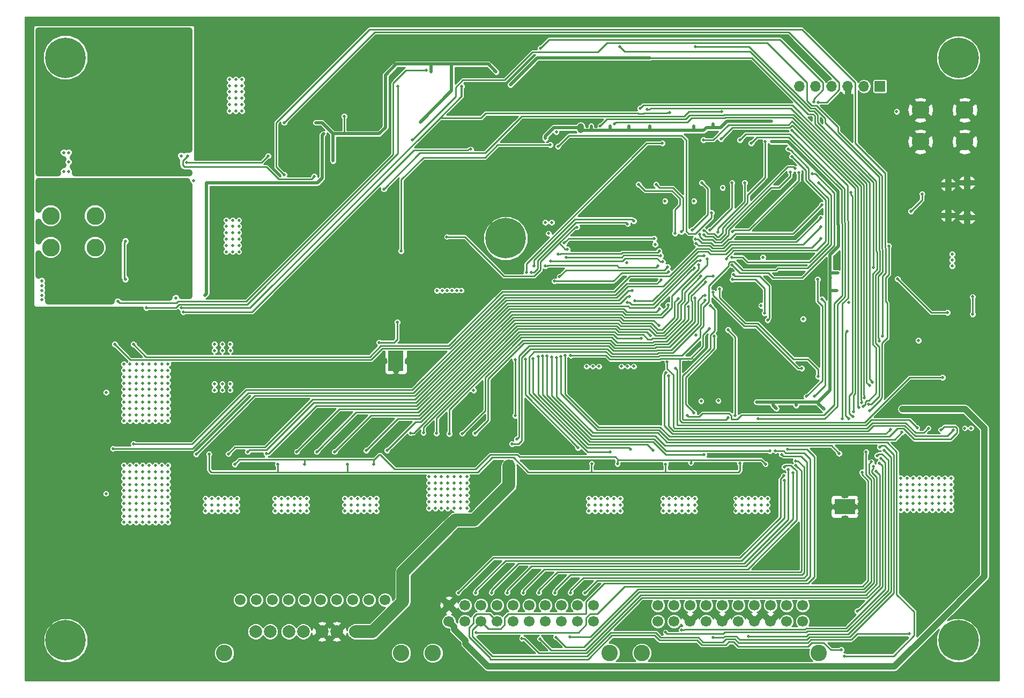
<source format=gbr>
G04 #@! TF.FileFunction,Copper,L4,Bot,Signal*
%FSLAX46Y46*%
G04 Gerber Fmt 4.6, Leading zero omitted, Abs format (unit mm)*
G04 Created by KiCad (PCBNEW 4.0.7) date 01/11/18 09:08:33*
%MOMM*%
%LPD*%
G01*
G04 APERTURE LIST*
%ADD10C,0.100000*%
%ADD11O,1.500000X1.100000*%
%ADD12O,1.700000X1.200000*%
%ADD13R,1.700000X1.700000*%
%ADD14O,1.700000X1.700000*%
%ADD15C,2.800000*%
%ADD16C,6.400000*%
%ADD17C,0.800000*%
%ADD18C,1.700000*%
%ADD19C,2.600000*%
%ADD20R,2.400000X3.200000*%
%ADD21C,0.600000*%
%ADD22R,3.200000X2.400000*%
%ADD23C,2.000000*%
%ADD24C,0.500000*%
%ADD25C,0.250000*%
%ADD26C,0.500000*%
%ADD27C,1.000000*%
%ADD28C,2.000000*%
%ADD29C,0.254000*%
G04 APERTURE END LIST*
D10*
D11*
X181356000Y-88900000D03*
X181356000Y-84060000D03*
D12*
X184356000Y-89210000D03*
X184356000Y-83750000D03*
D13*
X170620000Y-68500000D03*
D14*
X168080000Y-68500000D03*
X165540000Y-68500000D03*
X163000000Y-68500000D03*
X160460000Y-68500000D03*
X157920000Y-68500000D03*
D15*
X40000000Y-75000000D03*
X47000000Y-75000000D03*
X40000000Y-70000000D03*
X47000000Y-70000000D03*
X39680000Y-93980000D03*
X46680000Y-93980000D03*
X39680000Y-88980000D03*
X46680000Y-88980000D03*
X177000000Y-77250000D03*
X184000000Y-77250000D03*
X177000000Y-72250000D03*
X184000000Y-72250000D03*
D16*
X183000000Y-156000000D03*
D17*
X185400000Y-156000000D03*
X184697056Y-157697056D03*
X183000000Y-158400000D03*
X181302944Y-157697056D03*
X180600000Y-156000000D03*
X181302944Y-154302944D03*
X183000000Y-153600000D03*
X184697056Y-154302944D03*
D16*
X183000000Y-64000000D03*
D17*
X185400000Y-64000000D03*
X184697056Y-65697056D03*
X183000000Y-66400000D03*
X181302944Y-65697056D03*
X180600000Y-64000000D03*
X181302944Y-62302944D03*
X183000000Y-61600000D03*
X184697056Y-62302944D03*
D16*
X111500000Y-92500000D03*
D17*
X113900000Y-92500000D03*
X113197056Y-94197056D03*
X111500000Y-94900000D03*
X109802944Y-94197056D03*
X109100000Y-92500000D03*
X109802944Y-90802944D03*
X111500000Y-90100000D03*
X113197056Y-90802944D03*
D16*
X42000000Y-156000000D03*
D17*
X44400000Y-156000000D03*
X43697056Y-157697056D03*
X42000000Y-158400000D03*
X40302944Y-157697056D03*
X39600000Y-156000000D03*
X40302944Y-154302944D03*
X42000000Y-153600000D03*
X43697056Y-154302944D03*
D16*
X42000000Y-64000000D03*
D17*
X44400000Y-64000000D03*
X43697056Y-65697056D03*
X42000000Y-66400000D03*
X40302944Y-65697056D03*
X39600000Y-64000000D03*
X40302944Y-62302944D03*
X42000000Y-61600000D03*
X43697056Y-62302944D03*
D18*
X135540000Y-150460000D03*
X138080000Y-150460000D03*
X140620000Y-150460000D03*
X143160000Y-150460000D03*
X145700000Y-150460000D03*
X148240000Y-150460000D03*
X150780000Y-150460000D03*
X153320000Y-150460000D03*
X155860000Y-150460000D03*
X158400000Y-150460000D03*
D19*
X133000000Y-158000000D03*
X160940000Y-158000000D03*
D18*
X135540000Y-153000000D03*
X138080000Y-153000000D03*
X140620000Y-153000000D03*
X143160000Y-153000000D03*
X145700000Y-153000000D03*
X148240000Y-153000000D03*
X150780000Y-153000000D03*
X153320000Y-153000000D03*
X155860000Y-153000000D03*
X158400000Y-153000000D03*
X102540000Y-150460000D03*
X105080000Y-150460000D03*
X107620000Y-150460000D03*
X110160000Y-150460000D03*
X112700000Y-150460000D03*
X115240000Y-150460000D03*
X117780000Y-150460000D03*
X120320000Y-150460000D03*
X122860000Y-150460000D03*
X125400000Y-150460000D03*
D19*
X100000000Y-158000000D03*
X127940000Y-158000000D03*
D18*
X102540000Y-153000000D03*
X105080000Y-153000000D03*
X107620000Y-153000000D03*
X110160000Y-153000000D03*
X112700000Y-153000000D03*
X115240000Y-153000000D03*
X117780000Y-153000000D03*
X120320000Y-153000000D03*
X122860000Y-153000000D03*
X125400000Y-153000000D03*
D20*
X94155000Y-111866000D03*
D21*
X93555000Y-110666000D03*
X93555000Y-111466000D03*
X94755000Y-111466000D03*
X94755000Y-110666000D03*
X93555000Y-113066000D03*
X93555000Y-112266000D03*
X94755000Y-112266000D03*
X94755000Y-113066000D03*
D22*
X165050000Y-134900000D03*
D21*
X166250000Y-134300000D03*
X165450000Y-134300000D03*
X165450000Y-135500000D03*
X166250000Y-135500000D03*
X163850000Y-134300000D03*
X164650000Y-134300000D03*
X164650000Y-135500000D03*
X163850000Y-135500000D03*
D18*
X69600000Y-149640000D03*
X72140000Y-149640000D03*
X74680000Y-149640000D03*
X77220000Y-149640000D03*
X79760000Y-149640000D03*
X82300000Y-149640000D03*
X84840000Y-149640000D03*
X87380000Y-149640000D03*
X89920000Y-149640000D03*
X92460000Y-149640000D03*
D23*
X72005000Y-154640000D03*
X74305000Y-154640000D03*
X77255000Y-154640000D03*
X79555000Y-154640000D03*
X82505000Y-154640000D03*
X84805000Y-154640000D03*
X87755000Y-154640000D03*
X90055000Y-154640000D03*
D19*
X67060000Y-158000000D03*
X95000000Y-158000000D03*
D24*
X130644606Y-96344802D03*
X145074000Y-118174990D03*
X141538375Y-107794123D03*
X173400082Y-98940551D03*
X165660038Y-102635573D03*
X152146000Y-95504000D03*
X151827403Y-103136000D03*
X173250000Y-72500000D03*
X135128000Y-93472000D03*
X181257000Y-104257000D03*
X129750000Y-112750000D03*
X130750000Y-112750000D03*
X131750000Y-112750000D03*
X142355360Y-118224000D03*
X158500000Y-105250000D03*
X145750000Y-84500000D03*
X136664000Y-86626000D03*
X141236000Y-86626000D03*
X61083649Y-80531689D03*
X74000000Y-79500000D03*
X169575010Y-97156587D03*
X112250000Y-68250000D03*
X64000000Y-101500000D03*
X64250000Y-83750000D03*
X134250000Y-64000000D03*
X82750000Y-76000000D03*
X86000000Y-73250000D03*
X144272700Y-74416781D03*
X164000000Y-98000000D03*
X163855934Y-100806000D03*
X102971957Y-69000000D03*
X161750000Y-119500000D03*
X157360514Y-118900201D03*
X97993788Y-74211058D03*
X99750000Y-66250000D03*
X110000000Y-66250000D03*
X123343000Y-74843000D03*
X84251750Y-80282934D03*
X81500000Y-74250000D03*
X128016000Y-74766000D03*
X125000000Y-74750000D03*
X117750000Y-76750000D03*
X154244066Y-119396726D03*
X141224000Y-74776000D03*
X134250000Y-74750000D03*
X131000000Y-74750000D03*
X153500000Y-74000000D03*
X153500000Y-77250000D03*
X151122000Y-118372000D03*
X181999341Y-96877180D03*
X181994557Y-95007539D03*
X182000000Y-95950000D03*
X104500000Y-100750000D03*
X100646928Y-100779269D03*
X101468325Y-100760248D03*
X102230823Y-100745251D03*
X103000000Y-100750000D03*
X103800000Y-100750000D03*
X126250000Y-112750000D03*
X125250000Y-112750000D03*
X124250000Y-112750000D03*
X106446000Y-116554000D03*
X176685000Y-108660000D03*
X132500000Y-84000000D03*
X138224000Y-91724000D03*
X139250000Y-91500000D03*
X135250000Y-84000000D03*
X169441048Y-115227665D03*
X171293640Y-126025021D03*
X149849809Y-155349978D03*
X132750000Y-72000000D03*
X168973574Y-115776439D03*
X170586830Y-125504740D03*
X133869089Y-72194099D03*
X144250000Y-155575010D03*
X91484463Y-108950010D03*
X94369000Y-105759000D03*
X139285170Y-154387566D03*
X170750000Y-127250000D03*
X170151263Y-126837063D03*
X136750000Y-154750000D03*
X106000000Y-78461147D03*
X60571270Y-104159145D03*
X95000000Y-94500000D03*
X118500000Y-77750000D03*
X68369000Y-94647000D03*
X69369000Y-94647000D03*
X67369000Y-94647000D03*
X67369000Y-93647000D03*
X69369000Y-93647000D03*
X68369000Y-93647000D03*
X68369000Y-92647000D03*
X69369000Y-92647000D03*
X69369000Y-91647000D03*
X68369000Y-91647000D03*
X67369000Y-91647000D03*
X67369000Y-92647000D03*
X68369000Y-89647000D03*
X68369000Y-90647000D03*
X67369000Y-89647000D03*
X69369000Y-89647000D03*
X67369000Y-90647000D03*
X69369000Y-90647000D03*
X67869000Y-70397000D03*
X68869000Y-72397000D03*
X67869000Y-71397000D03*
X67869000Y-72397000D03*
X69869000Y-67397000D03*
X68869000Y-67397000D03*
X68869000Y-68397000D03*
X69869000Y-69397000D03*
X69869000Y-68397000D03*
X67869000Y-67397000D03*
X67869000Y-69397000D03*
X67869000Y-68397000D03*
X68869000Y-69397000D03*
X68869000Y-71397000D03*
X69869000Y-70397000D03*
X68869000Y-70397000D03*
X69869000Y-72397000D03*
X69869000Y-71397000D03*
X185000000Y-122500000D03*
X184000000Y-122500000D03*
X118243225Y-91753985D03*
X117750000Y-90000000D03*
X118750000Y-90000000D03*
X65500000Y-115500000D03*
X66750000Y-115500000D03*
X68000000Y-115500000D03*
X68000000Y-116500000D03*
X66750000Y-116500000D03*
X65500000Y-116500000D03*
X66744065Y-110262441D03*
X68016826Y-110232940D03*
X65500000Y-110250000D03*
X68000000Y-109250000D03*
X66750000Y-109250000D03*
X65500000Y-109250000D03*
X58181000Y-112350131D03*
X52178235Y-112370166D03*
X48374490Y-132840358D03*
X48410000Y-116840000D03*
X101369000Y-131147000D03*
X102369000Y-130147000D03*
X101369000Y-130147000D03*
X102369000Y-131147000D03*
X99369000Y-131147000D03*
X100369000Y-130147000D03*
X99369000Y-130147000D03*
X100369000Y-131147000D03*
X103369000Y-131147000D03*
X105369000Y-131147000D03*
X105369000Y-130147000D03*
X104369000Y-131147000D03*
X103369000Y-130147000D03*
X104369000Y-130147000D03*
X104369000Y-134147000D03*
X105369000Y-133147000D03*
X104369000Y-132147000D03*
X104369000Y-133147000D03*
X105369000Y-132147000D03*
X105369000Y-134147000D03*
X101369000Y-133147000D03*
X100369000Y-132147000D03*
X99369000Y-133147000D03*
X101369000Y-132147000D03*
X99369000Y-132147000D03*
X100369000Y-133147000D03*
X101369000Y-134147000D03*
X100369000Y-135147000D03*
X101369000Y-135147000D03*
X99369000Y-135147000D03*
X100369000Y-134147000D03*
X99369000Y-134147000D03*
X103369000Y-133147000D03*
X102369000Y-133147000D03*
X102369000Y-135147000D03*
X103369000Y-132147000D03*
X102369000Y-132147000D03*
X102369000Y-134147000D03*
X104369000Y-135147000D03*
X105369000Y-135147000D03*
X103369000Y-135147000D03*
X103369000Y-134147000D03*
X179869000Y-134397000D03*
X180869000Y-134397000D03*
X181869000Y-135397000D03*
X181869000Y-134397000D03*
X181869000Y-133397000D03*
X180869000Y-130397000D03*
X179869000Y-131397000D03*
X179869000Y-130397000D03*
X179869000Y-132397000D03*
X179869000Y-133397000D03*
X179869000Y-135397000D03*
X180869000Y-135397000D03*
X181869000Y-130397000D03*
X181869000Y-131397000D03*
X180869000Y-131397000D03*
X180869000Y-132397000D03*
X181869000Y-132397000D03*
X180869000Y-133397000D03*
X176869000Y-134397000D03*
X177869000Y-134397000D03*
X178869000Y-135397000D03*
X178869000Y-134397000D03*
X178869000Y-133397000D03*
X177869000Y-130397000D03*
X176869000Y-131397000D03*
X176869000Y-130397000D03*
X176869000Y-132397000D03*
X176869000Y-133397000D03*
X176869000Y-135397000D03*
X177869000Y-135397000D03*
X178869000Y-130397000D03*
X178869000Y-131397000D03*
X177869000Y-131397000D03*
X177869000Y-132397000D03*
X178869000Y-132397000D03*
X177869000Y-133397000D03*
X173869000Y-134397000D03*
X174869000Y-134397000D03*
X175869000Y-135397000D03*
X175869000Y-134397000D03*
X175869000Y-133397000D03*
X174869000Y-130397000D03*
X173869000Y-131397000D03*
X173869000Y-130397000D03*
X173869000Y-132397000D03*
X173869000Y-133397000D03*
X173869000Y-135397000D03*
X174869000Y-135397000D03*
X175869000Y-130397000D03*
X175869000Y-131397000D03*
X174869000Y-131397000D03*
X174869000Y-132397000D03*
X175869000Y-132397000D03*
X174869000Y-133397000D03*
X53202761Y-112350131D03*
X57181000Y-112350131D03*
X54181000Y-112350131D03*
X56181000Y-112350131D03*
X55181000Y-112350131D03*
X152853000Y-135619000D03*
X151853000Y-135619000D03*
X150853000Y-135619000D03*
X149853000Y-135619000D03*
X148853000Y-135619000D03*
X147853000Y-135619000D03*
X147853000Y-133619000D03*
X147853000Y-134619000D03*
X148853000Y-134619000D03*
X148853000Y-133619000D03*
X149853000Y-134619000D03*
X150853000Y-133619000D03*
X150853000Y-134619000D03*
X149853000Y-133619000D03*
X151853000Y-134619000D03*
X152853000Y-133619000D03*
X151853000Y-133619000D03*
X152853000Y-134619000D03*
X141353000Y-135619000D03*
X140353000Y-135619000D03*
X139353000Y-135619000D03*
X138353000Y-135619000D03*
X137353000Y-135619000D03*
X136353000Y-135619000D03*
X136353000Y-133619000D03*
X136353000Y-134619000D03*
X137353000Y-134619000D03*
X137353000Y-133619000D03*
X138353000Y-134619000D03*
X139353000Y-133619000D03*
X139353000Y-134619000D03*
X138353000Y-133619000D03*
X140353000Y-134619000D03*
X141353000Y-133619000D03*
X140353000Y-133619000D03*
X141353000Y-134619000D03*
X129603000Y-135619000D03*
X128603000Y-135619000D03*
X127603000Y-135619000D03*
X126603000Y-135619000D03*
X125603000Y-135619000D03*
X124603000Y-135619000D03*
X124603000Y-133619000D03*
X124603000Y-134619000D03*
X125603000Y-134619000D03*
X125603000Y-133619000D03*
X126603000Y-134619000D03*
X127603000Y-133619000D03*
X127603000Y-134619000D03*
X126603000Y-133619000D03*
X128603000Y-134619000D03*
X129603000Y-133619000D03*
X128603000Y-133619000D03*
X129603000Y-134619000D03*
X87103000Y-133619000D03*
X86103000Y-133619000D03*
X88103000Y-133619000D03*
X88103000Y-134619000D03*
X87103000Y-134619000D03*
X87103000Y-135619000D03*
X86103000Y-135619000D03*
X88103000Y-135619000D03*
X86103000Y-134619000D03*
X90103000Y-133619000D03*
X89103000Y-133619000D03*
X91103000Y-133619000D03*
X91103000Y-134619000D03*
X90103000Y-134619000D03*
X89103000Y-135619000D03*
X90103000Y-135619000D03*
X89103000Y-134619000D03*
X91103000Y-135619000D03*
X76103000Y-133619000D03*
X75103000Y-133619000D03*
X77103000Y-133619000D03*
X77103000Y-134619000D03*
X76103000Y-134619000D03*
X76103000Y-135619000D03*
X75103000Y-135619000D03*
X77103000Y-135619000D03*
X75103000Y-134619000D03*
X79103000Y-133619000D03*
X78103000Y-133619000D03*
X80103000Y-133619000D03*
X80103000Y-134619000D03*
X79103000Y-134619000D03*
X78103000Y-135619000D03*
X79103000Y-135619000D03*
X78103000Y-134619000D03*
X80103000Y-135619000D03*
X119500000Y-75750000D03*
X64103000Y-135619000D03*
X65103000Y-135619000D03*
X66103000Y-135619000D03*
X67103000Y-135619000D03*
X68103000Y-135619000D03*
X68103000Y-134619000D03*
X67103000Y-134619000D03*
X66103000Y-134619000D03*
X65103000Y-134619000D03*
X64103000Y-134619000D03*
X64103000Y-133619000D03*
X65103000Y-133619000D03*
X66103000Y-133619000D03*
X67103000Y-133619000D03*
X68103000Y-133619000D03*
X69103000Y-133619000D03*
X69103000Y-134619000D03*
X69103000Y-135619000D03*
X57181000Y-114395000D03*
X58181000Y-115395000D03*
X58181000Y-114395000D03*
X56181000Y-115395000D03*
X57181000Y-115395000D03*
X55181000Y-114395000D03*
X55181000Y-115395000D03*
X56181000Y-114395000D03*
X53181000Y-113395000D03*
X52181000Y-113395000D03*
X51181000Y-112395000D03*
X51181000Y-113395000D03*
X53181000Y-115395000D03*
X53181000Y-114395000D03*
X52181000Y-115395000D03*
X52181000Y-114395000D03*
X51181000Y-116395000D03*
X51181000Y-114395000D03*
X51181000Y-115395000D03*
X54181000Y-114395000D03*
X54181000Y-115395000D03*
X56181000Y-113395000D03*
X55181000Y-113395000D03*
X54181000Y-113395000D03*
X58181000Y-113395000D03*
X57181000Y-113395000D03*
X56181000Y-120395000D03*
X56181000Y-119395000D03*
X55181000Y-119395000D03*
X54181000Y-119395000D03*
X52181000Y-121395000D03*
X52181000Y-120395000D03*
X53181000Y-121395000D03*
X53181000Y-120395000D03*
X51181000Y-120395000D03*
X51181000Y-121395000D03*
X52181000Y-119395000D03*
X51181000Y-119395000D03*
X53181000Y-119395000D03*
X51181000Y-118395000D03*
X51181000Y-117395000D03*
X53181000Y-118395000D03*
X52181000Y-117395000D03*
X53181000Y-117395000D03*
X54181000Y-116395000D03*
X52181000Y-118395000D03*
X52181000Y-116395000D03*
X53181000Y-116395000D03*
X58181000Y-117395000D03*
X57181000Y-116395000D03*
X58181000Y-116395000D03*
X56181000Y-118395000D03*
X57181000Y-118395000D03*
X58181000Y-118395000D03*
X56181000Y-117395000D03*
X57181000Y-117395000D03*
X57181000Y-121395000D03*
X57181000Y-120395000D03*
X58181000Y-120395000D03*
X58181000Y-119395000D03*
X58181000Y-121395000D03*
X57181000Y-119395000D03*
X54181000Y-121395000D03*
X54181000Y-120395000D03*
X55181000Y-121395000D03*
X56181000Y-121395000D03*
X55181000Y-120395000D03*
X54181000Y-118395000D03*
X55181000Y-118395000D03*
X56181000Y-116395000D03*
X54181000Y-117395000D03*
X55181000Y-116395000D03*
X55181000Y-117395000D03*
X58181000Y-137397000D03*
X57181000Y-137397000D03*
X56181000Y-137397000D03*
X55181000Y-137397000D03*
X54181000Y-137397000D03*
X53181000Y-137397000D03*
X52181000Y-137397000D03*
X51181000Y-137397000D03*
X58181000Y-136397000D03*
X57181000Y-136397000D03*
X56181000Y-136397000D03*
X55181000Y-136397000D03*
X54181000Y-136397000D03*
X53181000Y-136397000D03*
X52181000Y-136397000D03*
X51181000Y-136397000D03*
X58181000Y-135397000D03*
X57181000Y-135397000D03*
X56181000Y-135397000D03*
X55181000Y-135397000D03*
X54181000Y-135397000D03*
X53181000Y-135397000D03*
X52181000Y-135397000D03*
X51181000Y-135397000D03*
X58181000Y-134397000D03*
X57181000Y-134397000D03*
X56181000Y-134397000D03*
X55181000Y-134397000D03*
X54181000Y-134397000D03*
X53181000Y-134397000D03*
X52181000Y-134397000D03*
X51181000Y-134397000D03*
X58181000Y-133397000D03*
X57181000Y-133397000D03*
X56181000Y-133397000D03*
X55181000Y-133397000D03*
X54181000Y-133397000D03*
X53181000Y-133397000D03*
X52181000Y-133397000D03*
X51181000Y-133397000D03*
X58181000Y-132397000D03*
X57181000Y-132397000D03*
X56181000Y-132397000D03*
X55181000Y-132397000D03*
X54181000Y-132397000D03*
X53181000Y-132397000D03*
X52181000Y-132397000D03*
X51181000Y-132397000D03*
X58181000Y-131397000D03*
X57181000Y-131397000D03*
X56181000Y-131397000D03*
X55181000Y-131397000D03*
X54181000Y-131397000D03*
X53181000Y-131397000D03*
X52181000Y-131397000D03*
X51181000Y-131397000D03*
X58181000Y-130397000D03*
X57181000Y-130397000D03*
X56181000Y-130397000D03*
X55181000Y-130397000D03*
X54181000Y-130397000D03*
X53181000Y-130397000D03*
X52181000Y-130397000D03*
X51181000Y-130397000D03*
X58181000Y-129397000D03*
X57181000Y-129397000D03*
X56181000Y-129397000D03*
X55181000Y-129397000D03*
X54181000Y-129397000D03*
X53181000Y-129397000D03*
X52181000Y-129397000D03*
X51181000Y-129397000D03*
X58181000Y-128397000D03*
X57181000Y-128397000D03*
X56181000Y-128397000D03*
X55181000Y-128397000D03*
X54181000Y-128397000D03*
X53181000Y-128397000D03*
X52181000Y-128397000D03*
X51181000Y-128397000D03*
X49250000Y-73750000D03*
X50250000Y-73750000D03*
X51250000Y-73750000D03*
X52250000Y-73750000D03*
X53250000Y-73750000D03*
X54250000Y-73750000D03*
X54250000Y-72750000D03*
X53250000Y-72750000D03*
X52250000Y-72750000D03*
X52250000Y-72750000D03*
X51244591Y-72744591D03*
X50244591Y-72744591D03*
X49244591Y-72744591D03*
X49244591Y-71741533D03*
X49244591Y-70762468D03*
X49244591Y-69769805D03*
X49250000Y-68750000D03*
X49250000Y-67750000D03*
X49250000Y-65750000D03*
X49250000Y-66750000D03*
X51242226Y-65759239D03*
X50250000Y-66750000D03*
X50250000Y-65750000D03*
X51250000Y-66750000D03*
X52250000Y-66750000D03*
X52250000Y-65750000D03*
X53250000Y-65750000D03*
X53250000Y-66750000D03*
X54250000Y-66750000D03*
X54250000Y-65750000D03*
X54404090Y-71282336D03*
X53404090Y-71282336D03*
X52404090Y-71282336D03*
X51404090Y-71282336D03*
X54404090Y-70282336D03*
X53404090Y-70282336D03*
X52404090Y-70282336D03*
X51404090Y-70282336D03*
X54404090Y-69282336D03*
X53404090Y-69282336D03*
X52404090Y-69282336D03*
X51404090Y-69282336D03*
X54404090Y-68282336D03*
X53404090Y-68282336D03*
X52404090Y-68282336D03*
X51404090Y-68282336D03*
X94500000Y-68500000D03*
X54750000Y-103500000D03*
X50250000Y-102500000D03*
X99000000Y-66000000D03*
X131503107Y-100794355D03*
X49480000Y-125730000D03*
X136001898Y-99059723D03*
X49750000Y-109250000D03*
X171039983Y-107978681D03*
X76500000Y-82500000D03*
X145633724Y-72525021D03*
X92250000Y-84750000D03*
X81250000Y-82750000D03*
X61250000Y-79500000D03*
X147745915Y-120491839D03*
X146617631Y-106981441D03*
X125082437Y-128093483D03*
X148507995Y-128075010D03*
X75500000Y-128250000D03*
X86500000Y-128250000D03*
X136750000Y-128192998D03*
X64643000Y-126607000D03*
X160967346Y-83749012D03*
X128000000Y-126236409D03*
X140344535Y-103342277D03*
X102616000Y-123366000D03*
X134340948Y-107896996D03*
X96520000Y-123270000D03*
X144276794Y-98474981D03*
X98500000Y-123250000D03*
X141384087Y-101943559D03*
X106680000Y-123320000D03*
X132932991Y-108325120D03*
X100584000Y-123334000D03*
X143095203Y-99432926D03*
X104648000Y-123352000D03*
X161257996Y-92574955D03*
X52750000Y-125000000D03*
X161253663Y-90744294D03*
X52750000Y-109268857D03*
X131029218Y-101699629D03*
X62611000Y-126611000D03*
X161424990Y-87250000D03*
X141447694Y-92615493D03*
X141324979Y-97249969D03*
X67706431Y-126562474D03*
X73708194Y-126524608D03*
X137160967Y-103038631D03*
X141578270Y-93303219D03*
X78500000Y-126236409D03*
X161250000Y-89250000D03*
X142000000Y-96750000D03*
X138727967Y-102021834D03*
X84500000Y-126236409D03*
X142784907Y-91300858D03*
X143322779Y-95800613D03*
X152500000Y-77250000D03*
X89500000Y-126000000D03*
X135806701Y-103642897D03*
X70750000Y-126236409D03*
X141250000Y-120083956D03*
X152523894Y-128171526D03*
X144460361Y-108007641D03*
X79750000Y-128250000D03*
X90678000Y-128178000D03*
X129154426Y-128166197D03*
X140750000Y-128000000D03*
X68707000Y-128207000D03*
X81661000Y-126236409D03*
X135698958Y-106324081D03*
X142345118Y-98530432D03*
X92750000Y-126000000D03*
X115774983Y-111547231D03*
X115974979Y-96918256D03*
X131750000Y-89750000D03*
X131191000Y-125809000D03*
X114605637Y-111581025D03*
X122934173Y-125565827D03*
X115525944Y-97924990D03*
X130750000Y-90250000D03*
X146599421Y-120831357D03*
X143847331Y-103128267D03*
X151389255Y-121024913D03*
X148500000Y-77000000D03*
X116639495Y-111186281D03*
X135511327Y-96911287D03*
X117772668Y-96891323D03*
X134747000Y-126003000D03*
X140162877Y-120533967D03*
X150250000Y-77500000D03*
X165689468Y-121024913D03*
X165430101Y-107248735D03*
X164636095Y-121024913D03*
X156722180Y-75467422D03*
X118032523Y-111075364D03*
X153242095Y-126075010D03*
X119750000Y-95000000D03*
X135750000Y-94500000D03*
X117332633Y-111088425D03*
X136294606Y-96239076D03*
X142817997Y-126725087D03*
X118598570Y-96088243D03*
X118738686Y-111260928D03*
X164174990Y-126492005D03*
X120759880Y-93259872D03*
X134964000Y-92536000D03*
X137004454Y-112075010D03*
X178250000Y-122500000D03*
X172259350Y-122675043D03*
X136765262Y-113744980D03*
X119194872Y-99296175D03*
X120200190Y-111174984D03*
X137204257Y-97823325D03*
X174093406Y-123156594D03*
X182174990Y-122825010D03*
X137250000Y-114250000D03*
X176475030Y-122442520D03*
X138296673Y-113082622D03*
X119997105Y-98589275D03*
X120877532Y-110998279D03*
X137037208Y-97032792D03*
X180250000Y-122750000D03*
X147500000Y-98250000D03*
X152853704Y-105439712D03*
X147286000Y-99036000D03*
X152402413Y-104352011D03*
X147275021Y-91497547D03*
X157774967Y-82137339D03*
X146360108Y-95798982D03*
X156666369Y-79583631D03*
X160864637Y-71041911D03*
X76500000Y-74250000D03*
X160825010Y-114336092D03*
X145250000Y-100500000D03*
X158258610Y-113046698D03*
X144285090Y-101075010D03*
X113005614Y-111663253D03*
X113006331Y-120500000D03*
X114749948Y-97924990D03*
X136250000Y-77500000D03*
X143026681Y-102284728D03*
X112500000Y-125000000D03*
X143025021Y-101567150D03*
X113250000Y-124250000D03*
X170475032Y-108714749D03*
X96750000Y-77000000D03*
X147253413Y-95503413D03*
X117000000Y-62500000D03*
X156104772Y-78385623D03*
X160164766Y-70971182D03*
X51500000Y-93000000D03*
X51500000Y-99000000D03*
X104531594Y-68531594D03*
X137398822Y-72674990D03*
X60274785Y-103525021D03*
X157217930Y-81511813D03*
X142795332Y-95256304D03*
X142848092Y-92015440D03*
X131889633Y-102424990D03*
X156449099Y-82038487D03*
X130678662Y-102626454D03*
X142259561Y-96033018D03*
X142156594Y-91906594D03*
X143647949Y-106778136D03*
X121750000Y-111000000D03*
X180475000Y-114500000D03*
X102215000Y-92285000D03*
X122750000Y-90750000D03*
X121250000Y-94250000D03*
X112500000Y-129250000D03*
X112499692Y-127752608D03*
X111750000Y-127750000D03*
X111750000Y-129250000D03*
X112500000Y-128500000D03*
X111750000Y-128500000D03*
X47500000Y-159500000D03*
X47500000Y-158750000D03*
X47500000Y-158000000D03*
X47500000Y-157250000D03*
X47500000Y-156500000D03*
X38250000Y-102250000D03*
X38250000Y-101500000D03*
X38250000Y-100750000D03*
X38250000Y-100000000D03*
X38250000Y-99250000D03*
X167775000Y-145275000D03*
X167750000Y-146000000D03*
X131245712Y-94186158D03*
X168174880Y-134500000D03*
X168174880Y-132237052D03*
X168174880Y-131485050D03*
X168174880Y-136000000D03*
X168174880Y-132987052D03*
X168174880Y-133737052D03*
X168174880Y-135250000D03*
X146984254Y-157009918D03*
X168250000Y-156000000D03*
X173000000Y-156750000D03*
X178500000Y-158000000D03*
X151117446Y-109265275D03*
X148999852Y-110000000D03*
X145985244Y-110048431D03*
X153167467Y-110250310D03*
X154750000Y-95250000D03*
X163750000Y-95250000D03*
X160750000Y-110000000D03*
X154758000Y-97974979D03*
X154750000Y-92500000D03*
X154698212Y-85625775D03*
X154679388Y-90699099D03*
X154750000Y-103500000D03*
X154250000Y-130250000D03*
X142610965Y-130428762D03*
X130902903Y-130489891D03*
X92447728Y-130452804D03*
X81383607Y-130498261D03*
X70483311Y-130464203D03*
X158250000Y-110000000D03*
X41750000Y-79000000D03*
X41750000Y-82000000D03*
X42500000Y-82000000D03*
X42500000Y-80500000D03*
X42500000Y-79000000D03*
X137000000Y-157000000D03*
X134500000Y-155875000D03*
X182014986Y-114012683D03*
X36250000Y-90000000D03*
X36250000Y-100000000D03*
X36250000Y-110000000D03*
X36250000Y-120000000D03*
X36250000Y-130000000D03*
X36250000Y-140000000D03*
X36250000Y-150000000D03*
X36250000Y-161750000D03*
X50000000Y-161750000D03*
X60000000Y-161750000D03*
X70000000Y-161750000D03*
X80000000Y-161750000D03*
X90000000Y-161750000D03*
X100000000Y-161750000D03*
X110000000Y-161750000D03*
X120000000Y-161750000D03*
X130000000Y-161750000D03*
X140000000Y-161750000D03*
X150000000Y-161750000D03*
X160000000Y-161750000D03*
X170000000Y-161750000D03*
X180000000Y-161750000D03*
X188750000Y-161750000D03*
X188750000Y-155000000D03*
X188750000Y-145000000D03*
X188750000Y-135000000D03*
X188750000Y-125000000D03*
X188750000Y-115000000D03*
X188750000Y-107500000D03*
X188750000Y-97500000D03*
X188750000Y-87500000D03*
X188750000Y-77500000D03*
X188750000Y-67500000D03*
X188750000Y-58250000D03*
X177500000Y-58250000D03*
X167500000Y-58250000D03*
X157500000Y-58250000D03*
X147500000Y-58250000D03*
X137500000Y-58250000D03*
X127500000Y-58250000D03*
X117500000Y-58250000D03*
X107500000Y-58250000D03*
X97500000Y-58250000D03*
X87500000Y-58250000D03*
X77500000Y-58250000D03*
X67500000Y-58250000D03*
X57492567Y-58257433D03*
X47492567Y-58257433D03*
X36242567Y-58257433D03*
X36242567Y-67507433D03*
X36242567Y-77500203D03*
X89788000Y-93750000D03*
X89750000Y-92750000D03*
X90750000Y-92750000D03*
X90750000Y-93750000D03*
X93000000Y-115750000D03*
X94000000Y-115750000D03*
X95000000Y-115750000D03*
X95000000Y-115000000D03*
X94000000Y-115000000D03*
X93000000Y-115000000D03*
X117000000Y-125500000D03*
X112000000Y-126076000D03*
X115217500Y-127793500D03*
X114392500Y-127793500D03*
X114392500Y-126468500D03*
X115217500Y-126468500D03*
X55000000Y-109000000D03*
X55000000Y-110000000D03*
X136250000Y-103000000D03*
X61250000Y-141500000D03*
X60250000Y-141500000D03*
X59000000Y-141500000D03*
X57500000Y-141500000D03*
X56250000Y-141500000D03*
X55000000Y-141500000D03*
X53500000Y-141500000D03*
X52250000Y-141500000D03*
X51000000Y-141500000D03*
X93000000Y-106250000D03*
X93000000Y-107250000D03*
X93000000Y-108250000D03*
X92000000Y-108250000D03*
X91000000Y-108250000D03*
X90000000Y-108250000D03*
X89000000Y-108250000D03*
X88000000Y-108250000D03*
X88000000Y-107250000D03*
X89000000Y-107250000D03*
X90000000Y-107250000D03*
X91000000Y-107250000D03*
X92000000Y-107250000D03*
X92000000Y-106250000D03*
X91000000Y-106250000D03*
X90000000Y-106250000D03*
X89000000Y-106250000D03*
X88000000Y-106250000D03*
X161750000Y-131500000D03*
X167250000Y-133750000D03*
X167250000Y-134500000D03*
X167250000Y-135250000D03*
X167250000Y-136000000D03*
X161750000Y-132250000D03*
X161750000Y-133000000D03*
X161750000Y-133750000D03*
X161750000Y-134500000D03*
X161750000Y-135250000D03*
X161750000Y-136000000D03*
X106680000Y-130336248D03*
X162750000Y-136000000D03*
X162750000Y-135250000D03*
X162750000Y-134500000D03*
X162750000Y-133750000D03*
X101596532Y-126451732D03*
X182366802Y-129496151D03*
X177282809Y-126321167D03*
X73250000Y-104500000D03*
X74750000Y-104500000D03*
X74739629Y-105500958D03*
X76112219Y-104475653D03*
X76099057Y-105485158D03*
X73250000Y-105500000D03*
X157488808Y-138995519D03*
X156500000Y-139000000D03*
X121250000Y-140500000D03*
X121250000Y-139500000D03*
X133000000Y-140500000D03*
X133000000Y-139500000D03*
X184750000Y-146500000D03*
X183750000Y-146500000D03*
X180000000Y-146500000D03*
X179000000Y-146500000D03*
X175500000Y-146250000D03*
X174500000Y-146250000D03*
X141750000Y-157000000D03*
X104000000Y-156500000D03*
X111767133Y-156749872D03*
X114276325Y-156740404D03*
X116738172Y-156749872D03*
X119237895Y-156759341D03*
X159725910Y-73471226D03*
X165149322Y-76040491D03*
X161364617Y-74024970D03*
X103750000Y-78000000D03*
X86750000Y-78000000D03*
X108250000Y-68250000D03*
X106531594Y-147031594D03*
X111500000Y-147000000D03*
X121250000Y-136750000D03*
X120250000Y-136750000D03*
X118750000Y-136750000D03*
X117750000Y-136750000D03*
X116250000Y-136750000D03*
X115250000Y-136750000D03*
X113750000Y-136750000D03*
X112750000Y-136750000D03*
X111250000Y-136750000D03*
X110250000Y-136750000D03*
X154432000Y-83924990D03*
X124000000Y-147000000D03*
X121500000Y-147000000D03*
X119000000Y-147000000D03*
X116500000Y-147000000D03*
X114000000Y-147000000D03*
X109000000Y-147000000D03*
X104000000Y-147000000D03*
X175000000Y-114000000D03*
X76099057Y-121235158D03*
X76112219Y-120225653D03*
X101427500Y-92860010D03*
X140385089Y-112075010D03*
X118750000Y-80500000D03*
X122757510Y-91742490D03*
X123757510Y-91742490D03*
X124757510Y-91742490D03*
X125757510Y-91742490D03*
X126740717Y-91742490D03*
X172000000Y-90375000D03*
X180086000Y-94164000D03*
X48260000Y-107260000D03*
X46228000Y-107022000D03*
X51250000Y-107500000D03*
X51250000Y-123250000D03*
X48250000Y-123500000D03*
X46250000Y-123000000D03*
X74739629Y-121250958D03*
X74750000Y-120250000D03*
X73250000Y-121250000D03*
X73250000Y-120250000D03*
X111257970Y-77055218D03*
X107794000Y-72297000D03*
X110000000Y-62150000D03*
X152132846Y-96974979D03*
X154518419Y-100825010D03*
X151000000Y-70250000D03*
X183000000Y-107500000D03*
X131231358Y-118016800D03*
X129497457Y-118000048D03*
X128001806Y-118002906D03*
X125000000Y-118000000D03*
X126500000Y-118000000D03*
X132162743Y-60553787D03*
X65532000Y-101724980D03*
X89560459Y-81560459D03*
X115750000Y-120500000D03*
X111560000Y-121690000D03*
X128501862Y-84431862D03*
X177690000Y-91440000D03*
X175958500Y-85458500D03*
X148156833Y-83779980D03*
X150399315Y-84054288D03*
X124968000Y-83934000D03*
X134109732Y-84027325D03*
X131064000Y-83958000D03*
X136144000Y-83946000D03*
X138176000Y-83946000D03*
X141224000Y-83974000D03*
X144272000Y-83978000D03*
X146608000Y-84250000D03*
X152400000Y-83946000D03*
X131318000Y-99110945D03*
X97126291Y-114955367D03*
X61611000Y-106315000D03*
X66250000Y-79750000D03*
X60250000Y-79500000D03*
X62230000Y-83421000D03*
X87000000Y-72000000D03*
X73500000Y-74500000D03*
X77557760Y-77105999D03*
X77630000Y-78630000D03*
X80000000Y-80000000D03*
X89750000Y-80250000D03*
X77327000Y-126500000D03*
X88646000Y-126646000D03*
X127127000Y-128143000D03*
X138811000Y-128189000D03*
X150500000Y-128192998D03*
X140706406Y-110480406D03*
X66675000Y-126575000D03*
X137000000Y-70500000D03*
X130000000Y-69250000D03*
X128000000Y-67500000D03*
X133000000Y-66000000D03*
X140000000Y-68500000D03*
X154706575Y-89178980D03*
X154700138Y-87397897D03*
X156202000Y-109982000D03*
X104787000Y-75894000D03*
X106819000Y-63321000D03*
X115245588Y-76103412D03*
X179479000Y-108660000D03*
X179987000Y-106882000D03*
X104533000Y-83260000D03*
X103263000Y-75894000D03*
X59436000Y-101949000D03*
X109547000Y-82613000D03*
X149618000Y-104636000D03*
X144284000Y-86626000D03*
X138164000Y-86626000D03*
X142736000Y-86626000D03*
X168164640Y-117709611D03*
X155421289Y-130015523D03*
X104000000Y-148500000D03*
X126429859Y-74799990D03*
X167690127Y-118463311D03*
X155500000Y-130750000D03*
X106750000Y-148500000D03*
X128662510Y-74475698D03*
X156109884Y-129018915D03*
X109250000Y-148500000D03*
X156880376Y-129531594D03*
X111750000Y-148500000D03*
X155524562Y-128634970D03*
X114250000Y-148500000D03*
X157318454Y-128364484D03*
X161450454Y-102137266D03*
X116750000Y-148500000D03*
X160250000Y-117500000D03*
X157317780Y-127664473D03*
X160750000Y-99000000D03*
X119250000Y-148500000D03*
X159000000Y-117500000D03*
X155062671Y-126657632D03*
X121750000Y-148500000D03*
X154109624Y-126067931D03*
X124000000Y-148500000D03*
X144000000Y-88500000D03*
X119750000Y-78000000D03*
X143752451Y-91224981D03*
X147250000Y-83750000D03*
X145001919Y-91552320D03*
X149250000Y-83750000D03*
X140947792Y-91210078D03*
X142500000Y-83750000D03*
X166317960Y-120716669D03*
X106825010Y-154793340D03*
X167776554Y-129489470D03*
X166046829Y-85311929D03*
X114064656Y-155718337D03*
X169968158Y-129320612D03*
X166437802Y-119875386D03*
X145500000Y-76825010D03*
X116930569Y-155775019D03*
X169559854Y-128550667D03*
X167275021Y-119250000D03*
X142750000Y-77000000D03*
X167974979Y-119102745D03*
X119424996Y-155525019D03*
X169266203Y-127829391D03*
X129485444Y-62285630D03*
X168424990Y-126284802D03*
X121657503Y-155480811D03*
X168840910Y-118697436D03*
X141475848Y-62239817D03*
X177250000Y-85500000D03*
X175500000Y-88250000D03*
X185250000Y-101750000D03*
X185261152Y-104483067D03*
X147250000Y-96750000D03*
X159910930Y-82345280D03*
X179000000Y-153750000D03*
X175741675Y-119491675D03*
X174991675Y-119491675D03*
X174162432Y-119491675D03*
X53250000Y-91500000D03*
X53250000Y-92500000D03*
X54250000Y-92500000D03*
X54250000Y-91500000D03*
X55250000Y-91500000D03*
X55250000Y-92500000D03*
X56250000Y-92500000D03*
X56250000Y-91500000D03*
X52250000Y-99000000D03*
X53250000Y-100000000D03*
X53250000Y-99000000D03*
X54250000Y-99000000D03*
X54250000Y-100000000D03*
X55250000Y-100000000D03*
X55250000Y-99000000D03*
X56250000Y-99000000D03*
X56250000Y-100000000D03*
X57250000Y-100000000D03*
X57250000Y-99000000D03*
X57250000Y-98000000D03*
X57250000Y-97000000D03*
X57250000Y-96000000D03*
X57250000Y-95000000D03*
X57250000Y-94000000D03*
X57250000Y-93000000D03*
X57250000Y-92000000D03*
X57250000Y-91000000D03*
X57250000Y-90000000D03*
X57250000Y-89000000D03*
X57250000Y-88000000D03*
X57250000Y-87000000D03*
X57250000Y-86000000D03*
X57250000Y-85000000D03*
X57250000Y-84000000D03*
X56250000Y-84000000D03*
X56250000Y-85000000D03*
X55250000Y-85000000D03*
X55250000Y-84000000D03*
X54250000Y-84000000D03*
X54250000Y-85000000D03*
X53250000Y-85000000D03*
X53250000Y-84000000D03*
X52250000Y-84000000D03*
X52250000Y-85000000D03*
X52096352Y-97545648D03*
X53096352Y-97545648D03*
X54096352Y-97545648D03*
X55096352Y-97545648D03*
X55096352Y-96545648D03*
X54096352Y-96545648D03*
X53096352Y-96545648D03*
X52096352Y-96545648D03*
X52096352Y-95545648D03*
X53096352Y-95545648D03*
X54096352Y-95545648D03*
X55096352Y-95545648D03*
X55096352Y-94545648D03*
X52096352Y-94545648D03*
X54096352Y-94545648D03*
X53096352Y-94545648D03*
X55096352Y-89345648D03*
X54096352Y-89345648D03*
X53096352Y-89345648D03*
X52096352Y-89345648D03*
X55096352Y-88345648D03*
X54096352Y-88345648D03*
X53096352Y-88345648D03*
X52096352Y-88345648D03*
X55096352Y-87345648D03*
X54096352Y-87345648D03*
X53096352Y-87345648D03*
X52096352Y-87345648D03*
X55096352Y-86345648D03*
X54096352Y-86345648D03*
X53096352Y-86345648D03*
X52096352Y-86345648D03*
X169000000Y-119750000D03*
X172000000Y-93750000D03*
X170500000Y-128000000D03*
X167000000Y-151400000D03*
X164500000Y-157500000D03*
X175250000Y-155000000D03*
X156000000Y-125825010D03*
X121038479Y-95500000D03*
X136000000Y-95250000D03*
X119503319Y-111385354D03*
X165000000Y-158500000D03*
D25*
X181257000Y-104257000D02*
X178716531Y-104257000D01*
X173650081Y-99190550D02*
X173400082Y-98940551D01*
X178716531Y-104257000D02*
X173650081Y-99190550D01*
X61437202Y-80531689D02*
X61083649Y-80531689D01*
X72968311Y-80531689D02*
X61437202Y-80531689D01*
X74000000Y-79500000D02*
X72968311Y-80531689D01*
X160300911Y-73195225D02*
X160300911Y-74414501D01*
X150386410Y-64000000D02*
X159282634Y-72896225D01*
X169575010Y-96803034D02*
X169575010Y-97156587D01*
X169575010Y-83688600D02*
X169575010Y-96803034D01*
X160300911Y-74414501D02*
X169575010Y-83688600D01*
X134250000Y-64000000D02*
X150386410Y-64000000D01*
X159282634Y-72896225D02*
X160001911Y-72896225D01*
X160001911Y-72896225D02*
X160300911Y-73195225D01*
D26*
X81746534Y-83753466D02*
X64253466Y-83753466D01*
X64253466Y-83753466D02*
X64250000Y-83750000D01*
X64250000Y-83750000D02*
X64250000Y-101250000D01*
X64250000Y-101250000D02*
X64000000Y-101500000D01*
X116500000Y-64000000D02*
X134250000Y-64000000D01*
X112250000Y-68250000D02*
X116500000Y-64000000D01*
X82500000Y-76250000D02*
X82500000Y-83000000D01*
X82500000Y-83000000D02*
X81746534Y-83753466D01*
X82750000Y-76000000D02*
X82500000Y-76250000D01*
X86000000Y-76001750D02*
X84251750Y-76001750D01*
X91498250Y-76001750D02*
X86000000Y-76001750D01*
D25*
X86000000Y-76001750D02*
X86000000Y-73250000D01*
D26*
X143250000Y-75020067D02*
X144237634Y-75020067D01*
X144237634Y-75020067D02*
X144265685Y-74992016D01*
X144265685Y-74992016D02*
X144265685Y-74423796D01*
X144265685Y-74423796D02*
X144272700Y-74416781D01*
X151113724Y-118378792D02*
X151120517Y-118371999D01*
X151120517Y-118371999D02*
X153750000Y-118371999D01*
X153750000Y-118371999D02*
X153744066Y-118377933D01*
X153744066Y-118377933D02*
X153744066Y-118903660D01*
X153744066Y-118903660D02*
X154250853Y-119410447D01*
X157250000Y-118371999D02*
X160878001Y-118371999D01*
X156750000Y-118371999D02*
X157250000Y-118371999D01*
D25*
X157250000Y-118371999D02*
X157347815Y-118371999D01*
X157347815Y-118371999D02*
X157357867Y-118382051D01*
D26*
X157357867Y-118382051D02*
X157357867Y-118902008D01*
X157357867Y-118902008D02*
X157371671Y-118915812D01*
X163996794Y-85128739D02*
X156118055Y-77250000D01*
X162750000Y-98000000D02*
X162750000Y-95114271D01*
X163996795Y-90335947D02*
X163996794Y-85128739D01*
X153853553Y-77250000D02*
X153500000Y-77250000D01*
X162750000Y-95114271D02*
X164083925Y-93780346D01*
X164083925Y-90423077D02*
X163996795Y-90335947D01*
X164083925Y-93780346D02*
X164083925Y-90423077D01*
X156118055Y-77250000D02*
X153853553Y-77250000D01*
X162750000Y-98750000D02*
X162750000Y-98000000D01*
X162750000Y-98000000D02*
X164000000Y-98000000D01*
X162750000Y-116500000D02*
X162750000Y-100750000D01*
X162750000Y-100750000D02*
X162750000Y-98750000D01*
X163855934Y-100806000D02*
X162806000Y-100806000D01*
X162806000Y-100806000D02*
X162750000Y-100750000D01*
X160878001Y-118371999D02*
X162750000Y-116500000D01*
X102971957Y-65221957D02*
X102971957Y-69000000D01*
X102971957Y-69232889D02*
X102971957Y-69000000D01*
X99750000Y-65000000D02*
X99750000Y-66250000D01*
X161750000Y-119500000D02*
X160878001Y-118628001D01*
X160878001Y-118628001D02*
X160878001Y-118371999D01*
X145439281Y-75020067D02*
X146459348Y-74000000D01*
X146459348Y-74000000D02*
X153146447Y-74000000D01*
X143250000Y-75020067D02*
X145439281Y-75020067D01*
X153146447Y-74000000D02*
X153500000Y-74000000D01*
X162750000Y-98750000D02*
X162762946Y-98737054D01*
X123049999Y-75049999D02*
X119096448Y-75049999D01*
X123500000Y-75500000D02*
X123049999Y-75049999D01*
X117750000Y-76396447D02*
X117750000Y-76750000D01*
X119096448Y-75049999D02*
X117750000Y-76396447D01*
X131750000Y-75500000D02*
X131000000Y-75500000D01*
X131000000Y-75500000D02*
X131000000Y-74750000D01*
X102971957Y-69232889D02*
X97993788Y-74211058D01*
D25*
X102750000Y-65000000D02*
X102971957Y-65221957D01*
D26*
X102750000Y-65000000D02*
X99750000Y-65000000D01*
X108750000Y-65000000D02*
X102750000Y-65000000D01*
X99750000Y-65000000D02*
X99000000Y-65000000D01*
X99000000Y-65000000D02*
X94250000Y-65000000D01*
X92500000Y-75000000D02*
X91498250Y-76001750D01*
X92500000Y-66750000D02*
X92500000Y-75000000D01*
X94250000Y-65000000D02*
X92500000Y-66750000D01*
X110000000Y-66250000D02*
X108750000Y-65000000D01*
D27*
X123343000Y-74843000D02*
X123343000Y-75414792D01*
D26*
X123343000Y-75414792D02*
X123428208Y-75500000D01*
X123428208Y-75500000D02*
X123500000Y-75500000D01*
X125000000Y-75500000D02*
X123500000Y-75500000D01*
X84251750Y-76001750D02*
X84251750Y-79929381D01*
X82500000Y-74250000D02*
X84251750Y-76001750D01*
X81500000Y-74250000D02*
X82500000Y-74250000D01*
X84251750Y-79929381D02*
X84251750Y-80282934D01*
X131750000Y-75500000D02*
X128000000Y-75500000D01*
X128000000Y-75500000D02*
X125000000Y-75500000D01*
X128016000Y-74766000D02*
X128016000Y-75484000D01*
X128016000Y-75484000D02*
X128000000Y-75500000D01*
X125000000Y-74750000D02*
X125000000Y-75500000D01*
X153750000Y-118371999D02*
X156750000Y-118371999D01*
X142770067Y-75500000D02*
X143250000Y-75020067D01*
X141250000Y-75500000D02*
X142770067Y-75500000D01*
X141250000Y-75500000D02*
X134250000Y-75500000D01*
X141224000Y-74776000D02*
X141224000Y-75474000D01*
X141224000Y-75474000D02*
X141250000Y-75500000D01*
X134250000Y-75500000D02*
X131750000Y-75500000D01*
X134250000Y-75500000D02*
X134250000Y-74750000D01*
D25*
X133500000Y-85000000D02*
X132500000Y-84000000D01*
X137750000Y-85000000D02*
X133500000Y-85000000D01*
X139000000Y-86250000D02*
X137750000Y-85000000D01*
X139000000Y-87250000D02*
X139000000Y-86250000D01*
X138224000Y-88026000D02*
X139000000Y-87250000D01*
X138224000Y-91724000D02*
X138224000Y-88026000D01*
X139499999Y-91250001D02*
X139250000Y-91500000D01*
X139499999Y-86113589D02*
X139499999Y-91250001D01*
X137936400Y-84549989D02*
X139499999Y-86113589D01*
X135799989Y-84549989D02*
X137936400Y-84549989D01*
X135250000Y-84000000D02*
X135799989Y-84549989D01*
X133250000Y-71500000D02*
X156750001Y-71500000D01*
X169191049Y-114977666D02*
X169441048Y-115227665D01*
X132750000Y-72000000D02*
X133250000Y-71500000D01*
X169000000Y-114786617D02*
X169191049Y-114977666D01*
X169000000Y-83749999D02*
X169000000Y-114786617D01*
X156750001Y-71500000D02*
X169000000Y-83749999D01*
X171543639Y-126275020D02*
X171293640Y-126025021D01*
X165634266Y-155024966D02*
X172349978Y-148309254D01*
X159315801Y-155024966D02*
X165634266Y-155024966D01*
X158990790Y-155349978D02*
X159315801Y-155024966D01*
X172349978Y-148309254D02*
X172349978Y-127081359D01*
X149849809Y-155349978D02*
X158990790Y-155349978D01*
X172349978Y-127081359D02*
X171543639Y-126275020D01*
X168723575Y-115526440D02*
X168973574Y-115776439D01*
X134222642Y-72194099D02*
X134466730Y-71950011D01*
X134466730Y-71950011D02*
X156563601Y-71950011D01*
X133869089Y-72194099D02*
X134222642Y-72194099D01*
X168500055Y-115302920D02*
X168723575Y-115526440D01*
X156563601Y-71950011D02*
X168500055Y-83886465D01*
X168500055Y-83886465D02*
X168500055Y-115302920D01*
X171368331Y-125254741D02*
X170836829Y-125254741D01*
X172799989Y-126686399D02*
X171368331Y-125254741D01*
X165820666Y-155474977D02*
X172799989Y-148495654D01*
X172799989Y-148495654D02*
X172799989Y-126686399D01*
X159502201Y-155474977D02*
X165820666Y-155474977D01*
X148447810Y-155924988D02*
X159052190Y-155924988D01*
X147872800Y-155349978D02*
X148447810Y-155924988D01*
X159052190Y-155924988D02*
X159502201Y-155474977D01*
X146127200Y-155349978D02*
X147872800Y-155349978D01*
X145902168Y-155575010D02*
X146127200Y-155349978D01*
X144250000Y-155575010D02*
X145902168Y-155575010D01*
X170836829Y-125254741D02*
X170586830Y-125504740D01*
X94369000Y-105759000D02*
X94369000Y-108492705D01*
X94369000Y-108492705D02*
X93911695Y-108950010D01*
X93911695Y-108950010D02*
X91484463Y-108950010D01*
X165261466Y-154124944D02*
X158943001Y-154124944D01*
X139638723Y-154387566D02*
X139285170Y-154387566D01*
X158943001Y-154124944D02*
X158818000Y-154249945D01*
X171449956Y-147936454D02*
X165261466Y-154124944D01*
X139776344Y-154249945D02*
X139638723Y-154387566D01*
X171449956Y-127949956D02*
X171449956Y-147936454D01*
X158818000Y-154249945D02*
X139776344Y-154249945D01*
X170750000Y-127250000D02*
X171449956Y-127949956D01*
X170962074Y-126587064D02*
X170401262Y-126587064D01*
X165447866Y-154574955D02*
X171899967Y-148122854D01*
X159004400Y-154699956D02*
X159129401Y-154574955D01*
X159129401Y-154574955D02*
X165447866Y-154574955D01*
X146140811Y-154699956D02*
X159004400Y-154699956D01*
X171899967Y-127524957D02*
X170962074Y-126587064D01*
X171899967Y-148122854D02*
X171899967Y-127524957D01*
X145840768Y-154999999D02*
X146140811Y-154699956D01*
X136999999Y-154999999D02*
X145840768Y-154999999D01*
X136750000Y-154750000D02*
X136999999Y-154999999D01*
X170401262Y-126587064D02*
X170151263Y-126837063D01*
X105521448Y-78586146D02*
X105646447Y-78461147D01*
X97026081Y-78586146D02*
X105521448Y-78586146D01*
X60571270Y-104159145D02*
X71453082Y-104159145D01*
X105646447Y-78461147D02*
X106000000Y-78461147D01*
X71453082Y-104159145D02*
X97026081Y-78586146D01*
X95000000Y-83250000D02*
X95000000Y-94500000D01*
X98500000Y-79750000D02*
X95000000Y-83250000D01*
X108250000Y-79750000D02*
X98500000Y-79750000D01*
X110250000Y-77750000D02*
X108250000Y-79750000D01*
X118500000Y-77750000D02*
X110250000Y-77750000D01*
X52500000Y-72750000D02*
X52250000Y-72750000D01*
X94500000Y-68853553D02*
X94500000Y-68500000D01*
X94500000Y-79136411D02*
X94500000Y-68853553D01*
X70686400Y-102950011D02*
X94500000Y-79136411D01*
X59936399Y-102950011D02*
X70686400Y-102950011D01*
X59386410Y-103500000D02*
X59936399Y-102950011D01*
X54750000Y-103500000D02*
X59386410Y-103500000D01*
X50500000Y-102750000D02*
X50250000Y-102500000D01*
X59500000Y-102750000D02*
X50500000Y-102750000D01*
X59750000Y-102500000D02*
X59500000Y-102750000D01*
X60250000Y-102500000D02*
X59750000Y-102500000D01*
X70500000Y-102500000D02*
X60250000Y-102500000D01*
X93750000Y-79250000D02*
X70500000Y-102500000D01*
X93750000Y-68000000D02*
X93750000Y-79250000D01*
X95750000Y-66000000D02*
X93750000Y-68000000D01*
X99000000Y-66000000D02*
X95750000Y-66000000D01*
X111552575Y-102323080D02*
X129312725Y-102323080D01*
X62020000Y-125730000D02*
X70832881Y-116917119D01*
X70832881Y-116917119D02*
X96958536Y-116917119D01*
X49480000Y-125730000D02*
X62020000Y-125730000D01*
X131149554Y-100794355D02*
X131503107Y-100794355D01*
X130841450Y-100794355D02*
X131149554Y-100794355D01*
X129312725Y-102323080D02*
X130841450Y-100794355D01*
X96958536Y-116917119D02*
X111552575Y-102323080D01*
X52187612Y-111687612D02*
X90234274Y-111687612D01*
X128849764Y-101423058D02*
X130586867Y-99685955D01*
X49750000Y-109250000D02*
X52187612Y-111687612D01*
X135751899Y-99309722D02*
X136001898Y-99059723D01*
X130586867Y-99685955D02*
X135375666Y-99685955D01*
X135375666Y-99685955D02*
X135751899Y-99309722D01*
X91987297Y-109934589D02*
X102668245Y-109934589D01*
X111179776Y-101423058D02*
X128849764Y-101423058D01*
X90234274Y-111687612D02*
X91987297Y-109934589D01*
X102668245Y-109934589D02*
X111179776Y-101423058D01*
X171039983Y-98451849D02*
X171039983Y-107625128D01*
X171500044Y-97991788D02*
X171039983Y-98451849D01*
X171424998Y-82242943D02*
X171424998Y-94026002D01*
X171500044Y-94101048D02*
X171500044Y-97991788D01*
X171424998Y-94026002D02*
X171500044Y-94101048D01*
X166715001Y-67935999D02*
X166715001Y-77532946D01*
X158286360Y-59507358D02*
X166715001Y-67935999D01*
X76500000Y-82500000D02*
X75250000Y-81250000D01*
X166715001Y-77532946D02*
X171424998Y-82242943D01*
X171039983Y-107625128D02*
X171039983Y-107978681D01*
X75250000Y-74250000D02*
X89992642Y-59507358D01*
X89992642Y-59507358D02*
X158286360Y-59507358D01*
X75250000Y-81250000D02*
X75250000Y-74250000D01*
X139725024Y-73274976D02*
X140474979Y-72525021D01*
X133462439Y-73274976D02*
X139725024Y-73274976D01*
X145280171Y-72525021D02*
X145633724Y-72525021D01*
X108245928Y-79036157D02*
X114007109Y-73274976D01*
X92250000Y-84750000D02*
X97963843Y-79036157D01*
X97963843Y-79036157D02*
X108245928Y-79036157D01*
X114007109Y-73274976D02*
X132287561Y-73274976D01*
X132287561Y-73274976D02*
X132287598Y-73275013D01*
X132287598Y-73275013D02*
X133462402Y-73275013D01*
X133462402Y-73275013D02*
X133462439Y-73274976D01*
X140474979Y-72525021D02*
X145280171Y-72525021D01*
X81000001Y-82999999D02*
X81250000Y-82750000D01*
X80821545Y-83178455D02*
X81000001Y-82999999D01*
X75678455Y-83178455D02*
X80821545Y-83178455D01*
X60500000Y-80250000D02*
X60500000Y-81000000D01*
X61250000Y-79500000D02*
X60500000Y-80250000D01*
X60750000Y-81250000D02*
X73750000Y-81250000D01*
X73750000Y-81250000D02*
X75678455Y-83178455D01*
X60500000Y-81000000D02*
X60750000Y-81250000D01*
X146617631Y-106981441D02*
X147745915Y-108109725D01*
X147745915Y-120138286D02*
X147745915Y-120491839D01*
X147745915Y-108109725D02*
X147745915Y-120138286D01*
X86500000Y-129458240D02*
X107085152Y-129458240D01*
X107085152Y-129458240D02*
X109406863Y-127136529D01*
X109406863Y-127136529D02*
X112765421Y-127136529D01*
X112765421Y-127136529D02*
X115087132Y-129458240D01*
X115087132Y-129458240D02*
X125000000Y-129458240D01*
X136750000Y-129458240D02*
X148274609Y-129458240D01*
X148274609Y-129458240D02*
X148507995Y-129224854D01*
X148507995Y-129224854D02*
X148507995Y-128428563D01*
X148507995Y-128428563D02*
X148507995Y-128075010D01*
X125079378Y-128096542D02*
X125082437Y-128093483D01*
X125044233Y-128096542D02*
X125079378Y-128096542D01*
X125000000Y-129458240D02*
X125044233Y-129414007D01*
X125000000Y-128250000D02*
X125044233Y-128205767D01*
X125044233Y-128205767D02*
X125044233Y-128096542D01*
X125044233Y-129414007D02*
X125044233Y-128096542D01*
X64643000Y-126607000D02*
X64643000Y-129101893D01*
X64643000Y-129101893D02*
X64999347Y-129458240D01*
X64999347Y-129458240D02*
X75500000Y-129458240D01*
X75500000Y-129458240D02*
X86500000Y-129458240D01*
X75500000Y-128250000D02*
X75500000Y-129458240D01*
X86500000Y-128250000D02*
X86500000Y-129458240D01*
X125000000Y-129458240D02*
X136750000Y-129458240D01*
X136750000Y-129458240D02*
X136750000Y-128192998D01*
X136750000Y-128000000D02*
X136750000Y-128192998D01*
X161217345Y-83999011D02*
X160967346Y-83749012D01*
X142196728Y-108166861D02*
X142196728Y-106912270D01*
X139313600Y-111049989D02*
X142196728Y-108166861D01*
X146674998Y-96473998D02*
X146973998Y-96174998D01*
X143601682Y-102560729D02*
X143601682Y-99975623D01*
X154500000Y-97250000D02*
X159164673Y-97250000D01*
X162900022Y-93514651D02*
X162900022Y-85681688D01*
X159164673Y-97250000D02*
X162900022Y-93514651D01*
X154200012Y-97549988D02*
X154500000Y-97250000D01*
X146674998Y-96902307D02*
X146674998Y-96473998D01*
X142752042Y-106356956D02*
X142752042Y-103410369D01*
X142196728Y-106912270D02*
X142752042Y-106356956D01*
X135663579Y-111200010D02*
X135813600Y-111049989D01*
X127361752Y-110423278D02*
X128138484Y-111200010D01*
X115180647Y-116999113D02*
X115180647Y-111253237D01*
X147526002Y-96174998D02*
X148900992Y-97549988D01*
X162900022Y-85681688D02*
X161217345Y-83999011D01*
X143601682Y-99975623D02*
X146674998Y-96902307D01*
X146973998Y-96174998D02*
X147526002Y-96174998D01*
X128138484Y-111200010D02*
X135663579Y-111200010D01*
X115180647Y-111253237D02*
X116010606Y-110423278D01*
X142752042Y-103410369D02*
X143601682Y-102560729D01*
X124417943Y-126236409D02*
X115180647Y-116999113D01*
X148900992Y-97549988D02*
X154200012Y-97549988D01*
X116010606Y-110423278D02*
X127361752Y-110423278D01*
X135813600Y-111049989D02*
X139313600Y-111049989D01*
X128000000Y-126236409D02*
X124417943Y-126236409D01*
X140344535Y-103695830D02*
X140344535Y-103342277D01*
X134731579Y-108949955D02*
X134881600Y-108799934D01*
X102616000Y-123366000D02*
X102616000Y-119532998D01*
X140344535Y-105382643D02*
X140344535Y-103695830D01*
X113975775Y-108173223D02*
X128293752Y-108173223D01*
X134881600Y-108799934D02*
X136927244Y-108799934D01*
X102616000Y-119532998D02*
X113975775Y-108173223D01*
X128293752Y-108173223D02*
X129070484Y-108949955D01*
X136927244Y-108799934D02*
X140344535Y-105382643D01*
X129070484Y-108949955D02*
X134731579Y-108949955D01*
X96520000Y-123270000D02*
X96969765Y-123270000D01*
X134090949Y-107646997D02*
X134340948Y-107896996D01*
X96969765Y-123270000D02*
X113416575Y-106823190D01*
X133744051Y-107300099D02*
X134090949Y-107646997D01*
X129329861Y-107300099D02*
X133744051Y-107300099D01*
X113416575Y-106823190D02*
X128852952Y-106823190D01*
X128852952Y-106823190D02*
X129329861Y-107300099D01*
X134545179Y-108499944D02*
X134695200Y-108349923D01*
X143923241Y-98474981D02*
X144276794Y-98474981D01*
X113602975Y-107273201D02*
X128666552Y-107273201D01*
X98500000Y-122376176D02*
X113602975Y-107273201D01*
X98500000Y-123250000D02*
X98500000Y-122376176D01*
X140359075Y-102476735D02*
X140359075Y-101329662D01*
X139769534Y-103066276D02*
X140359075Y-102476735D01*
X140359075Y-101329662D02*
X143213756Y-98474981D01*
X134695200Y-108349923D02*
X136740845Y-108349923D01*
X133209943Y-107750110D02*
X133959777Y-108499944D01*
X139769534Y-105321234D02*
X139769534Y-103066276D01*
X128666552Y-107273201D02*
X129143461Y-107750110D01*
X143213756Y-98474981D02*
X143923241Y-98474981D01*
X136740845Y-108349923D02*
X139769534Y-105321234D01*
X129143461Y-107750110D02*
X133209943Y-107750110D01*
X133959777Y-108499944D02*
X134545179Y-108499944D01*
X141384087Y-102297112D02*
X141384087Y-101943559D01*
X135104379Y-109849977D02*
X135254400Y-109699956D01*
X128697684Y-109849977D02*
X135104379Y-109849977D01*
X108725023Y-114711787D02*
X114363565Y-109073245D01*
X135254400Y-109699956D02*
X137390811Y-109699956D01*
X137390811Y-109699956D02*
X141384087Y-105706680D01*
X114363565Y-109073245D02*
X127920952Y-109073245D01*
X108725023Y-121274977D02*
X108725023Y-114711787D01*
X141384087Y-105706680D02*
X141384087Y-102297112D01*
X106680000Y-123320000D02*
X108725023Y-121274977D01*
X127920952Y-109073245D02*
X128697684Y-109849977D01*
X128480152Y-107723212D02*
X129082060Y-108325120D01*
X100584000Y-120928587D02*
X113789375Y-107723212D01*
X132579438Y-108325120D02*
X132932991Y-108325120D01*
X129082060Y-108325120D02*
X132579438Y-108325120D01*
X113789375Y-107723212D02*
X128480152Y-107723212D01*
X100584000Y-123334000D02*
X100584000Y-120928587D01*
X140809086Y-101667558D02*
X142793719Y-99682925D01*
X104648000Y-123352000D02*
X108275012Y-119724988D01*
X108275012Y-119724988D02*
X108275012Y-114525387D01*
X128884084Y-109399966D02*
X134917979Y-109399966D01*
X142845204Y-99682925D02*
X143095203Y-99432926D01*
X140934076Y-105429513D02*
X140934076Y-102438988D01*
X128107352Y-108623234D02*
X128884084Y-109399966D01*
X114177165Y-108623234D02*
X128107352Y-108623234D01*
X142793719Y-99682925D02*
X142845204Y-99682925D01*
X108275012Y-114525387D02*
X114177165Y-108623234D01*
X134917979Y-109399966D02*
X135068000Y-109249945D01*
X137113644Y-109249945D02*
X140934076Y-105429513D01*
X140809086Y-102313998D02*
X140809086Y-101667558D01*
X140934076Y-102438988D02*
X140809086Y-102313998D01*
X135068000Y-109249945D02*
X137113644Y-109249945D01*
X136341214Y-100135966D02*
X141865756Y-94611424D01*
X143817999Y-95000053D02*
X146307176Y-95000053D01*
X52750000Y-125000000D02*
X62000000Y-125000000D01*
X143429370Y-94611424D02*
X143817999Y-95000053D01*
X161007997Y-92824954D02*
X161257996Y-92574955D01*
X146307176Y-95000053D02*
X147326503Y-93980725D01*
X130773267Y-100135966D02*
X136341214Y-100135966D01*
X70532892Y-116467108D02*
X96772136Y-116467108D01*
X62000000Y-125000000D02*
X70532892Y-116467108D01*
X96772136Y-116467108D02*
X111366175Y-101873069D01*
X141865756Y-94611424D02*
X143429370Y-94611424D01*
X129036164Y-101873069D02*
X130773267Y-100135966D01*
X159852226Y-93980725D02*
X161007997Y-92824954D01*
X111366175Y-101873069D02*
X129036164Y-101873069D01*
X147326503Y-93980725D02*
X159852226Y-93980725D01*
X147140103Y-93530714D02*
X158467243Y-93530714D01*
X146120776Y-94550041D02*
X147140103Y-93530714D01*
X143615770Y-94161413D02*
X144004397Y-94550041D01*
X110993376Y-100973047D02*
X128637110Y-100973047D01*
X141679356Y-94161413D02*
X143615770Y-94161413D01*
X128637110Y-100973047D02*
X131149450Y-98460707D01*
X102481845Y-109484578D02*
X110993376Y-100973047D01*
X161003664Y-90994293D02*
X161253663Y-90744294D01*
X91800897Y-109484578D02*
X102481845Y-109484578D01*
X54718744Y-111237601D02*
X90047874Y-111237601D01*
X90047874Y-111237601D02*
X91800897Y-109484578D01*
X52750000Y-109268857D02*
X54718744Y-111237601D01*
X131149450Y-98460707D02*
X137380062Y-98460707D01*
X144004397Y-94550041D02*
X146120776Y-94550041D01*
X137380062Y-98460707D02*
X141679356Y-94161413D01*
X158467243Y-93530714D02*
X161003664Y-90994293D01*
X129602203Y-102773091D02*
X130675665Y-101699629D01*
X97144936Y-117367130D02*
X111738975Y-102773091D01*
X71854870Y-117367130D02*
X97144936Y-117367130D01*
X62611000Y-126611000D02*
X71854870Y-117367130D01*
X111738975Y-102773091D02*
X129602203Y-102773091D01*
X130675665Y-101699629D02*
X131029218Y-101699629D01*
X68768905Y-125500000D02*
X73500000Y-125500000D01*
X73500000Y-125500000D02*
X81000000Y-118000000D01*
X141074980Y-97499968D02*
X141324979Y-97249969D01*
X140899030Y-97499968D02*
X141074980Y-97499968D01*
X111925375Y-103223102D02*
X130836691Y-103223102D01*
X67706431Y-126562474D02*
X68768905Y-125500000D01*
X97148477Y-118000000D02*
X111925375Y-103223102D01*
X134948987Y-103450011D02*
X140899030Y-97499968D01*
X131063600Y-103450011D02*
X134948987Y-103450011D01*
X81000000Y-118000000D02*
X97148477Y-118000000D01*
X130836691Y-103223102D02*
X131063600Y-103450011D01*
X141801247Y-92615493D02*
X141447694Y-92615493D01*
X145690748Y-93650020D02*
X144377198Y-93650020D01*
X141878080Y-92615493D02*
X141801247Y-92615493D01*
X156898989Y-91776001D02*
X147825001Y-91776001D01*
X146978200Y-92622802D02*
X146717966Y-92622802D01*
X161424990Y-87250000D02*
X156898989Y-91776001D01*
X144377198Y-93650020D02*
X143950006Y-93222827D01*
X143950006Y-93222827D02*
X142485414Y-93222827D01*
X142485414Y-93222827D02*
X141878080Y-92615493D01*
X146717966Y-92622802D02*
X145690748Y-93650020D01*
X147825001Y-91776001D02*
X146978200Y-92622802D01*
X130448261Y-104600033D02*
X129971352Y-104123124D01*
X97451646Y-118969653D02*
X81616702Y-118969653D01*
X74061747Y-126524608D02*
X73708194Y-126524608D01*
X137160967Y-103038631D02*
X137160967Y-103392184D01*
X81616702Y-118969653D02*
X74061747Y-126524608D01*
X135953118Y-104600033D02*
X130448261Y-104600033D01*
X137160967Y-103392184D02*
X135953118Y-104600033D01*
X129971352Y-104123124D02*
X112298175Y-104123124D01*
X112298175Y-104123124D02*
X97451646Y-118969653D01*
X97557710Y-119500000D02*
X85236409Y-119500000D01*
X130261861Y-105050044D02*
X129784952Y-104573135D01*
X136199956Y-105050044D02*
X130261861Y-105050044D01*
X137735968Y-101652167D02*
X137735968Y-103514032D01*
X142000000Y-97388135D02*
X137735968Y-101652167D01*
X78749999Y-125986410D02*
X78500000Y-126236409D01*
X129784952Y-104573135D02*
X112484575Y-104573135D01*
X85236409Y-119500000D02*
X78749999Y-125986410D01*
X112484575Y-104573135D02*
X97557710Y-119500000D01*
X137735968Y-103514032D02*
X136199956Y-105050044D01*
X142000000Y-96750000D02*
X142000000Y-97388135D01*
X161000001Y-89499999D02*
X161250000Y-89250000D01*
X146896477Y-93080703D02*
X157419297Y-93080703D01*
X144190798Y-94100031D02*
X145877149Y-94100031D01*
X141947889Y-93672838D02*
X143763607Y-93672839D01*
X141578270Y-93303219D02*
X141947889Y-93672838D01*
X157419297Y-93080703D02*
X161000001Y-89499999D01*
X145877149Y-94100031D02*
X146896477Y-93080703D01*
X143763607Y-93672839D02*
X144190798Y-94100031D01*
X129889061Y-105950066D02*
X134511756Y-105950066D01*
X136181648Y-106999890D02*
X138185979Y-104995559D01*
X138477968Y-102271833D02*
X138727967Y-102021834D01*
X84500000Y-126236409D02*
X90236409Y-120500000D01*
X97830532Y-120500000D02*
X112857375Y-105473157D01*
X135561580Y-106999890D02*
X136181648Y-106999890D01*
X134511756Y-105950066D02*
X135561580Y-106999890D01*
X138185979Y-102563822D02*
X138477968Y-102271833D01*
X112857375Y-105473157D02*
X129412152Y-105473157D01*
X129412152Y-105473157D02*
X129889061Y-105950066D01*
X138185979Y-104995559D02*
X138185979Y-102563822D01*
X90236409Y-120500000D02*
X97830532Y-120500000D01*
X97966943Y-121000000D02*
X113043775Y-105923168D01*
X134325356Y-106400077D02*
X135375180Y-107449901D01*
X129702661Y-106400077D02*
X134325356Y-106400077D01*
X129225752Y-105923168D02*
X129702661Y-106400077D01*
X94500000Y-121000000D02*
X97966943Y-121000000D01*
X139335430Y-102227559D02*
X139335430Y-100689116D01*
X138699912Y-105118036D02*
X138699912Y-102863076D01*
X113043775Y-105923168D02*
X129225752Y-105923168D01*
X138699912Y-102863076D02*
X139335430Y-102227559D01*
X143322779Y-96701767D02*
X143322779Y-96154166D01*
X136368047Y-107449901D02*
X138699912Y-105118036D01*
X89500000Y-126000000D02*
X94500000Y-121000000D01*
X139335430Y-100689116D02*
X143322779Y-96701767D01*
X135375180Y-107449901D02*
X136368047Y-107449901D01*
X143322779Y-96154166D02*
X143322779Y-95800613D01*
X143448989Y-91799991D02*
X142949856Y-91300858D01*
X144436401Y-91799991D02*
X143448989Y-91799991D01*
X144936399Y-92299989D02*
X144436401Y-91799991D01*
X145774977Y-90838612D02*
X145774977Y-91630274D01*
X152500000Y-82886410D02*
X149700011Y-85686399D01*
X152500000Y-77250000D02*
X152500000Y-82886410D01*
X145774977Y-91630274D02*
X145105262Y-92299989D01*
X149700011Y-85686399D02*
X149700011Y-86913578D01*
X142949856Y-91300858D02*
X142784907Y-91300858D01*
X145105262Y-92299989D02*
X144936399Y-92299989D01*
X149700011Y-86913578D02*
X145774977Y-90838612D01*
X71036398Y-125950011D02*
X73686400Y-125950011D01*
X130634661Y-104150022D02*
X135299576Y-104150022D01*
X112111775Y-103673113D02*
X130157752Y-103673113D01*
X97334877Y-118450011D02*
X112111775Y-103673113D01*
X81186400Y-118450011D02*
X97334877Y-118450011D01*
X73686400Y-125950011D02*
X81186400Y-118450011D01*
X130157752Y-103673113D02*
X130634661Y-104150022D01*
X135299576Y-104150022D02*
X135556702Y-103892896D01*
X70750000Y-126236409D02*
X71036398Y-125950011D01*
X135556702Y-103892896D02*
X135806701Y-103642897D01*
X90750000Y-127484981D02*
X91548463Y-126686518D01*
X91548463Y-126686518D02*
X91686518Y-126686518D01*
X106750000Y-129000000D02*
X109063482Y-126686518D01*
X91686518Y-126686518D02*
X94000000Y-129000000D01*
X94000000Y-129000000D02*
X106750000Y-129000000D01*
X109063482Y-126686518D02*
X113322929Y-126686518D01*
X113322929Y-126686518D02*
X113692277Y-127055866D01*
X113692277Y-127055866D02*
X128805866Y-127055866D01*
X128805866Y-127055866D02*
X129250000Y-127500000D01*
X139900022Y-114454916D02*
X139900022Y-118733978D01*
X144460361Y-109894577D02*
X139900022Y-114454916D01*
X139900022Y-118733978D02*
X141000001Y-119833957D01*
X141000001Y-119833957D02*
X141250000Y-120083956D01*
X144460361Y-108007641D02*
X144460361Y-109894577D01*
X152273895Y-127921527D02*
X152523894Y-128171526D01*
X140750000Y-127500000D02*
X151852368Y-127500000D01*
X151852368Y-127500000D02*
X152273895Y-127921527D01*
X79750000Y-127484981D02*
X90750000Y-127484981D01*
X69429019Y-127484981D02*
X79750000Y-127484981D01*
X79750000Y-127484981D02*
X79750000Y-128250000D01*
X90678000Y-128178000D02*
X90678000Y-127556981D01*
X90678000Y-127556981D02*
X90750000Y-127484981D01*
X68707000Y-128207000D02*
X69429019Y-127484981D01*
X129154426Y-127812644D02*
X129154426Y-128166197D01*
X129250000Y-127500000D02*
X129154426Y-127595574D01*
X129154426Y-127595574D02*
X129154426Y-127812644D01*
X129250000Y-127500000D02*
X140750000Y-127500000D01*
X140750000Y-128000000D02*
X140750000Y-127500000D01*
X97694121Y-120000000D02*
X87897409Y-120000000D01*
X134874932Y-105500055D02*
X130075461Y-105500055D01*
X87897409Y-120000000D02*
X81910999Y-125986410D01*
X81910999Y-125986410D02*
X81661000Y-126236409D01*
X135698958Y-106324081D02*
X134874932Y-105500055D01*
X130075461Y-105500055D02*
X129598552Y-105023146D01*
X129598552Y-105023146D02*
X112670975Y-105023146D01*
X112670975Y-105023146D02*
X97694121Y-120000000D01*
X113230175Y-106373179D02*
X129039352Y-106373179D01*
X139149923Y-103049476D02*
X139785441Y-102413958D01*
X139785441Y-101090109D02*
X142095119Y-98780431D01*
X139149923Y-105304435D02*
X139149923Y-103049476D01*
X142095119Y-98780431D02*
X142345118Y-98530432D01*
X135188780Y-107899912D02*
X136554446Y-107899912D01*
X129039352Y-106373179D02*
X129516261Y-106850088D01*
X98103354Y-121500000D02*
X113230175Y-106373179D01*
X129516261Y-106850088D02*
X134138956Y-106850088D01*
X134138956Y-106850088D02*
X135188780Y-107899912D01*
X92750000Y-126000000D02*
X97250000Y-121500000D01*
X97250000Y-121500000D02*
X98103354Y-121500000D01*
X139785441Y-102413958D02*
X139785441Y-101090109D01*
X136554446Y-107899912D02*
X139149923Y-105304435D01*
X115774983Y-111900784D02*
X115774983Y-111547231D01*
X130941001Y-125559001D02*
X124376946Y-125559001D01*
X115774983Y-116957038D02*
X115774983Y-111900784D01*
X124376946Y-125559001D02*
X115774983Y-116957038D01*
X131191000Y-125809000D02*
X130941001Y-125559001D01*
X131750000Y-89750000D02*
X131500001Y-89500001D01*
X122433744Y-89500001D02*
X115974979Y-95958766D01*
X115974979Y-95958766D02*
X115974979Y-96564703D01*
X131500001Y-89500001D02*
X122433744Y-89500001D01*
X115974979Y-96564703D02*
X115974979Y-96918256D01*
X114605637Y-111934578D02*
X114605637Y-111581025D01*
X114605637Y-117237291D02*
X114605637Y-111934578D01*
X122934173Y-125565827D02*
X114605637Y-117237291D01*
X115879497Y-97924990D02*
X115525944Y-97924990D01*
X115938600Y-97924990D02*
X115879497Y-97924990D01*
X116549989Y-96020166D02*
X116549989Y-97313601D01*
X130500001Y-90000001D02*
X122570154Y-90000001D01*
X130750000Y-90250000D02*
X130500001Y-90000001D01*
X116549989Y-97313601D02*
X115938600Y-97924990D01*
X122570154Y-90000001D02*
X116549989Y-96020166D01*
X143847331Y-103128267D02*
X144525346Y-103806282D01*
X146349422Y-121081356D02*
X146599421Y-120831357D01*
X139490946Y-121149912D02*
X146280866Y-121149912D01*
X139450011Y-114268517D02*
X139450011Y-121108977D01*
X143816217Y-107811780D02*
X143816217Y-109902311D01*
X144525346Y-107102651D02*
X143816217Y-107811780D01*
X144525346Y-103806282D02*
X144525346Y-107102651D01*
X139450011Y-121108977D02*
X139490946Y-121149912D01*
X143816217Y-109902311D02*
X139450011Y-114268517D01*
X146280866Y-121149912D02*
X146349422Y-121081356D01*
X161883799Y-121024913D02*
X151742808Y-121024913D01*
X148500000Y-77000000D02*
X149426173Y-76073827D01*
X165108946Y-89998501D02*
X165108946Y-101737067D01*
X163875010Y-102971002D02*
X163875010Y-119033702D01*
X165021816Y-89911371D02*
X165108946Y-89998501D01*
X165108946Y-101737067D02*
X163875010Y-102971002D01*
X151742808Y-121024913D02*
X151389255Y-121024913D01*
X163875010Y-119033702D02*
X161883799Y-121024913D01*
X156391481Y-76073827D02*
X165021816Y-84704162D01*
X149426173Y-76073827D02*
X156391481Y-76073827D01*
X165021816Y-84704162D02*
X165021816Y-89911371D01*
X117772668Y-96891323D02*
X118126221Y-96891323D01*
X118126221Y-96891323D02*
X118205045Y-96812499D01*
X118205045Y-96812499D02*
X129083289Y-96812499D01*
X129083289Y-96812499D02*
X129381464Y-97110674D01*
X129381464Y-97110674D02*
X135311940Y-97110674D01*
X135311940Y-97110674D02*
X135511327Y-96911287D01*
X116639495Y-111539834D02*
X116639495Y-111186281D01*
X134747000Y-126003000D02*
X133844033Y-125100033D01*
X133844033Y-125100033D02*
X124554389Y-125100033D01*
X116639495Y-117185139D02*
X116639495Y-111539834D01*
X124554389Y-125100033D02*
X116639495Y-117185139D01*
X142072404Y-120699901D02*
X140328811Y-120699901D01*
X150250000Y-77500000D02*
X151226162Y-76523838D01*
X147174423Y-121107359D02*
X147174423Y-120555355D01*
X148708801Y-120449911D02*
X148051353Y-121107359D01*
X164571805Y-90097771D02*
X164658935Y-90184901D01*
X161822390Y-120449911D02*
X148708801Y-120449911D01*
X163424999Y-118847302D02*
X161822390Y-120449911D01*
X163424999Y-102784602D02*
X163424999Y-118847302D01*
X140328811Y-120699901D02*
X140162877Y-120533967D01*
X164658935Y-101550667D02*
X163424999Y-102784602D01*
X164658935Y-90184901D02*
X164658935Y-101550667D01*
X164571805Y-84890562D02*
X164571805Y-90097771D01*
X156205081Y-76523838D02*
X164571805Y-84890562D01*
X142572401Y-120199903D02*
X142072404Y-120699901D01*
X151226162Y-76523838D02*
X156205081Y-76523838D01*
X148051353Y-121107359D02*
X147174423Y-121107359D01*
X147174423Y-120555355D02*
X146818971Y-120199903D01*
X146818971Y-120199903D02*
X142572401Y-120199903D01*
X165439469Y-120774914D02*
X165689468Y-121024913D01*
X165430101Y-107248735D02*
X165180102Y-107498734D01*
X165180102Y-107498734D02*
X165180102Y-120515547D01*
X165180102Y-120515547D02*
X165439469Y-120774914D01*
X165558957Y-89812101D02*
X165558957Y-101923467D01*
X165558957Y-101923467D02*
X164636095Y-102846329D01*
X164636095Y-102846329D02*
X164636095Y-120671360D01*
X165471827Y-84217069D02*
X165471827Y-89724971D01*
X156722180Y-75467422D02*
X165471827Y-84217069D01*
X164636095Y-120671360D02*
X164636095Y-121024913D01*
X165471827Y-89724971D02*
X165558957Y-89812101D01*
X129961507Y-94761168D02*
X135488832Y-94761168D01*
X120178554Y-94924999D02*
X129797676Y-94924999D01*
X135500001Y-94749999D02*
X135750000Y-94500000D01*
X135488832Y-94761168D02*
X135500001Y-94749999D01*
X129797676Y-94924999D02*
X129961507Y-94761168D01*
X119750000Y-95000000D02*
X120103553Y-95000000D01*
X120103553Y-95000000D02*
X120178554Y-94924999D01*
X134927189Y-124200011D02*
X124927189Y-124200011D01*
X118032523Y-111428917D02*
X118032523Y-111075364D01*
X153242095Y-126075010D02*
X136802188Y-126075010D01*
X136802188Y-126075010D02*
X134927189Y-124200011D01*
X124927189Y-124200011D02*
X118032523Y-117305345D01*
X118032523Y-117305345D02*
X118032523Y-111428917D01*
X135363167Y-95661190D02*
X135941053Y-96239076D01*
X118598570Y-96088243D02*
X129907254Y-96088243D01*
X129907254Y-96088243D02*
X130334307Y-95661190D01*
X130334307Y-95661190D02*
X135363167Y-95661190D01*
X135941053Y-96239076D02*
X136294606Y-96239076D01*
X124740789Y-124650022D02*
X117332633Y-117241866D01*
X117332633Y-111441978D02*
X117332633Y-111088425D01*
X142817997Y-126725087D02*
X136815854Y-126725087D01*
X136815854Y-126725087D02*
X134740789Y-124650022D01*
X117332633Y-117241866D02*
X117332633Y-111441978D01*
X134740789Y-124650022D02*
X124740789Y-124650022D01*
X162932985Y-125250000D02*
X136613589Y-125250000D01*
X118738686Y-117375097D02*
X118738686Y-111614481D01*
X125113589Y-123750000D02*
X118738686Y-117375097D01*
X135113589Y-123750000D02*
X125113589Y-123750000D01*
X164174990Y-126492005D02*
X162932985Y-125250000D01*
X136613589Y-125250000D02*
X135113589Y-123750000D01*
X118738686Y-111614481D02*
X118738686Y-111260928D01*
X121009879Y-93009873D02*
X120759880Y-93259872D01*
X134964000Y-92536000D02*
X121483752Y-92536000D01*
X121483752Y-92536000D02*
X121009879Y-93009873D01*
X169417923Y-121650022D02*
X168568000Y-122499945D01*
X137950009Y-122267954D02*
X137950009Y-114099007D01*
X176272820Y-123250000D02*
X174672843Y-121650022D01*
X137004454Y-112428563D02*
X137004454Y-112075010D01*
X137004454Y-113153452D02*
X137004454Y-112428563D01*
X168568000Y-122499945D02*
X138182000Y-122499945D01*
X174672843Y-121650022D02*
X169417923Y-121650022D01*
X178250000Y-122500000D02*
X177500000Y-123250000D01*
X177500000Y-123250000D02*
X176272820Y-123250000D01*
X138182000Y-122499945D02*
X137950009Y-122267954D01*
X137950009Y-114099007D02*
X137004454Y-113153452D01*
X172009351Y-122925042D02*
X172259350Y-122675043D01*
X171534426Y-123399967D02*
X172009351Y-122925042D01*
X136515263Y-122106030D02*
X137809200Y-123399967D01*
X136515263Y-113994979D02*
X136515263Y-122106030D01*
X137809200Y-123399967D02*
X171534426Y-123399967D01*
X136765262Y-113744980D02*
X136515263Y-113994979D01*
X120200190Y-111528537D02*
X120200190Y-111174984D01*
X120200190Y-117063779D02*
X120200190Y-111528537D01*
X135686401Y-122799991D02*
X125936402Y-122799991D01*
X137186400Y-124299989D02*
X135686401Y-122799991D01*
X125936402Y-122799991D02*
X120200190Y-117063779D01*
X174093406Y-123156594D02*
X172950011Y-124299989D01*
X172950011Y-124299989D02*
X137186400Y-124299989D01*
X137204257Y-97823325D02*
X137016886Y-98010696D01*
X128547285Y-99296175D02*
X119548425Y-99296175D01*
X137016886Y-98010696D02*
X129832764Y-98010696D01*
X129832764Y-98010696D02*
X128547285Y-99296175D01*
X119548425Y-99296175D02*
X119194872Y-99296175D01*
X137250000Y-114250000D02*
X137250000Y-122204356D01*
X168754400Y-122949956D02*
X169604323Y-122100033D01*
X181924991Y-123075009D02*
X182174990Y-122825010D01*
X137250000Y-122204356D02*
X137995600Y-122949956D01*
X174486443Y-122100033D02*
X176136410Y-123750000D01*
X137995600Y-122949956D02*
X168754400Y-122949956D01*
X176136410Y-123750000D02*
X181250000Y-123750000D01*
X169604323Y-122100033D02*
X174486443Y-122100033D01*
X181250000Y-123750000D02*
X181924991Y-123075009D01*
X138546672Y-122008999D02*
X138587607Y-122049934D01*
X175232521Y-121200011D02*
X176225031Y-122192521D01*
X169231523Y-121200011D02*
X175232521Y-121200011D01*
X138546672Y-113332621D02*
X138546672Y-122008999D01*
X138587607Y-122049934D02*
X168381600Y-122049934D01*
X176225031Y-122192521D02*
X176475030Y-122442520D01*
X168381600Y-122049934D02*
X169231523Y-121200011D01*
X138296673Y-113082622D02*
X138546672Y-113332621D01*
X120877532Y-117104710D02*
X120877532Y-111351832D01*
X137372799Y-123849978D02*
X135872801Y-122349980D01*
X176000000Y-124250000D02*
X174300044Y-122550044D01*
X182750000Y-123250000D02*
X181750000Y-124250000D01*
X182500000Y-122250000D02*
X182750000Y-122500000D01*
X180750000Y-122250000D02*
X182500000Y-122250000D01*
X180250000Y-122750000D02*
X180750000Y-122250000D01*
X172122800Y-123849978D02*
X137372799Y-123849978D01*
X126122802Y-122349980D02*
X120877532Y-117104710D01*
X173422737Y-122550044D02*
X172122800Y-123849978D01*
X181750000Y-124250000D02*
X176000000Y-124250000D01*
X120877532Y-111351832D02*
X120877532Y-110998279D01*
X182750000Y-122500000D02*
X182750000Y-123250000D01*
X135872801Y-122349980D02*
X126122802Y-122349980D01*
X174300044Y-122550044D02*
X173422737Y-122550044D01*
X137037208Y-97032792D02*
X136509315Y-97560685D01*
X120247104Y-98339276D02*
X119997105Y-98589275D01*
X136509315Y-97560685D02*
X121025695Y-97560685D01*
X121025695Y-97560685D02*
X120247104Y-98339276D01*
X147500000Y-98250000D02*
X147750000Y-98500000D01*
X147750000Y-98500000D02*
X151608410Y-98500000D01*
X151608410Y-98500000D02*
X153103703Y-99995293D01*
X153103703Y-105189713D02*
X152853704Y-105439712D01*
X153103703Y-99995293D02*
X153103703Y-105189713D01*
X147286000Y-99036000D02*
X150967851Y-99036000D01*
X150967851Y-99036000D02*
X152402413Y-100470562D01*
X152402413Y-100470562D02*
X152402413Y-104352011D01*
X147275021Y-91497547D02*
X147525020Y-91247548D01*
X147525020Y-91247548D02*
X149915936Y-91247548D01*
X149915936Y-91247548D02*
X157774967Y-83388517D01*
X157774967Y-83388517D02*
X157774967Y-82490892D01*
X157774967Y-82490892D02*
X157774967Y-82137339D01*
X162000000Y-93000000D02*
X160569264Y-94430736D01*
X146360108Y-95583531D02*
X146360108Y-95798982D01*
X158885917Y-81803179D02*
X158885917Y-83329919D01*
X162000000Y-86444002D02*
X162000000Y-93000000D01*
X156666369Y-79583631D02*
X158885917Y-81803179D01*
X158885917Y-83329919D02*
X162000000Y-86444002D01*
X160569264Y-94430736D02*
X147512903Y-94430736D01*
X147512903Y-94430736D02*
X146360108Y-95583531D01*
X162197091Y-71041911D02*
X161218190Y-71041911D01*
X164175001Y-67935999D02*
X164175001Y-69064001D01*
X156196371Y-59957369D02*
X164175001Y-67935999D01*
X90792631Y-59957369D02*
X156196371Y-59957369D01*
X76500000Y-74250000D02*
X90792631Y-59957369D01*
X161218190Y-71041911D02*
X160864637Y-71041911D01*
X164175001Y-69064001D02*
X162197091Y-71041911D01*
X145250000Y-100500000D02*
X145250000Y-101886411D01*
X145250000Y-101886411D02*
X149313600Y-105950011D01*
X149313600Y-105950011D02*
X151295674Y-105950011D01*
X151295674Y-105950011D02*
X156938752Y-111593089D01*
X156938752Y-111593089D02*
X159211796Y-111593089D01*
X160825010Y-113206303D02*
X160825010Y-114336092D01*
X159211796Y-111593089D02*
X160825010Y-113206303D01*
X144285090Y-101075010D02*
X144285090Y-101557912D01*
X144285090Y-101557912D02*
X149127200Y-106400022D01*
X149127200Y-106400022D02*
X151050484Y-106400022D01*
X157905057Y-113046698D02*
X158258610Y-113046698D01*
X151050484Y-106400022D02*
X157697160Y-113046698D01*
X157697160Y-113046698D02*
X157905057Y-113046698D01*
X113006331Y-111663970D02*
X113005614Y-111663253D01*
X113006331Y-120500000D02*
X113006331Y-111663970D01*
X114749948Y-96547387D02*
X114749948Y-97571437D01*
X136250000Y-77500000D02*
X133797335Y-77500000D01*
X133797335Y-77500000D02*
X114749948Y-96547387D01*
X114749948Y-97571437D02*
X114749948Y-97924990D01*
X114052648Y-111879040D02*
X114030635Y-111857027D01*
X114030635Y-111342198D02*
X115399566Y-109973267D01*
X142302031Y-106170556D02*
X142302031Y-103009378D01*
X137872609Y-110599978D02*
X142302031Y-106170556D01*
X135627200Y-110599978D02*
X137872609Y-110599978D01*
X114030635Y-111857027D02*
X114030635Y-111342198D01*
X135477179Y-110749999D02*
X135627200Y-110599978D01*
X114052648Y-124447352D02*
X114052648Y-111879040D01*
X113500000Y-125000000D02*
X114052648Y-124447352D01*
X142776682Y-102534727D02*
X143026681Y-102284728D01*
X112500000Y-125000000D02*
X113500000Y-125000000D01*
X128324884Y-110749999D02*
X135477179Y-110749999D01*
X127548152Y-109973267D02*
X128324884Y-110749999D01*
X142302031Y-103009378D02*
X142776682Y-102534727D01*
X115399566Y-109973267D02*
X127548152Y-109973267D01*
X113580624Y-112043427D02*
X113580624Y-111118623D01*
X142671468Y-101567150D02*
X143025021Y-101567150D01*
X141852020Y-105984156D02*
X141852020Y-102386598D01*
X128511284Y-110299988D02*
X135290779Y-110299988D01*
X113580624Y-111118623D02*
X115175991Y-109523256D01*
X141852020Y-102386598D02*
X142671468Y-101567150D01*
X113250000Y-124250000D02*
X113602637Y-123897363D01*
X115175991Y-109523256D02*
X127734552Y-109523256D01*
X135440800Y-110149967D02*
X137686209Y-110149967D01*
X113602637Y-112065440D02*
X113580624Y-112043427D01*
X113602637Y-123897363D02*
X113602637Y-112065440D01*
X135290779Y-110299988D02*
X135440800Y-110149967D01*
X127734552Y-109523256D02*
X128511284Y-110299988D01*
X137686209Y-110149967D02*
X141852020Y-105984156D01*
X111362275Y-67500000D02*
X115750000Y-63112275D01*
X126052029Y-63112275D02*
X127499497Y-61664807D01*
X159100033Y-67941031D02*
X159100033Y-70804390D01*
X127499497Y-61664807D02*
X152823809Y-61664807D01*
X170475032Y-108361196D02*
X170475032Y-108714749D01*
X170350033Y-98505387D02*
X170350033Y-108236197D01*
X171050033Y-94287448D02*
X171050033Y-97805388D01*
X170936223Y-94173638D02*
X171050033Y-94287448D01*
X170936223Y-82640580D02*
X170936223Y-94173638D01*
X163995601Y-75699958D02*
X170936223Y-82640580D01*
X152823809Y-61664807D02*
X159100033Y-67941031D01*
X104750000Y-67500000D02*
X111362275Y-67500000D01*
X103592041Y-68657959D02*
X104750000Y-67500000D01*
X103592041Y-70157959D02*
X103592041Y-68657959D01*
X171050033Y-97805388D02*
X170350033Y-98505387D01*
X96750000Y-77000000D02*
X103592041Y-70157959D01*
X160561111Y-71546192D02*
X163995601Y-74980682D01*
X170350033Y-108236197D02*
X170475032Y-108361196D01*
X159841834Y-71546192D02*
X160561111Y-71546192D01*
X163995601Y-74980682D02*
X163995601Y-75699958D01*
X159100033Y-70804390D02*
X159841834Y-71546192D01*
X115750000Y-63112275D02*
X126052029Y-63112275D01*
X149636410Y-96250000D02*
X148889823Y-95503413D01*
X162450011Y-93328252D02*
X159528263Y-96250000D01*
X159528263Y-96250000D02*
X149636410Y-96250000D01*
X162450011Y-86257602D02*
X162450011Y-93328252D01*
X156354771Y-78635622D02*
X156531548Y-78635622D01*
X159335928Y-81440002D02*
X159335928Y-83143520D01*
X147606966Y-95503413D02*
X147253413Y-95503413D01*
X148889823Y-95503413D02*
X147606966Y-95503413D01*
X156531548Y-78635622D02*
X159335928Y-81440002D01*
X159335928Y-83143520D02*
X162450011Y-86257602D01*
X156104772Y-78385623D02*
X156354771Y-78635622D01*
X161635001Y-69064001D02*
X160164766Y-70534236D01*
X154827799Y-61128797D02*
X161635001Y-67935999D01*
X117000000Y-62500000D02*
X118371203Y-61128797D01*
X160164766Y-70534236D02*
X160164766Y-70617629D01*
X118371203Y-61128797D02*
X154827799Y-61128797D01*
X161635001Y-67935999D02*
X161635001Y-69064001D01*
X160164766Y-70617629D02*
X160164766Y-70971182D01*
X51250000Y-98750000D02*
X51250000Y-93250000D01*
X51250000Y-93250000D02*
X51500000Y-93000000D01*
X51500000Y-99000000D02*
X51250000Y-98750000D01*
X107613589Y-73500000D02*
X108344488Y-72769101D01*
X136951158Y-72769101D02*
X137045269Y-72674990D01*
X108344488Y-72769101D02*
X132418097Y-72769101D01*
X133331903Y-72769101D02*
X136951158Y-72769101D01*
X133276002Y-72825002D02*
X133331903Y-72769101D01*
X101121584Y-73500000D02*
X107613589Y-73500000D01*
X132418097Y-72769101D02*
X132473998Y-72825002D01*
X132473998Y-72825002D02*
X133276002Y-72825002D01*
X137045269Y-72674990D02*
X137398822Y-72674990D01*
X104531594Y-68885147D02*
X104531594Y-68531594D01*
X104531594Y-70089990D02*
X104531594Y-68885147D01*
X104500000Y-70121584D02*
X104531594Y-70089990D01*
X104500000Y-70121584D02*
X101121584Y-73500000D01*
X101121584Y-73500000D02*
X71096563Y-103525021D01*
X60628338Y-103525021D02*
X60274785Y-103525021D01*
X71096563Y-103525021D02*
X60628338Y-103525021D01*
X104500000Y-70121584D02*
X104500000Y-68474080D01*
X144749998Y-92749998D02*
X145317949Y-92749998D01*
X155988186Y-81261814D02*
X156967931Y-81261814D01*
X146250000Y-91000000D02*
X155988186Y-81261814D01*
X146250000Y-91817947D02*
X146250000Y-91000000D01*
X142848092Y-92015440D02*
X143098091Y-92265439D01*
X144265439Y-92265439D02*
X144749998Y-92749998D01*
X143098091Y-92265439D02*
X144265439Y-92265439D01*
X145317949Y-92749998D02*
X146250000Y-91817947D01*
X156967931Y-81261814D02*
X157217930Y-81511813D01*
X141857286Y-95256304D02*
X142441779Y-95256304D01*
X134688600Y-102424990D02*
X141857286Y-95256304D01*
X131889633Y-102424990D02*
X134688600Y-102424990D01*
X142441779Y-95256304D02*
X142795332Y-95256304D01*
X153398997Y-84500000D02*
X154682760Y-84500000D01*
X142156594Y-91906594D02*
X142156594Y-92257596D01*
X144563598Y-93200009D02*
X145504348Y-93200009D01*
X156449099Y-82733661D02*
X156449099Y-82392040D01*
X142671814Y-92772816D02*
X144136406Y-92772816D01*
X146700011Y-92004346D02*
X146700011Y-91198986D01*
X144136406Y-92772816D02*
X144563598Y-93200009D01*
X145504348Y-93200009D02*
X146700011Y-92004346D01*
X154682760Y-84500000D02*
X156449099Y-82733661D01*
X146700011Y-91198986D02*
X153398997Y-84500000D01*
X156449099Y-82392040D02*
X156449099Y-82038487D01*
X142156594Y-92257596D02*
X142671814Y-92772816D01*
X134750000Y-103000000D02*
X141716982Y-96033018D01*
X131032215Y-102626454D02*
X131405761Y-103000000D01*
X130678662Y-102626454D02*
X131032215Y-102626454D01*
X141906008Y-96033018D02*
X142259561Y-96033018D01*
X131405761Y-103000000D02*
X134750000Y-103000000D01*
X141716982Y-96033018D02*
X141906008Y-96033018D01*
X121250000Y-94250000D02*
X120895440Y-94250000D01*
X119926506Y-93281066D02*
X119926506Y-93280059D01*
X120895440Y-94250000D02*
X119926506Y-93281066D01*
X139000000Y-113750000D02*
X139000000Y-111500000D01*
X180475000Y-114500000D02*
X175295123Y-114500000D01*
X139304546Y-121599923D02*
X139000000Y-121295377D01*
X168195200Y-121599923D02*
X139304546Y-121599923D01*
X175295123Y-114500000D02*
X168195200Y-121599923D01*
X139000000Y-121295377D02*
X139000000Y-113750000D01*
X143397950Y-107028135D02*
X143647949Y-106778136D01*
X139000000Y-111500000D02*
X140750000Y-111500000D01*
X140750000Y-111500000D02*
X142646739Y-109603261D01*
X142646739Y-109603261D02*
X142646739Y-107779346D01*
X142646739Y-107779346D02*
X143397950Y-107028135D01*
X119926506Y-93280059D02*
X119926506Y-93282590D01*
X111250000Y-98500000D02*
X105035000Y-92285000D01*
X119926506Y-93282590D02*
X117000000Y-96209096D01*
X105035000Y-92285000D02*
X102215000Y-92285000D01*
X117000000Y-96209096D02*
X117000000Y-97500000D01*
X117000000Y-97500000D02*
X116000000Y-98500000D01*
X116000000Y-98500000D02*
X111250000Y-98500000D01*
X122456565Y-90750000D02*
X122750000Y-90750000D01*
X119926506Y-93280059D02*
X122456565Y-90750000D01*
X121231413Y-94231413D02*
X121250000Y-94250000D01*
X127302064Y-111000000D02*
X121750000Y-111000000D01*
X127952083Y-111650019D02*
X127302064Y-111000000D01*
X135999999Y-111500000D02*
X135849979Y-111650020D01*
X135849979Y-111650020D02*
X127952083Y-111650019D01*
X139000000Y-111500000D02*
X135999999Y-111500000D01*
D28*
X112000000Y-131500000D02*
X112000000Y-128500000D01*
X106500000Y-137000000D02*
X112000000Y-131500000D01*
X103500000Y-137000000D02*
X106500000Y-137000000D01*
X95250000Y-145250000D02*
X103500000Y-137000000D01*
X95250000Y-149884002D02*
X95250000Y-145250000D01*
X87755000Y-154640000D02*
X90494002Y-154640000D01*
X90494002Y-154640000D02*
X95250000Y-149884002D01*
D25*
X154897786Y-130539026D02*
X154897786Y-136602214D01*
X109525995Y-142974005D02*
X104249999Y-148250001D01*
X148525995Y-142974005D02*
X109525995Y-142974005D01*
X154897786Y-136602214D02*
X148525995Y-142974005D01*
X155421289Y-130015523D02*
X154897786Y-130539026D01*
X104249999Y-148250001D02*
X104000000Y-148500000D01*
X168164640Y-117356058D02*
X168164640Y-117709611D01*
X133648839Y-73724987D02*
X139911424Y-73724987D01*
X168050044Y-117241462D02*
X168164640Y-117356058D01*
X168050044Y-84072865D02*
X168050044Y-117241462D01*
X146034771Y-72974978D02*
X156952157Y-72974978D01*
X126429859Y-74799990D02*
X127504862Y-73724987D01*
X133648802Y-73725024D02*
X133648839Y-73724987D01*
X132101198Y-73725024D02*
X133648802Y-73725024D01*
X140536388Y-73100023D02*
X145909726Y-73100023D01*
X139911424Y-73724987D02*
X140536388Y-73100023D01*
X132101161Y-73724987D02*
X132101198Y-73725024D01*
X156952157Y-72974978D02*
X168050044Y-84072865D01*
X127504862Y-73724987D02*
X132101161Y-73724987D01*
X145909726Y-73100023D02*
X146034771Y-72974978D01*
X167589638Y-118009269D02*
X167690127Y-118109758D01*
X167600033Y-117423214D02*
X167589638Y-117433609D01*
X156765757Y-73424989D02*
X167600033Y-84259265D01*
X146096126Y-73550034D02*
X146221171Y-73424989D01*
X140832959Y-73550034D02*
X146096126Y-73550034D01*
X140207995Y-74174998D02*
X140832959Y-73550034D01*
X131914798Y-74175035D02*
X133835202Y-74175035D01*
X128662510Y-74475698D02*
X128963210Y-74174998D01*
X133835202Y-74175035D02*
X133835239Y-74174998D01*
X167690127Y-118109758D02*
X167690127Y-118463311D01*
X167589638Y-117433609D02*
X167589638Y-118009269D01*
X167600033Y-84259265D02*
X167600033Y-117423214D01*
X146221171Y-73424989D02*
X156765757Y-73424989D01*
X128963210Y-74174998D02*
X131914761Y-74174998D01*
X133835239Y-74174998D02*
X140207995Y-74174998D01*
X131914761Y-74174998D02*
X131914798Y-74175035D01*
X111472431Y-143424016D02*
X106750000Y-148146447D01*
X148712395Y-143424016D02*
X111472431Y-143424016D01*
X155500000Y-136636411D02*
X148712395Y-143424016D01*
X155500000Y-130750000D02*
X155500000Y-136636411D01*
X106750000Y-148146447D02*
X106750000Y-148500000D01*
X155412368Y-130750000D02*
X155500000Y-130750000D01*
X109250000Y-148146447D02*
X109250000Y-148500000D01*
X149125973Y-143874027D02*
X113522420Y-143874027D01*
X113522420Y-143874027D02*
X109250000Y-148146447D01*
X156109884Y-129018915D02*
X156109884Y-136890116D01*
X156109884Y-136890116D02*
X149125973Y-143874027D01*
X115572409Y-144324038D02*
X111750000Y-148146447D01*
X156880376Y-129531594D02*
X156880376Y-136869624D01*
X111750000Y-148146447D02*
X111750000Y-148500000D01*
X156880376Y-136869624D02*
X149425962Y-144324038D01*
X149425962Y-144324038D02*
X115572409Y-144324038D01*
X157455386Y-137044614D02*
X149725951Y-144774049D01*
X149725951Y-144774049D02*
X117622398Y-144774049D01*
X157455386Y-129275631D02*
X157455386Y-137044614D01*
X114250000Y-148146447D02*
X114250000Y-148500000D01*
X157088498Y-128908743D02*
X157455386Y-129275631D01*
X157042423Y-128908743D02*
X157088498Y-128908743D01*
X155774561Y-128384971D02*
X156518651Y-128384971D01*
X155524562Y-128634970D02*
X155774561Y-128384971D01*
X117622398Y-144774049D02*
X114250000Y-148146447D01*
X156518651Y-128384971D02*
X157042423Y-128908743D01*
X158025940Y-145224060D02*
X158214678Y-145035322D01*
X157568453Y-128614483D02*
X157318454Y-128364484D01*
X158214678Y-129260708D02*
X157568453Y-128614483D01*
X158214678Y-145035322D02*
X158214678Y-129260708D01*
X116750000Y-148146447D02*
X119672387Y-145224060D01*
X116750000Y-148500000D02*
X116750000Y-148146447D01*
X119672387Y-145224060D02*
X158025940Y-145224060D01*
X160250000Y-117500000D02*
X161950009Y-115799991D01*
X161950009Y-115799991D02*
X161950009Y-102630865D01*
X161950009Y-102630865D02*
X161453983Y-102134839D01*
X157671333Y-127664473D02*
X157317780Y-127664473D01*
X158325929Y-145674071D02*
X158664689Y-145335311D01*
X158664689Y-128657829D02*
X157671333Y-127664473D01*
X158664689Y-145335311D02*
X158664689Y-128657829D01*
X121722376Y-145674071D02*
X158325929Y-145674071D01*
X119250000Y-148500000D02*
X119250000Y-148146447D01*
X119250000Y-148146447D02*
X121722376Y-145674071D01*
X160752758Y-99003611D02*
X160750000Y-99006369D01*
X160750000Y-99006369D02*
X160750000Y-102500000D01*
X160750000Y-102500000D02*
X161500000Y-103250000D01*
X161500000Y-103250000D02*
X161500000Y-115000000D01*
X161500000Y-115000000D02*
X159000000Y-117500000D01*
X158625918Y-146124082D02*
X159114700Y-145635300D01*
X121750000Y-148500000D02*
X121750000Y-148146447D01*
X158157631Y-126907631D02*
X155312670Y-126907631D01*
X159114700Y-145635300D02*
X159114700Y-127864700D01*
X123772365Y-146124082D02*
X158625918Y-146124082D01*
X121750000Y-148146447D02*
X123772365Y-146124082D01*
X155312670Y-126907631D02*
X155062671Y-126657632D01*
X159114700Y-127864700D02*
X158157631Y-126907631D01*
X155391919Y-126067931D02*
X154463177Y-126067931D01*
X154463177Y-126067931D02*
X154109624Y-126067931D01*
X159611052Y-127361052D02*
X158650011Y-126400011D01*
X158925907Y-146574093D02*
X159611052Y-145888948D01*
X155723999Y-126400011D02*
X155391919Y-126067931D01*
X124000000Y-148500000D02*
X125925907Y-146574093D01*
X125925907Y-146574093D02*
X158925907Y-146574093D01*
X158650011Y-126400011D02*
X155723999Y-126400011D01*
X159611052Y-145888948D02*
X159611052Y-127361052D01*
X119750000Y-78000000D02*
X121477777Y-76272223D01*
X121477777Y-76272223D02*
X139272223Y-76272223D01*
X139272223Y-76272223D02*
X140000000Y-77000000D01*
X140000000Y-77000000D02*
X140000000Y-91401484D01*
X140000000Y-91401484D02*
X140392938Y-91794422D01*
X141455578Y-91794422D02*
X144000000Y-89250000D01*
X140392938Y-91794422D02*
X141455578Y-91794422D01*
X144000000Y-89250000D02*
X144000000Y-88500000D01*
X147250000Y-83750000D02*
X147250000Y-87727432D01*
X144002450Y-90974982D02*
X143752451Y-91224981D01*
X147250000Y-87727432D02*
X144002450Y-90974982D01*
X145001919Y-91198767D02*
X145001919Y-91552320D01*
X145001919Y-90975259D02*
X145001919Y-91198767D01*
X149250000Y-83750000D02*
X149250000Y-86727178D01*
X149250000Y-86727178D02*
X145001919Y-90975259D01*
X143424998Y-88732872D02*
X141197791Y-90960079D01*
X141197791Y-90960079D02*
X140947792Y-91210078D01*
X143424998Y-84674998D02*
X143424998Y-88732872D01*
X142500000Y-83750000D02*
X143424998Y-84674998D01*
X166250000Y-116864014D02*
X165750000Y-117364014D01*
X166250000Y-85868653D02*
X166250000Y-116864014D01*
X165750000Y-117364014D02*
X165750000Y-120148709D01*
X166046829Y-85665482D02*
X166250000Y-85868653D01*
X166067961Y-120466670D02*
X166317960Y-120716669D01*
X165750000Y-120148709D02*
X166067961Y-120466670D01*
X166046829Y-85311929D02*
X166046829Y-85665482D01*
X107178563Y-154793340D02*
X106825010Y-154793340D01*
X122995660Y-154793340D02*
X107178563Y-154793340D01*
X124224999Y-153564001D02*
X122995660Y-154793340D01*
X124224999Y-152435999D02*
X124224999Y-153564001D01*
X168749890Y-130827582D02*
X168749890Y-146568060D01*
X124835999Y-151824999D02*
X124224999Y-152435999D01*
X125964001Y-151824999D02*
X124835999Y-151824999D01*
X168749890Y-146568060D02*
X167843835Y-147474115D01*
X167776554Y-129489470D02*
X167776554Y-129854246D01*
X167776554Y-129854246D02*
X168749890Y-130827582D01*
X130314885Y-147474115D02*
X125964001Y-151824999D01*
X167843835Y-147474115D02*
X130314885Y-147474115D01*
X168578591Y-149284999D02*
X132977178Y-149284999D01*
X114418209Y-155718337D02*
X114064656Y-155718337D01*
X132977178Y-149284999D02*
X124259573Y-158002604D01*
X170549934Y-129902388D02*
X170549934Y-147313656D01*
X124259573Y-158002604D02*
X116702476Y-158002604D01*
X170549934Y-147313656D02*
X168578591Y-149284999D01*
X169968158Y-129320612D02*
X170549934Y-129902388D01*
X116702476Y-158002604D02*
X114418209Y-155718337D01*
X166437802Y-119521833D02*
X166437802Y-119875386D01*
X166437802Y-117312623D02*
X166437802Y-119521833D01*
X166700011Y-84632066D02*
X166700011Y-117050414D01*
X156695187Y-74682000D02*
X156749945Y-74682000D01*
X156352175Y-75025011D02*
X156695187Y-74682000D01*
X145500000Y-76825010D02*
X147299998Y-75025012D01*
X166700011Y-117050414D02*
X166437802Y-117312623D01*
X156749945Y-74682000D02*
X166700011Y-84632066D01*
X147299998Y-75025012D02*
X156352175Y-75025011D01*
X167115125Y-117271711D02*
X167115125Y-119090104D01*
X167150022Y-84445666D02*
X167150022Y-117236814D01*
X156165774Y-74575001D02*
X156722567Y-74018209D01*
X146697535Y-74575001D02*
X156165774Y-74575001D01*
X142750000Y-77000000D02*
X144272536Y-77000000D01*
X167150022Y-117236814D02*
X167115125Y-117271711D01*
X144272536Y-77000000D02*
X146697535Y-74575001D01*
X167115125Y-119090104D02*
X167275021Y-119250000D01*
X156722567Y-74018209D02*
X167150022Y-84445666D01*
X169326538Y-129494997D02*
X170099923Y-130268382D01*
X117180568Y-156025018D02*
X116930569Y-155775019D01*
X170099923Y-130268382D02*
X170099923Y-147127257D01*
X118708143Y-157552593D02*
X117180568Y-156025018D01*
X170099923Y-147127257D02*
X168392192Y-148834988D01*
X169326538Y-129137536D02*
X169326538Y-129494997D01*
X169559854Y-128904220D02*
X169326538Y-129137536D01*
X124073173Y-157552593D02*
X118708143Y-157552593D01*
X168392192Y-148834988D02*
X132790778Y-148834988D01*
X132790778Y-148834988D02*
X124073173Y-157552593D01*
X169559854Y-128550667D02*
X169559854Y-128904220D01*
X168224978Y-118852746D02*
X167974979Y-119102745D01*
X168867406Y-118122434D02*
X168564908Y-118122434D01*
X168265908Y-118421434D02*
X168265908Y-118811816D01*
X170150011Y-94660248D02*
X170150011Y-97432588D01*
X170036201Y-83513380D02*
X170036201Y-94546438D01*
X170024892Y-109820016D02*
X170024892Y-116964948D01*
X160750922Y-73008825D02*
X160750922Y-74228101D01*
X159469034Y-72446214D02*
X160188311Y-72446214D01*
X150072811Y-63049989D02*
X159469034Y-72446214D01*
X170024892Y-116964948D02*
X168867406Y-118122434D01*
X130249803Y-63049989D02*
X150072811Y-63049989D01*
X168564908Y-118122434D02*
X168265908Y-118421434D01*
X168265908Y-118811816D02*
X168224978Y-118852746D01*
X129485444Y-62285630D02*
X130249803Y-63049989D01*
X169450011Y-109245135D02*
X170024892Y-109820016D01*
X170150011Y-97432588D02*
X169450011Y-98132587D01*
X160750922Y-74228101D02*
X170036201Y-83513380D01*
X169450011Y-98132587D02*
X169450011Y-109245135D01*
X160188311Y-72446214D02*
X160750922Y-73008825D01*
X170036201Y-94546438D02*
X170150011Y-94660248D01*
X132604378Y-148384977D02*
X123886773Y-157102582D01*
X168859904Y-128235690D02*
X168859904Y-129664774D01*
X168859904Y-129664774D02*
X169649912Y-130454782D01*
X169649912Y-146940858D02*
X168205793Y-148384977D01*
X121002559Y-157102582D02*
X119674995Y-155775018D01*
X119674995Y-155775018D02*
X119424996Y-155525019D01*
X123886773Y-157102582D02*
X121002559Y-157102582D01*
X169649912Y-130454782D02*
X169649912Y-146940858D01*
X168205793Y-148384977D02*
X132604378Y-148384977D01*
X169266203Y-127829391D02*
X168859904Y-128235690D01*
X168424990Y-126638355D02*
X168351564Y-126711781D01*
X168351564Y-126711781D02*
X168351564Y-129792845D01*
X168351564Y-129792845D02*
X169199901Y-130641182D01*
X132417978Y-147934966D02*
X124872133Y-155480811D01*
X124872133Y-155480811D02*
X122011056Y-155480811D01*
X122011056Y-155480811D02*
X121657503Y-155480811D01*
X169199901Y-130641182D02*
X169199901Y-146754459D01*
X168019394Y-147934966D02*
X132417978Y-147934966D01*
X169199901Y-146754459D02*
X168019394Y-147934966D01*
X168424990Y-126284802D02*
X168424990Y-126638355D01*
X170600022Y-94473848D02*
X170600022Y-97618988D01*
X170474903Y-109633616D02*
X170474903Y-117416996D01*
X169194463Y-118697436D02*
X168840910Y-118697436D01*
X169900022Y-109058735D02*
X170474903Y-109633616D01*
X149899049Y-62239817D02*
X159655434Y-71996203D01*
X169900022Y-98318987D02*
X169900022Y-109058735D01*
X170600022Y-97618988D02*
X169900022Y-98318987D01*
X170486212Y-94360038D02*
X170600022Y-94473848D01*
X161939618Y-74280386D02*
X170486212Y-82826980D01*
X160374711Y-71996203D02*
X161939618Y-73561110D01*
X141475848Y-62239817D02*
X149899049Y-62239817D01*
X159655434Y-71996203D02*
X160374711Y-71996203D01*
X170474903Y-117416996D02*
X169194463Y-118697436D01*
X161939618Y-73561110D02*
X161939618Y-74280386D01*
X170486212Y-82826980D02*
X170486212Y-94360038D01*
X177250000Y-86500000D02*
X177250000Y-85500000D01*
X175500000Y-88250000D02*
X177250000Y-86500000D01*
X185250000Y-101750000D02*
X185250000Y-104471915D01*
X185250000Y-104471915D02*
X185261152Y-104483067D01*
X153750000Y-98750000D02*
X152999999Y-97999999D01*
X147499999Y-96999999D02*
X147250000Y-96750000D01*
X152999999Y-97999999D02*
X148499999Y-97999999D01*
X163421784Y-85366917D02*
X163421784Y-93629299D01*
X159910930Y-82345280D02*
X160400147Y-82345280D01*
X163421784Y-93629299D02*
X158301083Y-98750000D01*
X160400147Y-82345280D02*
X163421784Y-85366917D01*
X158301083Y-98750000D02*
X153750000Y-98750000D01*
X148499999Y-97999999D02*
X147499999Y-96999999D01*
D27*
X105174991Y-156091731D02*
X105174991Y-156591731D01*
X105174991Y-156591731D02*
X108715839Y-160132579D01*
X103389999Y-153849999D02*
X103389999Y-154306739D01*
X102540000Y-153000000D02*
X103389999Y-153849999D01*
X108715839Y-160132579D02*
X172879950Y-160132579D01*
X172879950Y-160132579D02*
X178762529Y-154250000D01*
X103389999Y-154306739D02*
X105174991Y-156091731D01*
X178762529Y-154250000D02*
X187079792Y-145932737D01*
D25*
X179000000Y-153750000D02*
X178750001Y-153999999D01*
X178750001Y-153999999D02*
X178750001Y-154237472D01*
X178750001Y-154237472D02*
X178762529Y-154250000D01*
D27*
X187079792Y-145932737D02*
X187079792Y-122555268D01*
X187079792Y-122555268D02*
X184016199Y-119491675D01*
X174515985Y-119491675D02*
X174162432Y-119491675D01*
X184016199Y-119491675D02*
X174515985Y-119491675D01*
D25*
X169000000Y-119750000D02*
X170750000Y-118000000D01*
X170924913Y-117603396D02*
X170924913Y-109075087D01*
X170924913Y-109075087D02*
X171750000Y-108250000D01*
X171500000Y-98750000D02*
X172000000Y-98250000D01*
X172000000Y-98250000D02*
X172000000Y-93750000D01*
X171750000Y-108250000D02*
X171750000Y-102750000D01*
X171500000Y-102500000D02*
X171500000Y-98750000D01*
X170750000Y-117778309D02*
X170924913Y-117603396D01*
X170750000Y-118000000D02*
X170750000Y-117778309D01*
X171750000Y-102750000D02*
X171500000Y-102500000D01*
X167349999Y-151150001D02*
X170999945Y-147500055D01*
X170749999Y-128249999D02*
X170500000Y-128000000D01*
X167249999Y-151150001D02*
X167349999Y-151150001D01*
X167000000Y-151400000D02*
X167249999Y-151150001D01*
X170999945Y-147500055D02*
X170999945Y-128499945D01*
X170999945Y-128499945D02*
X170749999Y-128249999D01*
X124534998Y-159000000D02*
X109000000Y-159000000D01*
X109000000Y-159000000D02*
X109000000Y-158750000D01*
X159875001Y-156374999D02*
X159250000Y-157000000D01*
X164500000Y-157500000D02*
X162845002Y-157500000D01*
X128284998Y-155250000D02*
X124534998Y-159000000D01*
X142500000Y-156750000D02*
X141750000Y-156000000D01*
X146750000Y-156250000D02*
X146250000Y-156750000D01*
X109000000Y-158750000D02*
X105750000Y-155500000D01*
X162845002Y-157500000D02*
X161720001Y-156374999D01*
X161720001Y-156374999D02*
X159875001Y-156374999D01*
X159250000Y-157000000D02*
X148250000Y-157000000D01*
X148250000Y-157000000D02*
X147500000Y-156250000D01*
X141750000Y-156000000D02*
X135750000Y-156000000D01*
X105750000Y-155500000D02*
X105750000Y-154000000D01*
X147500000Y-156250000D02*
X146750000Y-156250000D01*
X146250000Y-156750000D02*
X142500000Y-156750000D01*
X135750000Y-156000000D02*
X135000000Y-155250000D01*
X135000000Y-155250000D02*
X128284998Y-155250000D01*
X105750000Y-154000000D02*
X106444999Y-153305001D01*
X106444999Y-153305001D02*
X106444999Y-152305001D01*
X106444999Y-152305001D02*
X106925001Y-151824999D01*
X106925001Y-151824999D02*
X108984999Y-151824999D01*
X108984999Y-151824999D02*
X109310001Y-152150001D01*
X109310001Y-152150001D02*
X110160000Y-153000000D01*
X156353553Y-125825010D02*
X156000000Y-125825010D01*
X107620000Y-153000000D02*
X108795001Y-154175001D01*
X160250000Y-127000000D02*
X159075010Y-125825010D01*
X160250000Y-146000000D02*
X160250000Y-127000000D01*
X127096894Y-147024104D02*
X159225896Y-147024104D01*
X124199589Y-149921409D02*
X127096894Y-147024104D01*
X124199589Y-151824999D02*
X124199589Y-149921409D01*
X159075010Y-125825010D02*
X156353553Y-125825010D01*
X111946001Y-151824999D02*
X124199589Y-151824999D01*
X108795001Y-154175001D02*
X110724001Y-154175001D01*
X111335001Y-152435999D02*
X111946001Y-151824999D01*
X111335001Y-153564001D02*
X111335001Y-152435999D01*
X159225896Y-147024104D02*
X160250000Y-146000000D01*
X110724001Y-154175001D02*
X111335001Y-153564001D01*
X159238590Y-156374999D02*
X148261410Y-156374999D01*
X106250000Y-154370000D02*
X106770001Y-153849999D01*
X106250000Y-155363590D02*
X106250000Y-154370000D01*
X146313600Y-155799989D02*
X145813600Y-156299989D01*
X159688601Y-155924988D02*
X159238590Y-156374999D01*
X147686400Y-155799989D02*
X146313600Y-155799989D01*
X109386411Y-158500000D02*
X106250000Y-155363590D01*
X167000000Y-155000000D02*
X166075012Y-155924988D01*
X166075012Y-155924988D02*
X159688601Y-155924988D01*
X145813600Y-156299989D02*
X142686399Y-156299989D01*
X148261410Y-156374999D02*
X147686400Y-155799989D01*
X141936400Y-155549989D02*
X135936399Y-155549989D01*
X135936399Y-155549989D02*
X135186399Y-154799989D01*
X135186399Y-154799989D02*
X128098598Y-154799989D01*
X128098598Y-154799989D02*
X124398588Y-158500000D01*
X142686399Y-156299989D02*
X141936400Y-155549989D01*
X175250000Y-155000000D02*
X167000000Y-155000000D01*
X124398588Y-158500000D02*
X109386411Y-158500000D01*
X106770001Y-153849999D02*
X107620000Y-153000000D01*
X119503319Y-111738907D02*
X119503319Y-111385354D01*
X171750000Y-124750000D02*
X137000000Y-124750000D01*
X173250000Y-126250000D02*
X171750000Y-124750000D01*
X173250000Y-148750000D02*
X173250000Y-126250000D01*
X176000000Y-151500000D02*
X173250000Y-148750000D01*
X172750000Y-158500000D02*
X176000000Y-155250000D01*
X165000000Y-158500000D02*
X172750000Y-158500000D01*
X119503319Y-117503319D02*
X119503319Y-111738907D01*
X135500000Y-123250000D02*
X125250000Y-123250000D01*
X137000000Y-124750000D02*
X135500000Y-123250000D01*
X176000000Y-155250000D02*
X176000000Y-151500000D01*
X125250000Y-123250000D02*
X119503319Y-117503319D01*
X135607626Y-95211179D02*
X130147907Y-95211179D01*
X121392032Y-95500000D02*
X121038479Y-95500000D01*
X135646447Y-95250000D02*
X135607626Y-95211179D01*
X129859087Y-95500000D02*
X121392032Y-95500000D01*
X130147907Y-95211179D02*
X129859087Y-95500000D01*
X136000000Y-95250000D02*
X135646447Y-95250000D01*
X121038479Y-95500000D02*
X121035893Y-95497414D01*
D29*
G36*
X189373000Y-162373000D02*
X35627000Y-162373000D01*
X35627000Y-156698486D01*
X38472389Y-156698486D01*
X39008211Y-157995275D01*
X39999506Y-158988302D01*
X41295358Y-159526386D01*
X42698486Y-159527611D01*
X43995275Y-158991789D01*
X44666022Y-158322211D01*
X65432718Y-158322211D01*
X65679892Y-158920418D01*
X66137175Y-159378499D01*
X66734950Y-159626717D01*
X67382211Y-159627282D01*
X67980418Y-159380108D01*
X68438499Y-158922825D01*
X68686717Y-158325050D01*
X68686719Y-158322211D01*
X93372718Y-158322211D01*
X93619892Y-158920418D01*
X94077175Y-159378499D01*
X94674950Y-159626717D01*
X95322211Y-159627282D01*
X95920418Y-159380108D01*
X96378499Y-158922825D01*
X96626717Y-158325050D01*
X96626719Y-158322211D01*
X98372718Y-158322211D01*
X98619892Y-158920418D01*
X99077175Y-159378499D01*
X99674950Y-159626717D01*
X100322211Y-159627282D01*
X100920418Y-159380108D01*
X101378499Y-158922825D01*
X101626717Y-158325050D01*
X101627282Y-157677789D01*
X101380108Y-157079582D01*
X100922825Y-156621501D01*
X100325050Y-156373283D01*
X99677789Y-156372718D01*
X99079582Y-156619892D01*
X98621501Y-157077175D01*
X98373283Y-157674950D01*
X98372718Y-158322211D01*
X96626719Y-158322211D01*
X96627282Y-157677789D01*
X96380108Y-157079582D01*
X95922825Y-156621501D01*
X95325050Y-156373283D01*
X94677789Y-156372718D01*
X94079582Y-156619892D01*
X93621501Y-157077175D01*
X93373283Y-157674950D01*
X93372718Y-158322211D01*
X68686719Y-158322211D01*
X68687282Y-157677789D01*
X68440108Y-157079582D01*
X67982825Y-156621501D01*
X67385050Y-156373283D01*
X66737789Y-156372718D01*
X66139582Y-156619892D01*
X65681501Y-157077175D01*
X65433283Y-157674950D01*
X65432718Y-158322211D01*
X44666022Y-158322211D01*
X44988302Y-158000494D01*
X45526386Y-156704642D01*
X45527611Y-155301514D01*
X45362865Y-154902798D01*
X70677771Y-154902798D01*
X70879369Y-155390703D01*
X71252334Y-155764319D01*
X71739885Y-155966769D01*
X72267798Y-155967229D01*
X72755703Y-155765631D01*
X73129319Y-155392666D01*
X73154812Y-155331271D01*
X73179369Y-155390703D01*
X73552334Y-155764319D01*
X74039885Y-155966769D01*
X74567798Y-155967229D01*
X75055703Y-155765631D01*
X75429319Y-155392666D01*
X75631769Y-154905115D01*
X75631771Y-154902798D01*
X75927771Y-154902798D01*
X76129369Y-155390703D01*
X76502334Y-155764319D01*
X76989885Y-155966769D01*
X77517798Y-155967229D01*
X78005703Y-155765631D01*
X78379319Y-155392666D01*
X78404812Y-155331271D01*
X78429369Y-155390703D01*
X78802334Y-155764319D01*
X79289885Y-155966769D01*
X79817798Y-155967229D01*
X79890619Y-155937140D01*
X81735362Y-155937140D01*
X81851749Y-156173708D01*
X82488400Y-156306949D01*
X83127578Y-156186413D01*
X83158251Y-156173708D01*
X83274638Y-155937140D01*
X84035362Y-155937140D01*
X84151749Y-156173708D01*
X84788400Y-156306949D01*
X85427578Y-156186413D01*
X85458251Y-156173708D01*
X85574638Y-155937140D01*
X84805000Y-155167502D01*
X84035362Y-155937140D01*
X83274638Y-155937140D01*
X82505000Y-155167502D01*
X81735362Y-155937140D01*
X79890619Y-155937140D01*
X80305703Y-155765631D01*
X80679319Y-155392666D01*
X80881769Y-154905115D01*
X80881812Y-154855457D01*
X80958587Y-155262578D01*
X80971292Y-155293251D01*
X81207860Y-155409638D01*
X81977498Y-154640000D01*
X83032502Y-154640000D01*
X83166439Y-154773937D01*
X83258587Y-155262578D01*
X83271292Y-155293251D01*
X83507860Y-155409638D01*
X83655000Y-155262498D01*
X83802140Y-155409638D01*
X84038708Y-155293251D01*
X84148406Y-154769092D01*
X84277498Y-154640000D01*
X84143561Y-154506063D01*
X84051413Y-154017422D01*
X84038708Y-153986749D01*
X83802140Y-153870362D01*
X83655000Y-154017502D01*
X83507860Y-153870362D01*
X83271292Y-153986749D01*
X83161594Y-154510908D01*
X83032502Y-154640000D01*
X81977498Y-154640000D01*
X81207860Y-153870362D01*
X80971292Y-153986749D01*
X80882198Y-154412456D01*
X80882229Y-154377202D01*
X80680631Y-153889297D01*
X80307666Y-153515681D01*
X79891470Y-153342860D01*
X81735362Y-153342860D01*
X82505000Y-154112498D01*
X83274638Y-153342860D01*
X84035362Y-153342860D01*
X84805000Y-154112498D01*
X85574638Y-153342860D01*
X85458251Y-153106292D01*
X84821600Y-152973051D01*
X84182422Y-153093587D01*
X84151749Y-153106292D01*
X84035362Y-153342860D01*
X83274638Y-153342860D01*
X83158251Y-153106292D01*
X82521600Y-152973051D01*
X81882422Y-153093587D01*
X81851749Y-153106292D01*
X81735362Y-153342860D01*
X79891470Y-153342860D01*
X79820115Y-153313231D01*
X79292202Y-153312771D01*
X78804297Y-153514369D01*
X78430681Y-153887334D01*
X78405188Y-153948729D01*
X78380631Y-153889297D01*
X78007666Y-153515681D01*
X77520115Y-153313231D01*
X76992202Y-153312771D01*
X76504297Y-153514369D01*
X76130681Y-153887334D01*
X75928231Y-154374885D01*
X75927771Y-154902798D01*
X75631771Y-154902798D01*
X75632229Y-154377202D01*
X75430631Y-153889297D01*
X75057666Y-153515681D01*
X74570115Y-153313231D01*
X74042202Y-153312771D01*
X73554297Y-153514369D01*
X73180681Y-153887334D01*
X73155188Y-153948729D01*
X73130631Y-153889297D01*
X72757666Y-153515681D01*
X72270115Y-153313231D01*
X71742202Y-153312771D01*
X71254297Y-153514369D01*
X70880681Y-153887334D01*
X70678231Y-154374885D01*
X70677771Y-154902798D01*
X45362865Y-154902798D01*
X44991789Y-154004725D01*
X44000494Y-153011698D01*
X42704642Y-152473614D01*
X41301514Y-152472389D01*
X40004725Y-153008211D01*
X39011698Y-153999506D01*
X38473614Y-155295358D01*
X38472389Y-156698486D01*
X35627000Y-156698486D01*
X35627000Y-149873093D01*
X68422796Y-149873093D01*
X68601606Y-150305846D01*
X68932412Y-150637230D01*
X69364853Y-150816795D01*
X69833093Y-150817204D01*
X70265846Y-150638394D01*
X70597230Y-150307588D01*
X70776795Y-149875147D01*
X70776796Y-149873093D01*
X70962796Y-149873093D01*
X71141606Y-150305846D01*
X71472412Y-150637230D01*
X71904853Y-150816795D01*
X72373093Y-150817204D01*
X72805846Y-150638394D01*
X73137230Y-150307588D01*
X73316795Y-149875147D01*
X73316796Y-149873093D01*
X73502796Y-149873093D01*
X73681606Y-150305846D01*
X74012412Y-150637230D01*
X74444853Y-150816795D01*
X74913093Y-150817204D01*
X75345846Y-150638394D01*
X75677230Y-150307588D01*
X75856795Y-149875147D01*
X75856796Y-149873093D01*
X76042796Y-149873093D01*
X76221606Y-150305846D01*
X76552412Y-150637230D01*
X76984853Y-150816795D01*
X77453093Y-150817204D01*
X77885846Y-150638394D01*
X78217230Y-150307588D01*
X78396795Y-149875147D01*
X78396796Y-149873093D01*
X78582796Y-149873093D01*
X78761606Y-150305846D01*
X79092412Y-150637230D01*
X79524853Y-150816795D01*
X79993093Y-150817204D01*
X80425846Y-150638394D01*
X80757230Y-150307588D01*
X80936795Y-149875147D01*
X80936796Y-149873093D01*
X81122796Y-149873093D01*
X81301606Y-150305846D01*
X81632412Y-150637230D01*
X82064853Y-150816795D01*
X82533093Y-150817204D01*
X82965846Y-150638394D01*
X83297230Y-150307588D01*
X83476795Y-149875147D01*
X83476796Y-149873093D01*
X83662796Y-149873093D01*
X83841606Y-150305846D01*
X84172412Y-150637230D01*
X84604853Y-150816795D01*
X85073093Y-150817204D01*
X85505846Y-150638394D01*
X85837230Y-150307588D01*
X86016795Y-149875147D01*
X86016796Y-149873093D01*
X86202796Y-149873093D01*
X86381606Y-150305846D01*
X86712412Y-150637230D01*
X87144853Y-150816795D01*
X87613093Y-150817204D01*
X88045846Y-150638394D01*
X88377230Y-150307588D01*
X88556795Y-149875147D01*
X88556796Y-149873093D01*
X88742796Y-149873093D01*
X88921606Y-150305846D01*
X89252412Y-150637230D01*
X89684853Y-150816795D01*
X90153093Y-150817204D01*
X90585846Y-150638394D01*
X90917230Y-150307588D01*
X91096795Y-149875147D01*
X91097204Y-149406907D01*
X90918394Y-148974154D01*
X90587588Y-148642770D01*
X90155147Y-148463205D01*
X89686907Y-148462796D01*
X89254154Y-148641606D01*
X88922770Y-148972412D01*
X88743205Y-149404853D01*
X88742796Y-149873093D01*
X88556796Y-149873093D01*
X88557204Y-149406907D01*
X88378394Y-148974154D01*
X88047588Y-148642770D01*
X87615147Y-148463205D01*
X87146907Y-148462796D01*
X86714154Y-148641606D01*
X86382770Y-148972412D01*
X86203205Y-149404853D01*
X86202796Y-149873093D01*
X86016796Y-149873093D01*
X86017204Y-149406907D01*
X85838394Y-148974154D01*
X85507588Y-148642770D01*
X85075147Y-148463205D01*
X84606907Y-148462796D01*
X84174154Y-148641606D01*
X83842770Y-148972412D01*
X83663205Y-149404853D01*
X83662796Y-149873093D01*
X83476796Y-149873093D01*
X83477204Y-149406907D01*
X83298394Y-148974154D01*
X82967588Y-148642770D01*
X82535147Y-148463205D01*
X82066907Y-148462796D01*
X81634154Y-148641606D01*
X81302770Y-148972412D01*
X81123205Y-149404853D01*
X81122796Y-149873093D01*
X80936796Y-149873093D01*
X80937204Y-149406907D01*
X80758394Y-148974154D01*
X80427588Y-148642770D01*
X79995147Y-148463205D01*
X79526907Y-148462796D01*
X79094154Y-148641606D01*
X78762770Y-148972412D01*
X78583205Y-149404853D01*
X78582796Y-149873093D01*
X78396796Y-149873093D01*
X78397204Y-149406907D01*
X78218394Y-148974154D01*
X77887588Y-148642770D01*
X77455147Y-148463205D01*
X76986907Y-148462796D01*
X76554154Y-148641606D01*
X76222770Y-148972412D01*
X76043205Y-149404853D01*
X76042796Y-149873093D01*
X75856796Y-149873093D01*
X75857204Y-149406907D01*
X75678394Y-148974154D01*
X75347588Y-148642770D01*
X74915147Y-148463205D01*
X74446907Y-148462796D01*
X74014154Y-148641606D01*
X73682770Y-148972412D01*
X73503205Y-149404853D01*
X73502796Y-149873093D01*
X73316796Y-149873093D01*
X73317204Y-149406907D01*
X73138394Y-148974154D01*
X72807588Y-148642770D01*
X72375147Y-148463205D01*
X71906907Y-148462796D01*
X71474154Y-148641606D01*
X71142770Y-148972412D01*
X70963205Y-149404853D01*
X70962796Y-149873093D01*
X70776796Y-149873093D01*
X70777204Y-149406907D01*
X70598394Y-148974154D01*
X70267588Y-148642770D01*
X69835147Y-148463205D01*
X69366907Y-148462796D01*
X68934154Y-148641606D01*
X68602770Y-148972412D01*
X68423205Y-149404853D01*
X68422796Y-149873093D01*
X35627000Y-149873093D01*
X35627000Y-132954627D01*
X47797390Y-132954627D01*
X47885048Y-133166775D01*
X48047219Y-133329229D01*
X48259214Y-133417258D01*
X48488759Y-133417458D01*
X48700907Y-133329800D01*
X48863361Y-133167629D01*
X48951390Y-132955634D01*
X48951590Y-132726089D01*
X48863932Y-132513941D01*
X48701761Y-132351487D01*
X48489766Y-132263458D01*
X48260221Y-132263258D01*
X48048073Y-132350916D01*
X47885619Y-132513087D01*
X47797590Y-132725082D01*
X47797390Y-132954627D01*
X35627000Y-132954627D01*
X35627000Y-128511269D01*
X50603900Y-128511269D01*
X50691558Y-128723417D01*
X50853729Y-128885871D01*
X50880333Y-128896918D01*
X50854583Y-128907558D01*
X50692129Y-129069729D01*
X50604100Y-129281724D01*
X50603900Y-129511269D01*
X50691558Y-129723417D01*
X50853729Y-129885871D01*
X50880333Y-129896918D01*
X50854583Y-129907558D01*
X50692129Y-130069729D01*
X50604100Y-130281724D01*
X50603900Y-130511269D01*
X50691558Y-130723417D01*
X50853729Y-130885871D01*
X50880333Y-130896918D01*
X50854583Y-130907558D01*
X50692129Y-131069729D01*
X50604100Y-131281724D01*
X50603900Y-131511269D01*
X50691558Y-131723417D01*
X50853729Y-131885871D01*
X50880333Y-131896918D01*
X50854583Y-131907558D01*
X50692129Y-132069729D01*
X50604100Y-132281724D01*
X50603900Y-132511269D01*
X50691558Y-132723417D01*
X50853729Y-132885871D01*
X50880333Y-132896918D01*
X50854583Y-132907558D01*
X50692129Y-133069729D01*
X50604100Y-133281724D01*
X50603900Y-133511269D01*
X50691558Y-133723417D01*
X50853729Y-133885871D01*
X50880333Y-133896918D01*
X50854583Y-133907558D01*
X50692129Y-134069729D01*
X50604100Y-134281724D01*
X50603900Y-134511269D01*
X50691558Y-134723417D01*
X50853729Y-134885871D01*
X50880333Y-134896918D01*
X50854583Y-134907558D01*
X50692129Y-135069729D01*
X50604100Y-135281724D01*
X50603900Y-135511269D01*
X50691558Y-135723417D01*
X50853729Y-135885871D01*
X50880333Y-135896918D01*
X50854583Y-135907558D01*
X50692129Y-136069729D01*
X50604100Y-136281724D01*
X50603900Y-136511269D01*
X50691558Y-136723417D01*
X50853729Y-136885871D01*
X50880333Y-136896918D01*
X50854583Y-136907558D01*
X50692129Y-137069729D01*
X50604100Y-137281724D01*
X50603900Y-137511269D01*
X50691558Y-137723417D01*
X50853729Y-137885871D01*
X51065724Y-137973900D01*
X51295269Y-137974100D01*
X51507417Y-137886442D01*
X51669871Y-137724271D01*
X51680918Y-137697667D01*
X51691558Y-137723417D01*
X51853729Y-137885871D01*
X52065724Y-137973900D01*
X52295269Y-137974100D01*
X52507417Y-137886442D01*
X52669871Y-137724271D01*
X52680918Y-137697667D01*
X52691558Y-137723417D01*
X52853729Y-137885871D01*
X53065724Y-137973900D01*
X53295269Y-137974100D01*
X53507417Y-137886442D01*
X53669871Y-137724271D01*
X53680918Y-137697667D01*
X53691558Y-137723417D01*
X53853729Y-137885871D01*
X54065724Y-137973900D01*
X54295269Y-137974100D01*
X54507417Y-137886442D01*
X54669871Y-137724271D01*
X54680918Y-137697667D01*
X54691558Y-137723417D01*
X54853729Y-137885871D01*
X55065724Y-137973900D01*
X55295269Y-137974100D01*
X55507417Y-137886442D01*
X55669871Y-137724271D01*
X55680918Y-137697667D01*
X55691558Y-137723417D01*
X55853729Y-137885871D01*
X56065724Y-137973900D01*
X56295269Y-137974100D01*
X56507417Y-137886442D01*
X56669871Y-137724271D01*
X56680918Y-137697667D01*
X56691558Y-137723417D01*
X56853729Y-137885871D01*
X57065724Y-137973900D01*
X57295269Y-137974100D01*
X57507417Y-137886442D01*
X57669871Y-137724271D01*
X57680918Y-137697667D01*
X57691558Y-137723417D01*
X57853729Y-137885871D01*
X58065724Y-137973900D01*
X58295269Y-137974100D01*
X58507417Y-137886442D01*
X58669871Y-137724271D01*
X58757900Y-137512276D01*
X58758100Y-137282731D01*
X58670442Y-137070583D01*
X58508271Y-136908129D01*
X58481667Y-136897082D01*
X58507417Y-136886442D01*
X58669871Y-136724271D01*
X58757900Y-136512276D01*
X58758100Y-136282731D01*
X58670442Y-136070583D01*
X58508271Y-135908129D01*
X58481667Y-135897082D01*
X58507417Y-135886442D01*
X58669871Y-135724271D01*
X58757900Y-135512276D01*
X58758100Y-135282731D01*
X58670442Y-135070583D01*
X58508271Y-134908129D01*
X58481667Y-134897082D01*
X58507417Y-134886442D01*
X58669871Y-134724271D01*
X58757900Y-134512276D01*
X58758100Y-134282731D01*
X58670442Y-134070583D01*
X58508271Y-133908129D01*
X58481667Y-133897082D01*
X58507417Y-133886442D01*
X58660857Y-133733269D01*
X63525900Y-133733269D01*
X63613558Y-133945417D01*
X63775729Y-134107871D01*
X63802333Y-134118918D01*
X63776583Y-134129558D01*
X63614129Y-134291729D01*
X63526100Y-134503724D01*
X63525900Y-134733269D01*
X63613558Y-134945417D01*
X63775729Y-135107871D01*
X63802333Y-135118918D01*
X63776583Y-135129558D01*
X63614129Y-135291729D01*
X63526100Y-135503724D01*
X63525900Y-135733269D01*
X63613558Y-135945417D01*
X63775729Y-136107871D01*
X63987724Y-136195900D01*
X64217269Y-136196100D01*
X64429417Y-136108442D01*
X64591871Y-135946271D01*
X64602918Y-135919667D01*
X64613558Y-135945417D01*
X64775729Y-136107871D01*
X64987724Y-136195900D01*
X65217269Y-136196100D01*
X65429417Y-136108442D01*
X65591871Y-135946271D01*
X65602918Y-135919667D01*
X65613558Y-135945417D01*
X65775729Y-136107871D01*
X65987724Y-136195900D01*
X66217269Y-136196100D01*
X66429417Y-136108442D01*
X66591871Y-135946271D01*
X66602918Y-135919667D01*
X66613558Y-135945417D01*
X66775729Y-136107871D01*
X66987724Y-136195900D01*
X67217269Y-136196100D01*
X67429417Y-136108442D01*
X67591871Y-135946271D01*
X67602918Y-135919667D01*
X67613558Y-135945417D01*
X67775729Y-136107871D01*
X67987724Y-136195900D01*
X68217269Y-136196100D01*
X68429417Y-136108442D01*
X68591871Y-135946271D01*
X68602918Y-135919667D01*
X68613558Y-135945417D01*
X68775729Y-136107871D01*
X68987724Y-136195900D01*
X69217269Y-136196100D01*
X69429417Y-136108442D01*
X69591871Y-135946271D01*
X69679900Y-135734276D01*
X69680100Y-135504731D01*
X69592442Y-135292583D01*
X69430271Y-135130129D01*
X69403667Y-135119082D01*
X69429417Y-135108442D01*
X69591871Y-134946271D01*
X69679900Y-134734276D01*
X69680100Y-134504731D01*
X69592442Y-134292583D01*
X69430271Y-134130129D01*
X69403667Y-134119082D01*
X69429417Y-134108442D01*
X69591871Y-133946271D01*
X69679900Y-133734276D01*
X69679900Y-133733269D01*
X74525900Y-133733269D01*
X74613558Y-133945417D01*
X74775729Y-134107871D01*
X74802333Y-134118918D01*
X74776583Y-134129558D01*
X74614129Y-134291729D01*
X74526100Y-134503724D01*
X74525900Y-134733269D01*
X74613558Y-134945417D01*
X74775729Y-135107871D01*
X74802333Y-135118918D01*
X74776583Y-135129558D01*
X74614129Y-135291729D01*
X74526100Y-135503724D01*
X74525900Y-135733269D01*
X74613558Y-135945417D01*
X74775729Y-136107871D01*
X74987724Y-136195900D01*
X75217269Y-136196100D01*
X75429417Y-136108442D01*
X75591871Y-135946271D01*
X75602918Y-135919667D01*
X75613558Y-135945417D01*
X75775729Y-136107871D01*
X75987724Y-136195900D01*
X76217269Y-136196100D01*
X76429417Y-136108442D01*
X76591871Y-135946271D01*
X76602918Y-135919667D01*
X76613558Y-135945417D01*
X76775729Y-136107871D01*
X76987724Y-136195900D01*
X77217269Y-136196100D01*
X77429417Y-136108442D01*
X77591871Y-135946271D01*
X77602918Y-135919667D01*
X77613558Y-135945417D01*
X77775729Y-136107871D01*
X77987724Y-136195900D01*
X78217269Y-136196100D01*
X78429417Y-136108442D01*
X78591871Y-135946271D01*
X78602918Y-135919667D01*
X78613558Y-135945417D01*
X78775729Y-136107871D01*
X78987724Y-136195900D01*
X79217269Y-136196100D01*
X79429417Y-136108442D01*
X79591871Y-135946271D01*
X79602918Y-135919667D01*
X79613558Y-135945417D01*
X79775729Y-136107871D01*
X79987724Y-136195900D01*
X80217269Y-136196100D01*
X80429417Y-136108442D01*
X80591871Y-135946271D01*
X80679900Y-135734276D01*
X80680100Y-135504731D01*
X80592442Y-135292583D01*
X80430271Y-135130129D01*
X80403667Y-135119082D01*
X80429417Y-135108442D01*
X80591871Y-134946271D01*
X80679900Y-134734276D01*
X80680100Y-134504731D01*
X80592442Y-134292583D01*
X80430271Y-134130129D01*
X80403667Y-134119082D01*
X80429417Y-134108442D01*
X80591871Y-133946271D01*
X80679900Y-133734276D01*
X80679900Y-133733269D01*
X85525900Y-133733269D01*
X85613558Y-133945417D01*
X85775729Y-134107871D01*
X85802333Y-134118918D01*
X85776583Y-134129558D01*
X85614129Y-134291729D01*
X85526100Y-134503724D01*
X85525900Y-134733269D01*
X85613558Y-134945417D01*
X85775729Y-135107871D01*
X85802333Y-135118918D01*
X85776583Y-135129558D01*
X85614129Y-135291729D01*
X85526100Y-135503724D01*
X85525900Y-135733269D01*
X85613558Y-135945417D01*
X85775729Y-136107871D01*
X85987724Y-136195900D01*
X86217269Y-136196100D01*
X86429417Y-136108442D01*
X86591871Y-135946271D01*
X86602918Y-135919667D01*
X86613558Y-135945417D01*
X86775729Y-136107871D01*
X86987724Y-136195900D01*
X87217269Y-136196100D01*
X87429417Y-136108442D01*
X87591871Y-135946271D01*
X87602918Y-135919667D01*
X87613558Y-135945417D01*
X87775729Y-136107871D01*
X87987724Y-136195900D01*
X88217269Y-136196100D01*
X88429417Y-136108442D01*
X88591871Y-135946271D01*
X88602918Y-135919667D01*
X88613558Y-135945417D01*
X88775729Y-136107871D01*
X88987724Y-136195900D01*
X89217269Y-136196100D01*
X89429417Y-136108442D01*
X89591871Y-135946271D01*
X89602918Y-135919667D01*
X89613558Y-135945417D01*
X89775729Y-136107871D01*
X89987724Y-136195900D01*
X90217269Y-136196100D01*
X90429417Y-136108442D01*
X90591871Y-135946271D01*
X90602918Y-135919667D01*
X90613558Y-135945417D01*
X90775729Y-136107871D01*
X90987724Y-136195900D01*
X91217269Y-136196100D01*
X91429417Y-136108442D01*
X91591871Y-135946271D01*
X91679900Y-135734276D01*
X91680100Y-135504731D01*
X91592442Y-135292583D01*
X91430271Y-135130129D01*
X91403667Y-135119082D01*
X91429417Y-135108442D01*
X91591871Y-134946271D01*
X91679900Y-134734276D01*
X91680100Y-134504731D01*
X91592442Y-134292583D01*
X91430271Y-134130129D01*
X91403667Y-134119082D01*
X91429417Y-134108442D01*
X91591871Y-133946271D01*
X91679900Y-133734276D01*
X91680100Y-133504731D01*
X91592442Y-133292583D01*
X91430271Y-133130129D01*
X91218276Y-133042100D01*
X90988731Y-133041900D01*
X90776583Y-133129558D01*
X90614129Y-133291729D01*
X90603082Y-133318333D01*
X90592442Y-133292583D01*
X90430271Y-133130129D01*
X90218276Y-133042100D01*
X89988731Y-133041900D01*
X89776583Y-133129558D01*
X89614129Y-133291729D01*
X89603082Y-133318333D01*
X89592442Y-133292583D01*
X89430271Y-133130129D01*
X89218276Y-133042100D01*
X88988731Y-133041900D01*
X88776583Y-133129558D01*
X88614129Y-133291729D01*
X88603082Y-133318333D01*
X88592442Y-133292583D01*
X88430271Y-133130129D01*
X88218276Y-133042100D01*
X87988731Y-133041900D01*
X87776583Y-133129558D01*
X87614129Y-133291729D01*
X87603082Y-133318333D01*
X87592442Y-133292583D01*
X87430271Y-133130129D01*
X87218276Y-133042100D01*
X86988731Y-133041900D01*
X86776583Y-133129558D01*
X86614129Y-133291729D01*
X86603082Y-133318333D01*
X86592442Y-133292583D01*
X86430271Y-133130129D01*
X86218276Y-133042100D01*
X85988731Y-133041900D01*
X85776583Y-133129558D01*
X85614129Y-133291729D01*
X85526100Y-133503724D01*
X85525900Y-133733269D01*
X80679900Y-133733269D01*
X80680100Y-133504731D01*
X80592442Y-133292583D01*
X80430271Y-133130129D01*
X80218276Y-133042100D01*
X79988731Y-133041900D01*
X79776583Y-133129558D01*
X79614129Y-133291729D01*
X79603082Y-133318333D01*
X79592442Y-133292583D01*
X79430271Y-133130129D01*
X79218276Y-133042100D01*
X78988731Y-133041900D01*
X78776583Y-133129558D01*
X78614129Y-133291729D01*
X78603082Y-133318333D01*
X78592442Y-133292583D01*
X78430271Y-133130129D01*
X78218276Y-133042100D01*
X77988731Y-133041900D01*
X77776583Y-133129558D01*
X77614129Y-133291729D01*
X77603082Y-133318333D01*
X77592442Y-133292583D01*
X77430271Y-133130129D01*
X77218276Y-133042100D01*
X76988731Y-133041900D01*
X76776583Y-133129558D01*
X76614129Y-133291729D01*
X76603082Y-133318333D01*
X76592442Y-133292583D01*
X76430271Y-133130129D01*
X76218276Y-133042100D01*
X75988731Y-133041900D01*
X75776583Y-133129558D01*
X75614129Y-133291729D01*
X75603082Y-133318333D01*
X75592442Y-133292583D01*
X75430271Y-133130129D01*
X75218276Y-133042100D01*
X74988731Y-133041900D01*
X74776583Y-133129558D01*
X74614129Y-133291729D01*
X74526100Y-133503724D01*
X74525900Y-133733269D01*
X69679900Y-133733269D01*
X69680100Y-133504731D01*
X69592442Y-133292583D01*
X69430271Y-133130129D01*
X69218276Y-133042100D01*
X68988731Y-133041900D01*
X68776583Y-133129558D01*
X68614129Y-133291729D01*
X68603082Y-133318333D01*
X68592442Y-133292583D01*
X68430271Y-133130129D01*
X68218276Y-133042100D01*
X67988731Y-133041900D01*
X67776583Y-133129558D01*
X67614129Y-133291729D01*
X67603082Y-133318333D01*
X67592442Y-133292583D01*
X67430271Y-133130129D01*
X67218276Y-133042100D01*
X66988731Y-133041900D01*
X66776583Y-133129558D01*
X66614129Y-133291729D01*
X66603082Y-133318333D01*
X66592442Y-133292583D01*
X66430271Y-133130129D01*
X66218276Y-133042100D01*
X65988731Y-133041900D01*
X65776583Y-133129558D01*
X65614129Y-133291729D01*
X65603082Y-133318333D01*
X65592442Y-133292583D01*
X65430271Y-133130129D01*
X65218276Y-133042100D01*
X64988731Y-133041900D01*
X64776583Y-133129558D01*
X64614129Y-133291729D01*
X64603082Y-133318333D01*
X64592442Y-133292583D01*
X64430271Y-133130129D01*
X64218276Y-133042100D01*
X63988731Y-133041900D01*
X63776583Y-133129558D01*
X63614129Y-133291729D01*
X63526100Y-133503724D01*
X63525900Y-133733269D01*
X58660857Y-133733269D01*
X58669871Y-133724271D01*
X58757900Y-133512276D01*
X58758100Y-133282731D01*
X58670442Y-133070583D01*
X58508271Y-132908129D01*
X58481667Y-132897082D01*
X58507417Y-132886442D01*
X58669871Y-132724271D01*
X58757900Y-132512276D01*
X58758100Y-132282731D01*
X58670442Y-132070583D01*
X58508271Y-131908129D01*
X58481667Y-131897082D01*
X58507417Y-131886442D01*
X58669871Y-131724271D01*
X58757900Y-131512276D01*
X58758100Y-131282731D01*
X58670442Y-131070583D01*
X58508271Y-130908129D01*
X58481667Y-130897082D01*
X58507417Y-130886442D01*
X58669871Y-130724271D01*
X58757900Y-130512276D01*
X58758100Y-130282731D01*
X58670442Y-130070583D01*
X58508271Y-129908129D01*
X58481667Y-129897082D01*
X58507417Y-129886442D01*
X58669871Y-129724271D01*
X58757900Y-129512276D01*
X58758100Y-129282731D01*
X58670442Y-129070583D01*
X58508271Y-128908129D01*
X58481667Y-128897082D01*
X58507417Y-128886442D01*
X58669871Y-128724271D01*
X58757900Y-128512276D01*
X58758100Y-128282731D01*
X58670442Y-128070583D01*
X58508271Y-127908129D01*
X58296276Y-127820100D01*
X58066731Y-127819900D01*
X57854583Y-127907558D01*
X57692129Y-128069729D01*
X57681082Y-128096333D01*
X57670442Y-128070583D01*
X57508271Y-127908129D01*
X57296276Y-127820100D01*
X57066731Y-127819900D01*
X56854583Y-127907558D01*
X56692129Y-128069729D01*
X56681082Y-128096333D01*
X56670442Y-128070583D01*
X56508271Y-127908129D01*
X56296276Y-127820100D01*
X56066731Y-127819900D01*
X55854583Y-127907558D01*
X55692129Y-128069729D01*
X55681082Y-128096333D01*
X55670442Y-128070583D01*
X55508271Y-127908129D01*
X55296276Y-127820100D01*
X55066731Y-127819900D01*
X54854583Y-127907558D01*
X54692129Y-128069729D01*
X54681082Y-128096333D01*
X54670442Y-128070583D01*
X54508271Y-127908129D01*
X54296276Y-127820100D01*
X54066731Y-127819900D01*
X53854583Y-127907558D01*
X53692129Y-128069729D01*
X53681082Y-128096333D01*
X53670442Y-128070583D01*
X53508271Y-127908129D01*
X53296276Y-127820100D01*
X53066731Y-127819900D01*
X52854583Y-127907558D01*
X52692129Y-128069729D01*
X52681082Y-128096333D01*
X52670442Y-128070583D01*
X52508271Y-127908129D01*
X52296276Y-127820100D01*
X52066731Y-127819900D01*
X51854583Y-127907558D01*
X51692129Y-128069729D01*
X51681082Y-128096333D01*
X51670442Y-128070583D01*
X51508271Y-127908129D01*
X51296276Y-127820100D01*
X51066731Y-127819900D01*
X50854583Y-127907558D01*
X50692129Y-128069729D01*
X50604100Y-128281724D01*
X50603900Y-128511269D01*
X35627000Y-128511269D01*
X35627000Y-116954269D01*
X47832900Y-116954269D01*
X47920558Y-117166417D01*
X48082729Y-117328871D01*
X48294724Y-117416900D01*
X48524269Y-117417100D01*
X48736417Y-117329442D01*
X48898871Y-117167271D01*
X48986900Y-116955276D01*
X48987100Y-116725731D01*
X48899442Y-116513583D01*
X48737271Y-116351129D01*
X48525276Y-116263100D01*
X48295731Y-116262900D01*
X48083583Y-116350558D01*
X47921129Y-116512729D01*
X47833100Y-116724724D01*
X47832900Y-116954269D01*
X35627000Y-116954269D01*
X35627000Y-59250000D01*
X36873000Y-59250000D01*
X36873000Y-82750000D01*
X36897384Y-82879588D01*
X36873000Y-83000000D01*
X36873000Y-103000000D01*
X36898783Y-103137023D01*
X36979763Y-103262871D01*
X37103326Y-103347298D01*
X37250000Y-103377000D01*
X54176307Y-103377000D01*
X54173100Y-103384724D01*
X54172900Y-103614269D01*
X54260558Y-103826417D01*
X54422729Y-103988871D01*
X54634724Y-104076900D01*
X54864269Y-104077100D01*
X55076417Y-103989442D01*
X55113924Y-103952000D01*
X59386410Y-103952000D01*
X59559383Y-103917594D01*
X59706022Y-103819612D01*
X59752846Y-103772788D01*
X59785343Y-103851438D01*
X59947514Y-104013892D01*
X59998096Y-104034896D01*
X59994370Y-104043869D01*
X59994170Y-104273414D01*
X60081828Y-104485562D01*
X60243999Y-104648016D01*
X60455994Y-104736045D01*
X60685539Y-104736245D01*
X60897687Y-104648587D01*
X60935194Y-104611145D01*
X71453082Y-104611145D01*
X71626055Y-104576739D01*
X71772694Y-104478757D01*
X75357913Y-100893538D01*
X100069828Y-100893538D01*
X100157486Y-101105686D01*
X100319657Y-101268140D01*
X100531652Y-101356169D01*
X100761197Y-101356369D01*
X100973345Y-101268711D01*
X101067142Y-101175078D01*
X101141054Y-101249119D01*
X101353049Y-101337148D01*
X101582594Y-101337348D01*
X101794742Y-101249690D01*
X101857026Y-101187515D01*
X101903552Y-101234122D01*
X102115547Y-101322151D01*
X102345092Y-101322351D01*
X102557240Y-101234693D01*
X102612996Y-101179034D01*
X102672729Y-101238871D01*
X102884724Y-101326900D01*
X103114269Y-101327100D01*
X103326417Y-101239442D01*
X103399986Y-101166001D01*
X103472729Y-101238871D01*
X103684724Y-101326900D01*
X103914269Y-101327100D01*
X104126417Y-101239442D01*
X104149899Y-101216001D01*
X104172729Y-101238871D01*
X104384724Y-101326900D01*
X104614269Y-101327100D01*
X104826417Y-101239442D01*
X104988871Y-101077271D01*
X105076900Y-100865276D01*
X105077100Y-100635731D01*
X104989442Y-100423583D01*
X104827271Y-100261129D01*
X104615276Y-100173100D01*
X104385731Y-100172900D01*
X104173583Y-100260558D01*
X104150101Y-100283999D01*
X104127271Y-100261129D01*
X103915276Y-100173100D01*
X103685731Y-100172900D01*
X103473583Y-100260558D01*
X103400014Y-100333999D01*
X103327271Y-100261129D01*
X103115276Y-100173100D01*
X102885731Y-100172900D01*
X102673583Y-100260558D01*
X102617827Y-100316217D01*
X102558094Y-100256380D01*
X102346099Y-100168351D01*
X102116554Y-100168151D01*
X101904406Y-100255809D01*
X101842122Y-100317984D01*
X101795596Y-100271377D01*
X101583601Y-100183348D01*
X101354056Y-100183148D01*
X101141908Y-100270806D01*
X101048111Y-100364439D01*
X100974199Y-100290398D01*
X100762204Y-100202369D01*
X100532659Y-100202169D01*
X100320511Y-100289827D01*
X100158057Y-100451998D01*
X100070028Y-100663993D01*
X100069828Y-100893538D01*
X75357913Y-100893538D01*
X91713131Y-84538320D01*
X91673100Y-84634724D01*
X91672900Y-84864269D01*
X91760558Y-85076417D01*
X91922729Y-85238871D01*
X92134724Y-85326900D01*
X92364269Y-85327100D01*
X92576417Y-85239442D01*
X92738871Y-85077271D01*
X92826900Y-84865276D01*
X92826946Y-84812278D01*
X94623101Y-83016123D01*
X94582406Y-83077027D01*
X94548000Y-83250000D01*
X94548000Y-94135922D01*
X94511129Y-94172729D01*
X94423100Y-94384724D01*
X94422900Y-94614269D01*
X94510558Y-94826417D01*
X94672729Y-94988871D01*
X94884724Y-95076900D01*
X95114269Y-95077100D01*
X95326417Y-94989442D01*
X95488871Y-94827271D01*
X95576900Y-94615276D01*
X95577100Y-94385731D01*
X95489442Y-94173583D01*
X95452000Y-94136076D01*
X95452000Y-83437224D01*
X98687225Y-80202000D01*
X108250000Y-80202000D01*
X108422973Y-80167594D01*
X108569612Y-80069612D01*
X110437224Y-78202000D01*
X118135922Y-78202000D01*
X118172729Y-78238871D01*
X118384724Y-78326900D01*
X118614269Y-78327100D01*
X118826417Y-78239442D01*
X118988871Y-78077271D01*
X119076900Y-77865276D01*
X119077100Y-77635731D01*
X118989442Y-77423583D01*
X118827271Y-77261129D01*
X118615276Y-77173100D01*
X118385731Y-77172900D01*
X118173583Y-77260558D01*
X118136076Y-77298000D01*
X117934696Y-77298000D01*
X118076417Y-77239442D01*
X118157998Y-77158003D01*
X118158001Y-77158001D01*
X118158003Y-77157998D01*
X118238871Y-77077271D01*
X118326900Y-76865276D01*
X118327100Y-76635731D01*
X118327000Y-76635489D01*
X118327000Y-76635449D01*
X118974149Y-75988300D01*
X119010558Y-76076417D01*
X119172729Y-76238871D01*
X119384724Y-76326900D01*
X119614269Y-76327100D01*
X119826417Y-76239442D01*
X119988871Y-76077271D01*
X120076900Y-75865276D01*
X120077100Y-75635731D01*
X120073492Y-75626999D01*
X122558211Y-75626999D01*
X122578952Y-75731271D01*
X122638388Y-75820223D01*
X121477777Y-75820223D01*
X121304804Y-75854629D01*
X121158165Y-75952610D01*
X119687830Y-77422945D01*
X119635731Y-77422900D01*
X119423583Y-77510558D01*
X119261129Y-77672729D01*
X119173100Y-77884724D01*
X119172900Y-78114269D01*
X119260558Y-78326417D01*
X119422729Y-78488871D01*
X119634724Y-78576900D01*
X119864269Y-78577100D01*
X120076417Y-78489442D01*
X120238871Y-78327271D01*
X120326900Y-78115276D01*
X120326946Y-78062278D01*
X121665002Y-76724223D01*
X139084999Y-76724223D01*
X139548000Y-77187224D01*
X139548000Y-85522365D01*
X138256012Y-84230377D01*
X138109373Y-84132395D01*
X137936400Y-84097989D01*
X135987213Y-84097989D01*
X135827055Y-83937831D01*
X135827100Y-83885731D01*
X135739442Y-83673583D01*
X135577271Y-83511129D01*
X135365276Y-83423100D01*
X135135731Y-83422900D01*
X134923583Y-83510558D01*
X134761129Y-83672729D01*
X134673100Y-83884724D01*
X134672900Y-84114269D01*
X134760558Y-84326417D01*
X134922729Y-84488871D01*
X135065126Y-84548000D01*
X133687225Y-84548000D01*
X133077055Y-83937830D01*
X133077100Y-83885731D01*
X132989442Y-83673583D01*
X132827271Y-83511129D01*
X132615276Y-83423100D01*
X132385731Y-83422900D01*
X132173583Y-83510558D01*
X132011129Y-83672729D01*
X131923100Y-83884724D01*
X131922900Y-84114269D01*
X132010558Y-84326417D01*
X132172729Y-84488871D01*
X132384724Y-84576900D01*
X132437722Y-84576946D01*
X133180388Y-85319613D01*
X133277834Y-85384724D01*
X133327027Y-85417594D01*
X133500000Y-85452000D01*
X137562776Y-85452000D01*
X138548000Y-86437224D01*
X138548000Y-87062776D01*
X137904388Y-87706388D01*
X137806406Y-87853027D01*
X137772000Y-88026000D01*
X137772000Y-91359922D01*
X137735129Y-91396729D01*
X137647100Y-91608724D01*
X137646900Y-91838269D01*
X137734558Y-92050417D01*
X137896729Y-92212871D01*
X138108724Y-92300900D01*
X138338269Y-92301100D01*
X138550417Y-92213442D01*
X138712871Y-92051271D01*
X138792820Y-91858735D01*
X138922729Y-91988871D01*
X139134724Y-92076900D01*
X139364269Y-92077100D01*
X139576417Y-91989442D01*
X139738871Y-91827271D01*
X139752864Y-91793572D01*
X140073326Y-92114034D01*
X140219965Y-92212016D01*
X140392938Y-92246422D01*
X141000696Y-92246422D01*
X140958823Y-92288222D01*
X140870794Y-92500217D01*
X140870594Y-92729762D01*
X140958252Y-92941910D01*
X141060854Y-93044691D01*
X141001370Y-93187943D01*
X141001170Y-93417488D01*
X141088828Y-93629636D01*
X141250999Y-93792090D01*
X141363949Y-93838991D01*
X141359744Y-93841801D01*
X137696897Y-97504648D01*
X137693699Y-97496908D01*
X137535190Y-97338122D01*
X137614108Y-97148068D01*
X137614308Y-96918523D01*
X137526650Y-96706375D01*
X137364479Y-96543921D01*
X137152484Y-96455892D01*
X136922939Y-96455692D01*
X136810058Y-96502334D01*
X136871506Y-96354352D01*
X136871706Y-96124807D01*
X136784048Y-95912659D01*
X136621877Y-95750205D01*
X136409882Y-95662176D01*
X136403823Y-95662171D01*
X136488871Y-95577271D01*
X136576900Y-95365276D01*
X136577100Y-95135731D01*
X136489442Y-94923583D01*
X136327271Y-94761129D01*
X136275297Y-94739547D01*
X136326900Y-94615276D01*
X136327100Y-94385731D01*
X136239442Y-94173583D01*
X136077271Y-94011129D01*
X135865276Y-93923100D01*
X135635731Y-93922900D01*
X135423583Y-94010558D01*
X135261129Y-94172729D01*
X135204474Y-94309168D01*
X129961507Y-94309168D01*
X129788534Y-94343574D01*
X129641895Y-94441556D01*
X129610452Y-94472999D01*
X121782169Y-94472999D01*
X121826900Y-94365276D01*
X121827100Y-94135731D01*
X121739442Y-93923583D01*
X121577271Y-93761129D01*
X121365276Y-93673100D01*
X121162821Y-93672924D01*
X121248751Y-93587143D01*
X121336780Y-93375148D01*
X121336826Y-93322150D01*
X121670977Y-92988000D01*
X134599922Y-92988000D01*
X134636729Y-93024871D01*
X134723219Y-93060785D01*
X134639129Y-93144729D01*
X134551100Y-93356724D01*
X134550900Y-93586269D01*
X134638558Y-93798417D01*
X134800729Y-93960871D01*
X135012724Y-94048900D01*
X135242269Y-94049100D01*
X135454417Y-93961442D01*
X135616871Y-93799271D01*
X135704900Y-93587276D01*
X135705100Y-93357731D01*
X135617442Y-93145583D01*
X135455271Y-92983129D01*
X135368781Y-92947215D01*
X135452871Y-92863271D01*
X135540900Y-92651276D01*
X135541100Y-92421731D01*
X135453442Y-92209583D01*
X135291271Y-92047129D01*
X135079276Y-91959100D01*
X134849731Y-91958900D01*
X134637583Y-92046558D01*
X134600076Y-92084000D01*
X121761789Y-92084000D01*
X122552876Y-91292913D01*
X122634724Y-91326900D01*
X122864269Y-91327100D01*
X123076417Y-91239442D01*
X123238871Y-91077271D01*
X123326900Y-90865276D01*
X123327100Y-90635731D01*
X123251184Y-90452001D01*
X130209150Y-90452001D01*
X130260558Y-90576417D01*
X130422729Y-90738871D01*
X130634724Y-90826900D01*
X130864269Y-90827100D01*
X131076417Y-90739442D01*
X131238871Y-90577271D01*
X131326900Y-90365276D01*
X131327094Y-90143069D01*
X131422729Y-90238871D01*
X131634724Y-90326900D01*
X131864269Y-90327100D01*
X132076417Y-90239442D01*
X132238871Y-90077271D01*
X132326900Y-89865276D01*
X132327100Y-89635731D01*
X132239442Y-89423583D01*
X132077271Y-89261129D01*
X131865276Y-89173100D01*
X131808630Y-89173051D01*
X131672974Y-89082407D01*
X131500001Y-89048001D01*
X122888558Y-89048001D01*
X125196290Y-86740269D01*
X136086900Y-86740269D01*
X136174558Y-86952417D01*
X136336729Y-87114871D01*
X136548724Y-87202900D01*
X136778269Y-87203100D01*
X136990417Y-87115442D01*
X137152871Y-86953271D01*
X137240900Y-86741276D01*
X137241100Y-86511731D01*
X137153442Y-86299583D01*
X136991271Y-86137129D01*
X136779276Y-86049100D01*
X136549731Y-86048900D01*
X136337583Y-86136558D01*
X136175129Y-86298729D01*
X136087100Y-86510724D01*
X136086900Y-86740269D01*
X125196290Y-86740269D01*
X133984559Y-77952000D01*
X135885922Y-77952000D01*
X135922729Y-77988871D01*
X136134724Y-78076900D01*
X136364269Y-78077100D01*
X136576417Y-77989442D01*
X136738871Y-77827271D01*
X136826900Y-77615276D01*
X136827100Y-77385731D01*
X136739442Y-77173583D01*
X136577271Y-77011129D01*
X136365276Y-76923100D01*
X136135731Y-76922900D01*
X135923583Y-77010558D01*
X135886076Y-77048000D01*
X133797335Y-77048000D01*
X133624362Y-77082406D01*
X133477723Y-77180388D01*
X118820152Y-91837959D01*
X118820325Y-91639716D01*
X118732667Y-91427568D01*
X118570496Y-91265114D01*
X118358501Y-91177085D01*
X118128956Y-91176885D01*
X117916808Y-91264543D01*
X117754354Y-91426714D01*
X117666325Y-91638709D01*
X117666125Y-91868254D01*
X117753783Y-92080402D01*
X117915954Y-92242856D01*
X118127949Y-92330885D01*
X118327053Y-92331058D01*
X114430336Y-96227775D01*
X114332354Y-96374414D01*
X114297948Y-96547387D01*
X114297948Y-97560912D01*
X114261077Y-97597719D01*
X114173048Y-97809714D01*
X114172848Y-98039259D01*
X114176460Y-98048000D01*
X111437224Y-98048000D01*
X106587710Y-93198486D01*
X107972389Y-93198486D01*
X108508211Y-94495275D01*
X109499506Y-95488302D01*
X110795358Y-96026386D01*
X112198486Y-96027611D01*
X113495275Y-95491789D01*
X114488302Y-94500494D01*
X115026386Y-93204642D01*
X115027611Y-91801514D01*
X114491789Y-90504725D01*
X114102015Y-90114269D01*
X117172900Y-90114269D01*
X117260558Y-90326417D01*
X117422729Y-90488871D01*
X117634724Y-90576900D01*
X117864269Y-90577100D01*
X118076417Y-90489442D01*
X118238871Y-90327271D01*
X118249918Y-90300667D01*
X118260558Y-90326417D01*
X118422729Y-90488871D01*
X118634724Y-90576900D01*
X118864269Y-90577100D01*
X119076417Y-90489442D01*
X119238871Y-90327271D01*
X119326900Y-90115276D01*
X119327100Y-89885731D01*
X119239442Y-89673583D01*
X119077271Y-89511129D01*
X118865276Y-89423100D01*
X118635731Y-89422900D01*
X118423583Y-89510558D01*
X118261129Y-89672729D01*
X118250082Y-89699333D01*
X118239442Y-89673583D01*
X118077271Y-89511129D01*
X117865276Y-89423100D01*
X117635731Y-89422900D01*
X117423583Y-89510558D01*
X117261129Y-89672729D01*
X117173100Y-89884724D01*
X117172900Y-90114269D01*
X114102015Y-90114269D01*
X113500494Y-89511698D01*
X112204642Y-88973614D01*
X110801514Y-88972389D01*
X109504725Y-89508211D01*
X108511698Y-90499506D01*
X107973614Y-91795358D01*
X107972389Y-93198486D01*
X106587710Y-93198486D01*
X105354612Y-91965388D01*
X105207973Y-91867406D01*
X105035000Y-91833000D01*
X102579078Y-91833000D01*
X102542271Y-91796129D01*
X102330276Y-91708100D01*
X102100731Y-91707900D01*
X101888583Y-91795558D01*
X101726129Y-91957729D01*
X101638100Y-92169724D01*
X101637900Y-92399269D01*
X101725558Y-92611417D01*
X101887729Y-92773871D01*
X102099724Y-92861900D01*
X102329269Y-92862100D01*
X102541417Y-92774442D01*
X102578924Y-92737000D01*
X104847776Y-92737000D01*
X110930388Y-98819612D01*
X111077027Y-98917594D01*
X111250000Y-98952000D01*
X116000000Y-98952000D01*
X116172973Y-98917594D01*
X116319612Y-98819612D01*
X117319613Y-97819612D01*
X117417594Y-97672973D01*
X117452000Y-97500000D01*
X117452000Y-97382936D01*
X117657392Y-97468223D01*
X117886937Y-97468423D01*
X118099085Y-97380765D01*
X118139173Y-97340747D01*
X118299194Y-97308917D01*
X118365670Y-97264499D01*
X120682657Y-97264499D01*
X119934936Y-98012220D01*
X119882836Y-98012175D01*
X119670688Y-98099833D01*
X119508234Y-98262004D01*
X119420205Y-98473999D01*
X119420005Y-98703544D01*
X119450604Y-98777598D01*
X119310148Y-98719275D01*
X119080603Y-98719075D01*
X118868455Y-98806733D01*
X118706001Y-98968904D01*
X118617972Y-99180899D01*
X118617772Y-99410444D01*
X118705430Y-99622592D01*
X118867601Y-99785046D01*
X119079596Y-99873075D01*
X119309141Y-99873275D01*
X119521289Y-99785617D01*
X119558796Y-99748175D01*
X128547285Y-99748175D01*
X128720258Y-99713769D01*
X128866897Y-99615787D01*
X130019988Y-98462696D01*
X130508237Y-98462696D01*
X128449886Y-100521047D01*
X110993376Y-100521047D01*
X110820403Y-100555453D01*
X110673764Y-100653434D01*
X102294621Y-109032578D01*
X94468351Y-109032578D01*
X94688612Y-108812317D01*
X94786594Y-108665678D01*
X94821000Y-108492705D01*
X94821000Y-106123078D01*
X94857871Y-106086271D01*
X94945900Y-105874276D01*
X94946100Y-105644731D01*
X94858442Y-105432583D01*
X94696271Y-105270129D01*
X94484276Y-105182100D01*
X94254731Y-105181900D01*
X94042583Y-105269558D01*
X93880129Y-105431729D01*
X93792100Y-105643724D01*
X93791900Y-105873269D01*
X93879558Y-106085417D01*
X93917000Y-106122924D01*
X93917000Y-108305481D01*
X93724471Y-108498010D01*
X91848541Y-108498010D01*
X91811734Y-108461139D01*
X91599739Y-108373110D01*
X91370194Y-108372910D01*
X91158046Y-108460568D01*
X90995592Y-108622739D01*
X90907563Y-108834734D01*
X90907363Y-109064279D01*
X90995021Y-109276427D01*
X91157192Y-109438881D01*
X91192647Y-109453604D01*
X89860650Y-110785601D01*
X68190242Y-110785601D01*
X68343243Y-110722382D01*
X68505697Y-110560211D01*
X68593726Y-110348216D01*
X68593926Y-110118671D01*
X68506268Y-109906523D01*
X68344097Y-109744069D01*
X68328337Y-109737525D01*
X68488871Y-109577271D01*
X68576900Y-109365276D01*
X68577100Y-109135731D01*
X68489442Y-108923583D01*
X68327271Y-108761129D01*
X68115276Y-108673100D01*
X67885731Y-108672900D01*
X67673583Y-108760558D01*
X67511129Y-108922729D01*
X67423100Y-109134724D01*
X67422900Y-109364269D01*
X67510558Y-109576417D01*
X67672729Y-109738871D01*
X67688489Y-109745415D01*
X67527955Y-109905669D01*
X67439926Y-110117664D01*
X67439726Y-110347209D01*
X67527384Y-110559357D01*
X67689555Y-110721811D01*
X67843177Y-110785601D01*
X66988878Y-110785601D01*
X67070482Y-110751883D01*
X67232936Y-110589712D01*
X67320965Y-110377717D01*
X67321165Y-110148172D01*
X67233507Y-109936024D01*
X67071336Y-109773570D01*
X67032674Y-109757516D01*
X67076417Y-109739442D01*
X67238871Y-109577271D01*
X67326900Y-109365276D01*
X67327100Y-109135731D01*
X67239442Y-108923583D01*
X67077271Y-108761129D01*
X66865276Y-108673100D01*
X66635731Y-108672900D01*
X66423583Y-108760558D01*
X66261129Y-108922729D01*
X66173100Y-109134724D01*
X66172900Y-109364269D01*
X66260558Y-109576417D01*
X66422729Y-109738871D01*
X66461391Y-109754925D01*
X66417648Y-109772999D01*
X66255194Y-109935170D01*
X66167165Y-110147165D01*
X66166965Y-110376710D01*
X66254623Y-110588858D01*
X66416794Y-110751312D01*
X66499370Y-110785601D01*
X65714704Y-110785601D01*
X65826417Y-110739442D01*
X65988871Y-110577271D01*
X66076900Y-110365276D01*
X66077100Y-110135731D01*
X65989442Y-109923583D01*
X65827271Y-109761129D01*
X65800667Y-109750082D01*
X65826417Y-109739442D01*
X65988871Y-109577271D01*
X66076900Y-109365276D01*
X66077100Y-109135731D01*
X65989442Y-108923583D01*
X65827271Y-108761129D01*
X65615276Y-108673100D01*
X65385731Y-108672900D01*
X65173583Y-108760558D01*
X65011129Y-108922729D01*
X64923100Y-109134724D01*
X64922900Y-109364269D01*
X65010558Y-109576417D01*
X65172729Y-109738871D01*
X65199333Y-109749918D01*
X65173583Y-109760558D01*
X65011129Y-109922729D01*
X64923100Y-110134724D01*
X64922900Y-110364269D01*
X65010558Y-110576417D01*
X65172729Y-110738871D01*
X65285266Y-110785601D01*
X54905969Y-110785601D01*
X53327055Y-109206687D01*
X53327100Y-109154588D01*
X53239442Y-108942440D01*
X53077271Y-108779986D01*
X52865276Y-108691957D01*
X52635731Y-108691757D01*
X52423583Y-108779415D01*
X52261129Y-108941586D01*
X52173100Y-109153581D01*
X52172900Y-109383126D01*
X52260558Y-109595274D01*
X52422729Y-109757728D01*
X52634724Y-109845757D01*
X52687722Y-109845803D01*
X54077530Y-111235612D01*
X52374836Y-111235612D01*
X50327055Y-109187831D01*
X50327100Y-109135731D01*
X50239442Y-108923583D01*
X50077271Y-108761129D01*
X49865276Y-108673100D01*
X49635731Y-108672900D01*
X49423583Y-108760558D01*
X49261129Y-108922729D01*
X49173100Y-109134724D01*
X49172900Y-109364269D01*
X49260558Y-109576417D01*
X49422729Y-109738871D01*
X49634724Y-109826900D01*
X49687722Y-109826946D01*
X51796611Y-111935835D01*
X51689364Y-112042895D01*
X51674559Y-112078548D01*
X51670442Y-112068583D01*
X51508271Y-111906129D01*
X51296276Y-111818100D01*
X51066731Y-111817900D01*
X50854583Y-111905558D01*
X50692129Y-112067729D01*
X50604100Y-112279724D01*
X50603900Y-112509269D01*
X50691558Y-112721417D01*
X50853729Y-112883871D01*
X50880333Y-112894918D01*
X50854583Y-112905558D01*
X50692129Y-113067729D01*
X50604100Y-113279724D01*
X50603900Y-113509269D01*
X50691558Y-113721417D01*
X50853729Y-113883871D01*
X50880333Y-113894918D01*
X50854583Y-113905558D01*
X50692129Y-114067729D01*
X50604100Y-114279724D01*
X50603900Y-114509269D01*
X50691558Y-114721417D01*
X50853729Y-114883871D01*
X50880333Y-114894918D01*
X50854583Y-114905558D01*
X50692129Y-115067729D01*
X50604100Y-115279724D01*
X50603900Y-115509269D01*
X50691558Y-115721417D01*
X50853729Y-115883871D01*
X50880333Y-115894918D01*
X50854583Y-115905558D01*
X50692129Y-116067729D01*
X50604100Y-116279724D01*
X50603900Y-116509269D01*
X50691558Y-116721417D01*
X50853729Y-116883871D01*
X50880333Y-116894918D01*
X50854583Y-116905558D01*
X50692129Y-117067729D01*
X50604100Y-117279724D01*
X50603900Y-117509269D01*
X50691558Y-117721417D01*
X50853729Y-117883871D01*
X50880333Y-117894918D01*
X50854583Y-117905558D01*
X50692129Y-118067729D01*
X50604100Y-118279724D01*
X50603900Y-118509269D01*
X50691558Y-118721417D01*
X50853729Y-118883871D01*
X50880333Y-118894918D01*
X50854583Y-118905558D01*
X50692129Y-119067729D01*
X50604100Y-119279724D01*
X50603900Y-119509269D01*
X50691558Y-119721417D01*
X50853729Y-119883871D01*
X50880333Y-119894918D01*
X50854583Y-119905558D01*
X50692129Y-120067729D01*
X50604100Y-120279724D01*
X50603900Y-120509269D01*
X50691558Y-120721417D01*
X50853729Y-120883871D01*
X50880333Y-120894918D01*
X50854583Y-120905558D01*
X50692129Y-121067729D01*
X50604100Y-121279724D01*
X50603900Y-121509269D01*
X50691558Y-121721417D01*
X50853729Y-121883871D01*
X51065724Y-121971900D01*
X51295269Y-121972100D01*
X51507417Y-121884442D01*
X51669871Y-121722271D01*
X51680918Y-121695667D01*
X51691558Y-121721417D01*
X51853729Y-121883871D01*
X52065724Y-121971900D01*
X52295269Y-121972100D01*
X52507417Y-121884442D01*
X52669871Y-121722271D01*
X52680918Y-121695667D01*
X52691558Y-121721417D01*
X52853729Y-121883871D01*
X53065724Y-121971900D01*
X53295269Y-121972100D01*
X53507417Y-121884442D01*
X53669871Y-121722271D01*
X53680918Y-121695667D01*
X53691558Y-121721417D01*
X53853729Y-121883871D01*
X54065724Y-121971900D01*
X54295269Y-121972100D01*
X54507417Y-121884442D01*
X54669871Y-121722271D01*
X54680918Y-121695667D01*
X54691558Y-121721417D01*
X54853729Y-121883871D01*
X55065724Y-121971900D01*
X55295269Y-121972100D01*
X55507417Y-121884442D01*
X55669871Y-121722271D01*
X55680918Y-121695667D01*
X55691558Y-121721417D01*
X55853729Y-121883871D01*
X56065724Y-121971900D01*
X56295269Y-121972100D01*
X56507417Y-121884442D01*
X56669871Y-121722271D01*
X56680918Y-121695667D01*
X56691558Y-121721417D01*
X56853729Y-121883871D01*
X57065724Y-121971900D01*
X57295269Y-121972100D01*
X57507417Y-121884442D01*
X57669871Y-121722271D01*
X57680918Y-121695667D01*
X57691558Y-121721417D01*
X57853729Y-121883871D01*
X58065724Y-121971900D01*
X58295269Y-121972100D01*
X58507417Y-121884442D01*
X58669871Y-121722271D01*
X58757900Y-121510276D01*
X58758100Y-121280731D01*
X58670442Y-121068583D01*
X58508271Y-120906129D01*
X58481667Y-120895082D01*
X58507417Y-120884442D01*
X58669871Y-120722271D01*
X58757900Y-120510276D01*
X58758100Y-120280731D01*
X58670442Y-120068583D01*
X58508271Y-119906129D01*
X58481667Y-119895082D01*
X58507417Y-119884442D01*
X58669871Y-119722271D01*
X58757900Y-119510276D01*
X58758100Y-119280731D01*
X58670442Y-119068583D01*
X58508271Y-118906129D01*
X58481667Y-118895082D01*
X58507417Y-118884442D01*
X58669871Y-118722271D01*
X58757900Y-118510276D01*
X58758100Y-118280731D01*
X58670442Y-118068583D01*
X58508271Y-117906129D01*
X58481667Y-117895082D01*
X58507417Y-117884442D01*
X58669871Y-117722271D01*
X58757900Y-117510276D01*
X58758100Y-117280731D01*
X58670442Y-117068583D01*
X58508271Y-116906129D01*
X58481667Y-116895082D01*
X58507417Y-116884442D01*
X58669871Y-116722271D01*
X58757900Y-116510276D01*
X58758100Y-116280731D01*
X58670442Y-116068583D01*
X58508271Y-115906129D01*
X58481667Y-115895082D01*
X58507417Y-115884442D01*
X58669871Y-115722271D01*
X58714717Y-115614269D01*
X64922900Y-115614269D01*
X65010558Y-115826417D01*
X65172729Y-115988871D01*
X65199333Y-115999918D01*
X65173583Y-116010558D01*
X65011129Y-116172729D01*
X64923100Y-116384724D01*
X64922900Y-116614269D01*
X65010558Y-116826417D01*
X65172729Y-116988871D01*
X65384724Y-117076900D01*
X65614269Y-117077100D01*
X65826417Y-116989442D01*
X65988871Y-116827271D01*
X66076900Y-116615276D01*
X66077100Y-116385731D01*
X65989442Y-116173583D01*
X65827271Y-116011129D01*
X65800667Y-116000082D01*
X65826417Y-115989442D01*
X65988871Y-115827271D01*
X66076900Y-115615276D01*
X66076900Y-115614269D01*
X66172900Y-115614269D01*
X66260558Y-115826417D01*
X66422729Y-115988871D01*
X66449333Y-115999918D01*
X66423583Y-116010558D01*
X66261129Y-116172729D01*
X66173100Y-116384724D01*
X66172900Y-116614269D01*
X66260558Y-116826417D01*
X66422729Y-116988871D01*
X66634724Y-117076900D01*
X66864269Y-117077100D01*
X67076417Y-116989442D01*
X67238871Y-116827271D01*
X67326900Y-116615276D01*
X67327100Y-116385731D01*
X67239442Y-116173583D01*
X67077271Y-116011129D01*
X67050667Y-116000082D01*
X67076417Y-115989442D01*
X67238871Y-115827271D01*
X67326900Y-115615276D01*
X67326900Y-115614269D01*
X67422900Y-115614269D01*
X67510558Y-115826417D01*
X67672729Y-115988871D01*
X67699333Y-115999918D01*
X67673583Y-116010558D01*
X67511129Y-116172729D01*
X67423100Y-116384724D01*
X67422900Y-116614269D01*
X67510558Y-116826417D01*
X67672729Y-116988871D01*
X67884724Y-117076900D01*
X68114269Y-117077100D01*
X68326417Y-116989442D01*
X68488871Y-116827271D01*
X68576900Y-116615276D01*
X68577100Y-116385731D01*
X68489442Y-116173583D01*
X68327271Y-116011129D01*
X68300667Y-116000082D01*
X68326417Y-115989442D01*
X68488871Y-115827271D01*
X68576900Y-115615276D01*
X68577100Y-115385731D01*
X68489442Y-115173583D01*
X68327271Y-115011129D01*
X68115276Y-114923100D01*
X67885731Y-114922900D01*
X67673583Y-115010558D01*
X67511129Y-115172729D01*
X67423100Y-115384724D01*
X67422900Y-115614269D01*
X67326900Y-115614269D01*
X67327100Y-115385731D01*
X67239442Y-115173583D01*
X67077271Y-115011129D01*
X66865276Y-114923100D01*
X66635731Y-114922900D01*
X66423583Y-115010558D01*
X66261129Y-115172729D01*
X66173100Y-115384724D01*
X66172900Y-115614269D01*
X66076900Y-115614269D01*
X66077100Y-115385731D01*
X65989442Y-115173583D01*
X65827271Y-115011129D01*
X65615276Y-114923100D01*
X65385731Y-114922900D01*
X65173583Y-115010558D01*
X65011129Y-115172729D01*
X64923100Y-115384724D01*
X64922900Y-115614269D01*
X58714717Y-115614269D01*
X58757900Y-115510276D01*
X58758100Y-115280731D01*
X58670442Y-115068583D01*
X58508271Y-114906129D01*
X58481667Y-114895082D01*
X58507417Y-114884442D01*
X58669871Y-114722271D01*
X58757900Y-114510276D01*
X58758100Y-114280731D01*
X58670442Y-114068583D01*
X58508271Y-113906129D01*
X58481667Y-113895082D01*
X58507417Y-113884442D01*
X58669871Y-113722271D01*
X58757900Y-113510276D01*
X58758100Y-113280731D01*
X58670442Y-113068583D01*
X58508271Y-112906129D01*
X58427505Y-112872592D01*
X58507417Y-112839573D01*
X58669871Y-112677402D01*
X58757900Y-112465407D01*
X58758100Y-112235862D01*
X58718330Y-112139612D01*
X90234274Y-112139612D01*
X90407247Y-112105206D01*
X90553886Y-112007224D01*
X92174521Y-110386589D01*
X92320000Y-110386589D01*
X92320000Y-111334250D01*
X92478750Y-111493000D01*
X92616592Y-111493000D01*
X92648614Y-111761426D01*
X92668028Y-111808295D01*
X92618909Y-111857414D01*
X92627495Y-111866000D01*
X92618909Y-111874586D01*
X92677354Y-111933031D01*
X92604553Y-112192080D01*
X92610150Y-112239000D01*
X92478750Y-112239000D01*
X92320000Y-112397750D01*
X92320000Y-113592310D01*
X92416673Y-113825699D01*
X92595302Y-114004327D01*
X92828691Y-114101000D01*
X93623250Y-114101000D01*
X93738513Y-113985737D01*
X93850426Y-113972386D01*
X93987014Y-113915811D01*
X94000676Y-113723808D01*
X93782000Y-113505132D01*
X93782000Y-113180549D01*
X93826404Y-113175252D01*
X93848614Y-113361426D01*
X93905189Y-113498014D01*
X94097192Y-113511676D01*
X94155000Y-113453868D01*
X94212808Y-113511676D01*
X94404811Y-113498014D01*
X94498371Y-113165100D01*
X94528000Y-113173427D01*
X94528000Y-113505132D01*
X94309324Y-113723808D01*
X94322986Y-113915811D01*
X94571363Y-113985613D01*
X94686750Y-114101000D01*
X95481309Y-114101000D01*
X95714698Y-114004327D01*
X95893327Y-113825699D01*
X95990000Y-113592310D01*
X95990000Y-112397750D01*
X95831250Y-112239000D01*
X95693408Y-112239000D01*
X95661386Y-111970574D01*
X95641972Y-111923705D01*
X95691091Y-111874586D01*
X95682505Y-111866000D01*
X95691091Y-111857414D01*
X95632646Y-111798969D01*
X95705447Y-111539920D01*
X95699850Y-111493000D01*
X95831250Y-111493000D01*
X95990000Y-111334250D01*
X95990000Y-110386589D01*
X102213431Y-110386589D01*
X96584912Y-116015108D01*
X70532892Y-116015108D01*
X70359919Y-116049514D01*
X70213280Y-116147495D01*
X61812776Y-124548000D01*
X53114078Y-124548000D01*
X53077271Y-124511129D01*
X52865276Y-124423100D01*
X52635731Y-124422900D01*
X52423583Y-124510558D01*
X52261129Y-124672729D01*
X52173100Y-124884724D01*
X52172900Y-125114269D01*
X52240552Y-125278000D01*
X49844078Y-125278000D01*
X49807271Y-125241129D01*
X49595276Y-125153100D01*
X49365731Y-125152900D01*
X49153583Y-125240558D01*
X48991129Y-125402729D01*
X48903100Y-125614724D01*
X48902900Y-125844269D01*
X48990558Y-126056417D01*
X49152729Y-126218871D01*
X49364724Y-126306900D01*
X49594269Y-126307100D01*
X49806417Y-126219442D01*
X49843924Y-126182000D01*
X62020000Y-126182000D01*
X62192973Y-126147594D01*
X62339612Y-126049612D01*
X71020105Y-117369119D01*
X71213657Y-117369119D01*
X62548831Y-126033945D01*
X62496731Y-126033900D01*
X62284583Y-126121558D01*
X62122129Y-126283729D01*
X62034100Y-126495724D01*
X62033900Y-126725269D01*
X62121558Y-126937417D01*
X62283729Y-127099871D01*
X62495724Y-127187900D01*
X62725269Y-127188100D01*
X62937417Y-127100442D01*
X63099871Y-126938271D01*
X63187900Y-126726276D01*
X63187946Y-126673278D01*
X72042094Y-117819130D01*
X80541646Y-117819130D01*
X73312776Y-125048000D01*
X68768905Y-125048000D01*
X68595932Y-125082406D01*
X68449293Y-125180388D01*
X67644262Y-125985419D01*
X67592162Y-125985374D01*
X67380014Y-126073032D01*
X67217560Y-126235203D01*
X67129531Y-126447198D01*
X67129331Y-126676743D01*
X67216989Y-126888891D01*
X67379160Y-127051345D01*
X67591155Y-127139374D01*
X67820700Y-127139574D01*
X68032848Y-127051916D01*
X68195302Y-126889745D01*
X68283331Y-126677750D01*
X68283377Y-126624752D01*
X68956129Y-125952000D01*
X70243331Y-125952000D01*
X70173100Y-126121133D01*
X70172900Y-126350678D01*
X70260558Y-126562826D01*
X70422729Y-126725280D01*
X70634724Y-126813309D01*
X70864269Y-126813509D01*
X71076417Y-126725851D01*
X71238871Y-126563680D01*
X71306003Y-126402011D01*
X73134334Y-126402011D01*
X73131294Y-126409332D01*
X73131094Y-126638877D01*
X73218752Y-126851025D01*
X73380923Y-127013479D01*
X73427889Y-127032981D01*
X69429019Y-127032981D01*
X69256046Y-127067387D01*
X69109407Y-127165369D01*
X68644831Y-127629945D01*
X68592731Y-127629900D01*
X68380583Y-127717558D01*
X68218129Y-127879729D01*
X68130100Y-128091724D01*
X68129900Y-128321269D01*
X68217558Y-128533417D01*
X68379729Y-128695871D01*
X68591724Y-128783900D01*
X68821269Y-128784100D01*
X69033417Y-128696442D01*
X69195871Y-128534271D01*
X69283900Y-128322276D01*
X69283946Y-128269278D01*
X69616243Y-127936981D01*
X75005211Y-127936981D01*
X74923100Y-128134724D01*
X74922900Y-128364269D01*
X75010558Y-128576417D01*
X75048000Y-128613924D01*
X75048000Y-129006240D01*
X65186571Y-129006240D01*
X65095000Y-128914669D01*
X65095000Y-126971078D01*
X65131871Y-126934271D01*
X65219900Y-126722276D01*
X65220100Y-126492731D01*
X65132442Y-126280583D01*
X64970271Y-126118129D01*
X64758276Y-126030100D01*
X64528731Y-126029900D01*
X64316583Y-126117558D01*
X64154129Y-126279729D01*
X64066100Y-126491724D01*
X64065900Y-126721269D01*
X64153558Y-126933417D01*
X64191000Y-126970924D01*
X64191000Y-129101893D01*
X64225406Y-129274866D01*
X64323388Y-129421505D01*
X64679735Y-129777852D01*
X64826374Y-129875834D01*
X64999347Y-129910240D01*
X98842545Y-129910240D01*
X98792100Y-130031724D01*
X98791900Y-130261269D01*
X98879558Y-130473417D01*
X99041729Y-130635871D01*
X99068333Y-130646918D01*
X99042583Y-130657558D01*
X98880129Y-130819729D01*
X98792100Y-131031724D01*
X98791900Y-131261269D01*
X98879558Y-131473417D01*
X99041729Y-131635871D01*
X99068333Y-131646918D01*
X99042583Y-131657558D01*
X98880129Y-131819729D01*
X98792100Y-132031724D01*
X98791900Y-132261269D01*
X98879558Y-132473417D01*
X99041729Y-132635871D01*
X99068333Y-132646918D01*
X99042583Y-132657558D01*
X98880129Y-132819729D01*
X98792100Y-133031724D01*
X98791900Y-133261269D01*
X98879558Y-133473417D01*
X99041729Y-133635871D01*
X99068333Y-133646918D01*
X99042583Y-133657558D01*
X98880129Y-133819729D01*
X98792100Y-134031724D01*
X98791900Y-134261269D01*
X98879558Y-134473417D01*
X99041729Y-134635871D01*
X99068333Y-134646918D01*
X99042583Y-134657558D01*
X98880129Y-134819729D01*
X98792100Y-135031724D01*
X98791900Y-135261269D01*
X98879558Y-135473417D01*
X99041729Y-135635871D01*
X99253724Y-135723900D01*
X99483269Y-135724100D01*
X99695417Y-135636442D01*
X99857871Y-135474271D01*
X99868918Y-135447667D01*
X99879558Y-135473417D01*
X100041729Y-135635871D01*
X100253724Y-135723900D01*
X100483269Y-135724100D01*
X100695417Y-135636442D01*
X100857871Y-135474271D01*
X100868918Y-135447667D01*
X100879558Y-135473417D01*
X101041729Y-135635871D01*
X101253724Y-135723900D01*
X101483269Y-135724100D01*
X101695417Y-135636442D01*
X101857871Y-135474271D01*
X101868918Y-135447667D01*
X101879558Y-135473417D01*
X102041729Y-135635871D01*
X102253724Y-135723900D01*
X102483269Y-135724100D01*
X102695417Y-135636442D01*
X102857871Y-135474271D01*
X102868918Y-135447667D01*
X102879558Y-135473417D01*
X103041729Y-135635871D01*
X103250609Y-135722607D01*
X102992179Y-135774012D01*
X102561669Y-136061669D01*
X94311669Y-144311669D01*
X94024012Y-144742179D01*
X93923000Y-145250000D01*
X93923000Y-149334340D01*
X93637018Y-149620322D01*
X93637204Y-149406907D01*
X93458394Y-148974154D01*
X93127588Y-148642770D01*
X92695147Y-148463205D01*
X92226907Y-148462796D01*
X91794154Y-148641606D01*
X91462770Y-148972412D01*
X91283205Y-149404853D01*
X91282796Y-149873093D01*
X91461606Y-150305846D01*
X91792412Y-150637230D01*
X92224853Y-150816795D01*
X92440357Y-150816983D01*
X89944436Y-153312904D01*
X89792202Y-153312771D01*
X89791648Y-153313000D01*
X87755011Y-153313000D01*
X87492202Y-153312771D01*
X87247180Y-153414012D01*
X87247179Y-153414012D01*
X87247178Y-153414013D01*
X87004297Y-153514369D01*
X86816672Y-153701667D01*
X86816669Y-153701669D01*
X86816667Y-153701672D01*
X86630681Y-153887334D01*
X86428231Y-154374885D01*
X86428188Y-154424543D01*
X86351413Y-154017422D01*
X86338708Y-153986749D01*
X86102140Y-153870362D01*
X85332502Y-154640000D01*
X86102140Y-155409638D01*
X86338708Y-155293251D01*
X86427802Y-154867544D01*
X86427771Y-154902798D01*
X86629369Y-155390703D01*
X86816667Y-155578328D01*
X86816669Y-155578331D01*
X86816672Y-155578333D01*
X87002334Y-155764319D01*
X87489885Y-155966769D01*
X88017798Y-155967229D01*
X88018352Y-155967000D01*
X90054989Y-155967000D01*
X90317798Y-155967229D01*
X90318352Y-155967000D01*
X90494002Y-155967000D01*
X91001823Y-155865988D01*
X91432333Y-155578331D01*
X96188331Y-150822333D01*
X96416983Y-150480129D01*
X101026041Y-150480129D01*
X101133582Y-151020770D01*
X101354885Y-151117614D01*
X102012498Y-150460000D01*
X103067502Y-150460000D01*
X103725115Y-151117614D01*
X103946418Y-151020770D01*
X103974813Y-150867388D01*
X104081606Y-151125846D01*
X104412412Y-151457230D01*
X104844853Y-151636795D01*
X105313093Y-151637204D01*
X105745846Y-151458394D01*
X106077230Y-151127588D01*
X106256795Y-150695147D01*
X106257204Y-150226907D01*
X106078394Y-149794154D01*
X105747588Y-149462770D01*
X105315147Y-149283205D01*
X104846907Y-149282796D01*
X104414154Y-149461606D01*
X104082770Y-149792412D01*
X103976215Y-150049026D01*
X103946418Y-149899230D01*
X103725115Y-149802386D01*
X103067502Y-150460000D01*
X102012498Y-150460000D01*
X101354885Y-149802386D01*
X101133582Y-149899230D01*
X101026041Y-150480129D01*
X96416983Y-150480129D01*
X96475988Y-150391823D01*
X96577001Y-149884002D01*
X96577000Y-149883997D01*
X96577000Y-149274885D01*
X101882386Y-149274885D01*
X102540000Y-149932498D01*
X103197614Y-149274885D01*
X103100770Y-149053582D01*
X102519871Y-148946041D01*
X101979230Y-149053582D01*
X101882386Y-149274885D01*
X96577000Y-149274885D01*
X96577000Y-145799662D01*
X104049662Y-138327000D01*
X106500000Y-138327000D01*
X107007821Y-138225988D01*
X107438331Y-137938331D01*
X111643392Y-133733269D01*
X124025900Y-133733269D01*
X124113558Y-133945417D01*
X124275729Y-134107871D01*
X124302333Y-134118918D01*
X124276583Y-134129558D01*
X124114129Y-134291729D01*
X124026100Y-134503724D01*
X124025900Y-134733269D01*
X124113558Y-134945417D01*
X124275729Y-135107871D01*
X124302333Y-135118918D01*
X124276583Y-135129558D01*
X124114129Y-135291729D01*
X124026100Y-135503724D01*
X124025900Y-135733269D01*
X124113558Y-135945417D01*
X124275729Y-136107871D01*
X124487724Y-136195900D01*
X124717269Y-136196100D01*
X124929417Y-136108442D01*
X125091871Y-135946271D01*
X125102918Y-135919667D01*
X125113558Y-135945417D01*
X125275729Y-136107871D01*
X125487724Y-136195900D01*
X125717269Y-136196100D01*
X125929417Y-136108442D01*
X126091871Y-135946271D01*
X126102918Y-135919667D01*
X126113558Y-135945417D01*
X126275729Y-136107871D01*
X126487724Y-136195900D01*
X126717269Y-136196100D01*
X126929417Y-136108442D01*
X127091871Y-135946271D01*
X127102918Y-135919667D01*
X127113558Y-135945417D01*
X127275729Y-136107871D01*
X127487724Y-136195900D01*
X127717269Y-136196100D01*
X127929417Y-136108442D01*
X128091871Y-135946271D01*
X128102918Y-135919667D01*
X128113558Y-135945417D01*
X128275729Y-136107871D01*
X128487724Y-136195900D01*
X128717269Y-136196100D01*
X128929417Y-136108442D01*
X129091871Y-135946271D01*
X129102918Y-135919667D01*
X129113558Y-135945417D01*
X129275729Y-136107871D01*
X129487724Y-136195900D01*
X129717269Y-136196100D01*
X129929417Y-136108442D01*
X130091871Y-135946271D01*
X130179900Y-135734276D01*
X130180100Y-135504731D01*
X130092442Y-135292583D01*
X129930271Y-135130129D01*
X129903667Y-135119082D01*
X129929417Y-135108442D01*
X130091871Y-134946271D01*
X130179900Y-134734276D01*
X130180100Y-134504731D01*
X130092442Y-134292583D01*
X129930271Y-134130129D01*
X129903667Y-134119082D01*
X129929417Y-134108442D01*
X130091871Y-133946271D01*
X130179900Y-133734276D01*
X130179900Y-133733269D01*
X135775900Y-133733269D01*
X135863558Y-133945417D01*
X136025729Y-134107871D01*
X136052333Y-134118918D01*
X136026583Y-134129558D01*
X135864129Y-134291729D01*
X135776100Y-134503724D01*
X135775900Y-134733269D01*
X135863558Y-134945417D01*
X136025729Y-135107871D01*
X136052333Y-135118918D01*
X136026583Y-135129558D01*
X135864129Y-135291729D01*
X135776100Y-135503724D01*
X135775900Y-135733269D01*
X135863558Y-135945417D01*
X136025729Y-136107871D01*
X136237724Y-136195900D01*
X136467269Y-136196100D01*
X136679417Y-136108442D01*
X136841871Y-135946271D01*
X136852918Y-135919667D01*
X136863558Y-135945417D01*
X137025729Y-136107871D01*
X137237724Y-136195900D01*
X137467269Y-136196100D01*
X137679417Y-136108442D01*
X137841871Y-135946271D01*
X137852918Y-135919667D01*
X137863558Y-135945417D01*
X138025729Y-136107871D01*
X138237724Y-136195900D01*
X138467269Y-136196100D01*
X138679417Y-136108442D01*
X138841871Y-135946271D01*
X138852918Y-135919667D01*
X138863558Y-135945417D01*
X139025729Y-136107871D01*
X139237724Y-136195900D01*
X139467269Y-136196100D01*
X139679417Y-136108442D01*
X139841871Y-135946271D01*
X139852918Y-135919667D01*
X139863558Y-135945417D01*
X140025729Y-136107871D01*
X140237724Y-136195900D01*
X140467269Y-136196100D01*
X140679417Y-136108442D01*
X140841871Y-135946271D01*
X140852918Y-135919667D01*
X140863558Y-135945417D01*
X141025729Y-136107871D01*
X141237724Y-136195900D01*
X141467269Y-136196100D01*
X141679417Y-136108442D01*
X141841871Y-135946271D01*
X141929900Y-135734276D01*
X141930100Y-135504731D01*
X141842442Y-135292583D01*
X141680271Y-135130129D01*
X141653667Y-135119082D01*
X141679417Y-135108442D01*
X141841871Y-134946271D01*
X141929900Y-134734276D01*
X141930100Y-134504731D01*
X141842442Y-134292583D01*
X141680271Y-134130129D01*
X141653667Y-134119082D01*
X141679417Y-134108442D01*
X141841871Y-133946271D01*
X141929900Y-133734276D01*
X141929900Y-133733269D01*
X147275900Y-133733269D01*
X147363558Y-133945417D01*
X147525729Y-134107871D01*
X147552333Y-134118918D01*
X147526583Y-134129558D01*
X147364129Y-134291729D01*
X147276100Y-134503724D01*
X147275900Y-134733269D01*
X147363558Y-134945417D01*
X147525729Y-135107871D01*
X147552333Y-135118918D01*
X147526583Y-135129558D01*
X147364129Y-135291729D01*
X147276100Y-135503724D01*
X147275900Y-135733269D01*
X147363558Y-135945417D01*
X147525729Y-136107871D01*
X147737724Y-136195900D01*
X147967269Y-136196100D01*
X148179417Y-136108442D01*
X148341871Y-135946271D01*
X148352918Y-135919667D01*
X148363558Y-135945417D01*
X148525729Y-136107871D01*
X148737724Y-136195900D01*
X148967269Y-136196100D01*
X149179417Y-136108442D01*
X149341871Y-135946271D01*
X149352918Y-135919667D01*
X149363558Y-135945417D01*
X149525729Y-136107871D01*
X149737724Y-136195900D01*
X149967269Y-136196100D01*
X150179417Y-136108442D01*
X150341871Y-135946271D01*
X150352918Y-135919667D01*
X150363558Y-135945417D01*
X150525729Y-136107871D01*
X150737724Y-136195900D01*
X150967269Y-136196100D01*
X151179417Y-136108442D01*
X151341871Y-135946271D01*
X151352918Y-135919667D01*
X151363558Y-135945417D01*
X151525729Y-136107871D01*
X151737724Y-136195900D01*
X151967269Y-136196100D01*
X152179417Y-136108442D01*
X152341871Y-135946271D01*
X152352918Y-135919667D01*
X152363558Y-135945417D01*
X152525729Y-136107871D01*
X152737724Y-136195900D01*
X152967269Y-136196100D01*
X153179417Y-136108442D01*
X153341871Y-135946271D01*
X153429900Y-135734276D01*
X153430100Y-135504731D01*
X153342442Y-135292583D01*
X153180271Y-135130129D01*
X153153667Y-135119082D01*
X153179417Y-135108442D01*
X153341871Y-134946271D01*
X153429900Y-134734276D01*
X153430100Y-134504731D01*
X153342442Y-134292583D01*
X153180271Y-134130129D01*
X153153667Y-134119082D01*
X153179417Y-134108442D01*
X153341871Y-133946271D01*
X153429900Y-133734276D01*
X153430100Y-133504731D01*
X153342442Y-133292583D01*
X153180271Y-133130129D01*
X152968276Y-133042100D01*
X152738731Y-133041900D01*
X152526583Y-133129558D01*
X152364129Y-133291729D01*
X152353082Y-133318333D01*
X152342442Y-133292583D01*
X152180271Y-133130129D01*
X151968276Y-133042100D01*
X151738731Y-133041900D01*
X151526583Y-133129558D01*
X151364129Y-133291729D01*
X151353082Y-133318333D01*
X151342442Y-133292583D01*
X151180271Y-133130129D01*
X150968276Y-133042100D01*
X150738731Y-133041900D01*
X150526583Y-133129558D01*
X150364129Y-133291729D01*
X150353082Y-133318333D01*
X150342442Y-133292583D01*
X150180271Y-133130129D01*
X149968276Y-133042100D01*
X149738731Y-133041900D01*
X149526583Y-133129558D01*
X149364129Y-133291729D01*
X149353082Y-133318333D01*
X149342442Y-133292583D01*
X149180271Y-133130129D01*
X148968276Y-133042100D01*
X148738731Y-133041900D01*
X148526583Y-133129558D01*
X148364129Y-133291729D01*
X148353082Y-133318333D01*
X148342442Y-133292583D01*
X148180271Y-133130129D01*
X147968276Y-133042100D01*
X147738731Y-133041900D01*
X147526583Y-133129558D01*
X147364129Y-133291729D01*
X147276100Y-133503724D01*
X147275900Y-133733269D01*
X141929900Y-133733269D01*
X141930100Y-133504731D01*
X141842442Y-133292583D01*
X141680271Y-133130129D01*
X141468276Y-133042100D01*
X141238731Y-133041900D01*
X141026583Y-133129558D01*
X140864129Y-133291729D01*
X140853082Y-133318333D01*
X140842442Y-133292583D01*
X140680271Y-133130129D01*
X140468276Y-133042100D01*
X140238731Y-133041900D01*
X140026583Y-133129558D01*
X139864129Y-133291729D01*
X139853082Y-133318333D01*
X139842442Y-133292583D01*
X139680271Y-133130129D01*
X139468276Y-133042100D01*
X139238731Y-133041900D01*
X139026583Y-133129558D01*
X138864129Y-133291729D01*
X138853082Y-133318333D01*
X138842442Y-133292583D01*
X138680271Y-133130129D01*
X138468276Y-133042100D01*
X138238731Y-133041900D01*
X138026583Y-133129558D01*
X137864129Y-133291729D01*
X137853082Y-133318333D01*
X137842442Y-133292583D01*
X137680271Y-133130129D01*
X137468276Y-133042100D01*
X137238731Y-133041900D01*
X137026583Y-133129558D01*
X136864129Y-133291729D01*
X136853082Y-133318333D01*
X136842442Y-133292583D01*
X136680271Y-133130129D01*
X136468276Y-133042100D01*
X136238731Y-133041900D01*
X136026583Y-133129558D01*
X135864129Y-133291729D01*
X135776100Y-133503724D01*
X135775900Y-133733269D01*
X130179900Y-133733269D01*
X130180100Y-133504731D01*
X130092442Y-133292583D01*
X129930271Y-133130129D01*
X129718276Y-133042100D01*
X129488731Y-133041900D01*
X129276583Y-133129558D01*
X129114129Y-133291729D01*
X129103082Y-133318333D01*
X129092442Y-133292583D01*
X128930271Y-133130129D01*
X128718276Y-133042100D01*
X128488731Y-133041900D01*
X128276583Y-133129558D01*
X128114129Y-133291729D01*
X128103082Y-133318333D01*
X128092442Y-133292583D01*
X127930271Y-133130129D01*
X127718276Y-133042100D01*
X127488731Y-133041900D01*
X127276583Y-133129558D01*
X127114129Y-133291729D01*
X127103082Y-133318333D01*
X127092442Y-133292583D01*
X126930271Y-133130129D01*
X126718276Y-133042100D01*
X126488731Y-133041900D01*
X126276583Y-133129558D01*
X126114129Y-133291729D01*
X126103082Y-133318333D01*
X126092442Y-133292583D01*
X125930271Y-133130129D01*
X125718276Y-133042100D01*
X125488731Y-133041900D01*
X125276583Y-133129558D01*
X125114129Y-133291729D01*
X125103082Y-133318333D01*
X125092442Y-133292583D01*
X124930271Y-133130129D01*
X124718276Y-133042100D01*
X124488731Y-133041900D01*
X124276583Y-133129558D01*
X124114129Y-133291729D01*
X124026100Y-133503724D01*
X124025900Y-133733269D01*
X111643392Y-133733269D01*
X112938328Y-132438333D01*
X112938331Y-132438331D01*
X113225988Y-132007821D01*
X113282424Y-131724100D01*
X113327001Y-131500000D01*
X113327000Y-131499995D01*
X113327000Y-128500000D01*
X113286609Y-128296941D01*
X114767520Y-129777852D01*
X114914159Y-129875834D01*
X115087132Y-129910240D01*
X148274609Y-129910240D01*
X148447582Y-129875834D01*
X148594221Y-129777852D01*
X148827608Y-129544466D01*
X148925589Y-129397827D01*
X148959995Y-129224854D01*
X148959995Y-128439088D01*
X148996866Y-128402281D01*
X149084895Y-128190286D01*
X149085095Y-127960741D01*
X149081483Y-127952000D01*
X151665144Y-127952000D01*
X151946839Y-128233695D01*
X151946794Y-128285795D01*
X152034452Y-128497943D01*
X152196623Y-128660397D01*
X152408618Y-128748426D01*
X152638163Y-128748626D01*
X152850311Y-128660968D01*
X153012765Y-128498797D01*
X153100794Y-128286802D01*
X153100994Y-128057257D01*
X153013336Y-127845109D01*
X152851165Y-127682655D01*
X152639170Y-127594626D01*
X152586172Y-127594580D01*
X152171980Y-127180388D01*
X152025341Y-127082406D01*
X151852368Y-127048000D01*
X143308678Y-127048000D01*
X143394897Y-126840363D01*
X143395097Y-126610818D01*
X143360468Y-126527010D01*
X152878017Y-126527010D01*
X152914824Y-126563881D01*
X153126819Y-126651910D01*
X153356364Y-126652110D01*
X153568512Y-126564452D01*
X153679444Y-126453713D01*
X153782353Y-126556802D01*
X153994348Y-126644831D01*
X154223893Y-126645031D01*
X154436041Y-126557373D01*
X154473548Y-126519931D01*
X154495083Y-126519931D01*
X154485771Y-126542356D01*
X154485571Y-126771901D01*
X154573229Y-126984049D01*
X154735400Y-127146503D01*
X154947395Y-127234532D01*
X155004041Y-127234581D01*
X155139697Y-127325225D01*
X155312670Y-127359631D01*
X156819596Y-127359631D01*
X156740880Y-127549197D01*
X156740680Y-127778742D01*
X156828338Y-127990890D01*
X156852121Y-128014714D01*
X156829583Y-128037213D01*
X156822319Y-128054706D01*
X156691624Y-127967377D01*
X156518651Y-127932971D01*
X155774561Y-127932971D01*
X155601588Y-127967377D01*
X155466084Y-128057919D01*
X155410293Y-128057870D01*
X155198145Y-128145528D01*
X155035691Y-128307699D01*
X154947662Y-128519694D01*
X154947462Y-128749239D01*
X155035120Y-128961387D01*
X155197291Y-129123841D01*
X155409286Y-129211870D01*
X155565353Y-129212006D01*
X155620442Y-129345332D01*
X155657884Y-129382839D01*
X155657884Y-129489000D01*
X155536565Y-129438623D01*
X155307020Y-129438423D01*
X155094872Y-129526081D01*
X154932418Y-129688252D01*
X154844389Y-129900247D01*
X154844343Y-129953245D01*
X154578174Y-130219414D01*
X154480192Y-130366053D01*
X154445786Y-130539026D01*
X154445786Y-136414990D01*
X148338771Y-142522005D01*
X109525995Y-142522005D01*
X109353022Y-142556411D01*
X109206383Y-142654393D01*
X103937831Y-147922945D01*
X103885731Y-147922900D01*
X103673583Y-148010558D01*
X103511129Y-148172729D01*
X103423100Y-148384724D01*
X103422900Y-148614269D01*
X103510558Y-148826417D01*
X103672729Y-148988871D01*
X103884724Y-149076900D01*
X104114269Y-149077100D01*
X104326417Y-148989442D01*
X104488871Y-148827271D01*
X104576900Y-148615276D01*
X104576946Y-148562278D01*
X109713219Y-143426005D01*
X110831218Y-143426005D01*
X106430388Y-147826835D01*
X106332406Y-147973474D01*
X106300612Y-148133315D01*
X106261129Y-148172729D01*
X106173100Y-148384724D01*
X106172900Y-148614269D01*
X106260558Y-148826417D01*
X106422729Y-148988871D01*
X106634724Y-149076900D01*
X106864269Y-149077100D01*
X107076417Y-148989442D01*
X107238871Y-148827271D01*
X107326900Y-148615276D01*
X107327100Y-148385731D01*
X107275302Y-148260369D01*
X111659655Y-143876016D01*
X112881207Y-143876016D01*
X108930388Y-147826835D01*
X108832406Y-147973474D01*
X108800612Y-148133315D01*
X108761129Y-148172729D01*
X108673100Y-148384724D01*
X108672900Y-148614269D01*
X108760558Y-148826417D01*
X108922729Y-148988871D01*
X109134724Y-149076900D01*
X109364269Y-149077100D01*
X109576417Y-148989442D01*
X109738871Y-148827271D01*
X109826900Y-148615276D01*
X109827100Y-148385731D01*
X109775302Y-148260369D01*
X113709644Y-144326027D01*
X114931195Y-144326027D01*
X111430388Y-147826835D01*
X111332406Y-147973474D01*
X111300612Y-148133315D01*
X111261129Y-148172729D01*
X111173100Y-148384724D01*
X111172900Y-148614269D01*
X111260558Y-148826417D01*
X111422729Y-148988871D01*
X111634724Y-149076900D01*
X111864269Y-149077100D01*
X112076417Y-148989442D01*
X112238871Y-148827271D01*
X112326900Y-148615276D01*
X112327100Y-148385731D01*
X112275302Y-148260370D01*
X115759634Y-144776038D01*
X116981185Y-144776038D01*
X113930388Y-147826835D01*
X113832406Y-147973474D01*
X113800612Y-148133315D01*
X113761129Y-148172729D01*
X113673100Y-148384724D01*
X113672900Y-148614269D01*
X113760558Y-148826417D01*
X113922729Y-148988871D01*
X114134724Y-149076900D01*
X114364269Y-149077100D01*
X114576417Y-148989442D01*
X114738871Y-148827271D01*
X114826900Y-148615276D01*
X114827100Y-148385731D01*
X114775302Y-148260369D01*
X117809622Y-145226049D01*
X119031174Y-145226049D01*
X116430388Y-147826835D01*
X116332406Y-147973474D01*
X116300612Y-148133315D01*
X116261129Y-148172729D01*
X116173100Y-148384724D01*
X116172900Y-148614269D01*
X116260558Y-148826417D01*
X116422729Y-148988871D01*
X116634724Y-149076900D01*
X116864269Y-149077100D01*
X117076417Y-148989442D01*
X117238871Y-148827271D01*
X117326900Y-148615276D01*
X117327100Y-148385731D01*
X117275302Y-148260369D01*
X119859611Y-145676060D01*
X121081163Y-145676060D01*
X118930388Y-147826835D01*
X118832406Y-147973474D01*
X118800612Y-148133315D01*
X118761129Y-148172729D01*
X118673100Y-148384724D01*
X118672900Y-148614269D01*
X118760558Y-148826417D01*
X118922729Y-148988871D01*
X119134724Y-149076900D01*
X119364269Y-149077100D01*
X119576417Y-148989442D01*
X119738871Y-148827271D01*
X119826900Y-148615276D01*
X119827100Y-148385731D01*
X119775302Y-148260369D01*
X121909600Y-146126071D01*
X123131152Y-146126071D01*
X121430388Y-147826835D01*
X121332406Y-147973474D01*
X121300612Y-148133315D01*
X121261129Y-148172729D01*
X121173100Y-148384724D01*
X121172900Y-148614269D01*
X121260558Y-148826417D01*
X121422729Y-148988871D01*
X121634724Y-149076900D01*
X121864269Y-149077100D01*
X122076417Y-148989442D01*
X122238871Y-148827271D01*
X122326900Y-148615276D01*
X122327100Y-148385731D01*
X122275302Y-148260369D01*
X123959589Y-146576082D01*
X125284694Y-146576082D01*
X123937831Y-147922945D01*
X123885731Y-147922900D01*
X123673583Y-148010558D01*
X123511129Y-148172729D01*
X123423100Y-148384724D01*
X123422900Y-148614269D01*
X123510558Y-148826417D01*
X123672729Y-148988871D01*
X123884724Y-149076900D01*
X124114269Y-149077100D01*
X124326417Y-148989442D01*
X124488871Y-148827271D01*
X124576900Y-148615276D01*
X124576946Y-148562278D01*
X126113131Y-147026093D01*
X126455681Y-147026093D01*
X123879977Y-149601797D01*
X123794329Y-149729977D01*
X123527588Y-149462770D01*
X123095147Y-149283205D01*
X122626907Y-149282796D01*
X122194154Y-149461606D01*
X121862770Y-149792412D01*
X121683205Y-150224853D01*
X121682796Y-150693093D01*
X121861606Y-151125846D01*
X122108328Y-151372999D01*
X121071390Y-151372999D01*
X121317230Y-151127588D01*
X121496795Y-150695147D01*
X121497204Y-150226907D01*
X121318394Y-149794154D01*
X120987588Y-149462770D01*
X120555147Y-149283205D01*
X120086907Y-149282796D01*
X119654154Y-149461606D01*
X119322770Y-149792412D01*
X119143205Y-150224853D01*
X119142796Y-150693093D01*
X119321606Y-151125846D01*
X119568328Y-151372999D01*
X118531390Y-151372999D01*
X118777230Y-151127588D01*
X118956795Y-150695147D01*
X118957204Y-150226907D01*
X118778394Y-149794154D01*
X118447588Y-149462770D01*
X118015147Y-149283205D01*
X117546907Y-149282796D01*
X117114154Y-149461606D01*
X116782770Y-149792412D01*
X116603205Y-150224853D01*
X116602796Y-150693093D01*
X116781606Y-151125846D01*
X117028328Y-151372999D01*
X115991390Y-151372999D01*
X116237230Y-151127588D01*
X116416795Y-150695147D01*
X116417204Y-150226907D01*
X116238394Y-149794154D01*
X115907588Y-149462770D01*
X115475147Y-149283205D01*
X115006907Y-149282796D01*
X114574154Y-149461606D01*
X114242770Y-149792412D01*
X114063205Y-150224853D01*
X114062796Y-150693093D01*
X114241606Y-151125846D01*
X114488328Y-151372999D01*
X113451390Y-151372999D01*
X113697230Y-151127588D01*
X113876795Y-150695147D01*
X113877204Y-150226907D01*
X113698394Y-149794154D01*
X113367588Y-149462770D01*
X112935147Y-149283205D01*
X112466907Y-149282796D01*
X112034154Y-149461606D01*
X111702770Y-149792412D01*
X111523205Y-150224853D01*
X111522796Y-150693093D01*
X111701606Y-151125846D01*
X111948328Y-151372999D01*
X111946001Y-151372999D01*
X111810256Y-151400000D01*
X111773027Y-151407405D01*
X111626388Y-151505387D01*
X111015389Y-152116387D01*
X110985564Y-152161022D01*
X110827588Y-152002770D01*
X110395147Y-151823205D01*
X109926907Y-151822796D01*
X109711163Y-151911939D01*
X109304611Y-151505387D01*
X109157972Y-151407405D01*
X108984999Y-151372999D01*
X108371390Y-151372999D01*
X108617230Y-151127588D01*
X108796795Y-150695147D01*
X108796796Y-150693093D01*
X108982796Y-150693093D01*
X109161606Y-151125846D01*
X109492412Y-151457230D01*
X109924853Y-151636795D01*
X110393093Y-151637204D01*
X110825846Y-151458394D01*
X111157230Y-151127588D01*
X111336795Y-150695147D01*
X111337204Y-150226907D01*
X111158394Y-149794154D01*
X110827588Y-149462770D01*
X110395147Y-149283205D01*
X109926907Y-149282796D01*
X109494154Y-149461606D01*
X109162770Y-149792412D01*
X108983205Y-150224853D01*
X108982796Y-150693093D01*
X108796796Y-150693093D01*
X108797204Y-150226907D01*
X108618394Y-149794154D01*
X108287588Y-149462770D01*
X107855147Y-149283205D01*
X107386907Y-149282796D01*
X106954154Y-149461606D01*
X106622770Y-149792412D01*
X106443205Y-150224853D01*
X106442796Y-150693093D01*
X106621606Y-151125846D01*
X106877717Y-151382404D01*
X106752028Y-151407405D01*
X106605388Y-151505387D01*
X106125387Y-151985389D01*
X106027405Y-152132028D01*
X106002352Y-152257979D01*
X105747588Y-152002770D01*
X105315147Y-151823205D01*
X104846907Y-151822796D01*
X104414154Y-152001606D01*
X104082770Y-152332412D01*
X103903205Y-152764853D01*
X103902831Y-153193277D01*
X103716994Y-153007440D01*
X103717204Y-152766907D01*
X103538394Y-152334154D01*
X103207588Y-152002770D01*
X102950974Y-151896215D01*
X103100770Y-151866418D01*
X103197614Y-151645115D01*
X102540000Y-150987502D01*
X101882386Y-151645115D01*
X101979230Y-151866418D01*
X102132612Y-151894813D01*
X101874154Y-152001606D01*
X101542770Y-152332412D01*
X101363205Y-152764853D01*
X101362796Y-153233093D01*
X101541606Y-153665846D01*
X101872412Y-153997230D01*
X102304853Y-154176795D01*
X102547453Y-154177007D01*
X102562999Y-154192553D01*
X102562999Y-154306739D01*
X102625951Y-154623218D01*
X102805222Y-154891516D01*
X104347991Y-156434285D01*
X104347991Y-156591731D01*
X104410943Y-156908210D01*
X104590214Y-157176508D01*
X108131062Y-160717356D01*
X108399360Y-160896627D01*
X108715839Y-160959579D01*
X172879950Y-160959579D01*
X173196429Y-160896627D01*
X173464727Y-160717356D01*
X179890358Y-154291725D01*
X179473614Y-155295358D01*
X179472389Y-156698486D01*
X180008211Y-157995275D01*
X180999506Y-158988302D01*
X182295358Y-159526386D01*
X183698486Y-159527611D01*
X184995275Y-158991789D01*
X185988302Y-158000494D01*
X186526386Y-156704642D01*
X186527611Y-155301514D01*
X185991789Y-154004725D01*
X185000494Y-153011698D01*
X183704642Y-152473614D01*
X182301514Y-152472389D01*
X181292974Y-152889109D01*
X187664569Y-146517514D01*
X187843840Y-146249216D01*
X187859006Y-146172973D01*
X187906792Y-145932737D01*
X187906792Y-122555268D01*
X187843840Y-122238789D01*
X187664569Y-121970491D01*
X184600976Y-118906898D01*
X184332678Y-118727627D01*
X184016199Y-118664675D01*
X174162432Y-118664675D01*
X173845953Y-118727627D01*
X173577655Y-118906898D01*
X173398384Y-119175196D01*
X173335432Y-119491675D01*
X173398384Y-119808154D01*
X173577655Y-120076452D01*
X173845953Y-120255723D01*
X174162432Y-120318675D01*
X183673645Y-120318675D01*
X186252792Y-122897822D01*
X186252792Y-145590183D01*
X176412745Y-155430230D01*
X176417594Y-155422973D01*
X176452000Y-155250000D01*
X176452000Y-151500000D01*
X176417594Y-151327027D01*
X176319612Y-151180388D01*
X173702000Y-148562776D01*
X173702000Y-135952422D01*
X173753724Y-135973900D01*
X173983269Y-135974100D01*
X174195417Y-135886442D01*
X174357871Y-135724271D01*
X174368918Y-135697667D01*
X174379558Y-135723417D01*
X174541729Y-135885871D01*
X174753724Y-135973900D01*
X174983269Y-135974100D01*
X175195417Y-135886442D01*
X175357871Y-135724271D01*
X175368918Y-135697667D01*
X175379558Y-135723417D01*
X175541729Y-135885871D01*
X175753724Y-135973900D01*
X175983269Y-135974100D01*
X176195417Y-135886442D01*
X176357871Y-135724271D01*
X176368918Y-135697667D01*
X176379558Y-135723417D01*
X176541729Y-135885871D01*
X176753724Y-135973900D01*
X176983269Y-135974100D01*
X177195417Y-135886442D01*
X177357871Y-135724271D01*
X177368918Y-135697667D01*
X177379558Y-135723417D01*
X177541729Y-135885871D01*
X177753724Y-135973900D01*
X177983269Y-135974100D01*
X178195417Y-135886442D01*
X178357871Y-135724271D01*
X178368918Y-135697667D01*
X178379558Y-135723417D01*
X178541729Y-135885871D01*
X178753724Y-135973900D01*
X178983269Y-135974100D01*
X179195417Y-135886442D01*
X179357871Y-135724271D01*
X179368918Y-135697667D01*
X179379558Y-135723417D01*
X179541729Y-135885871D01*
X179753724Y-135973900D01*
X179983269Y-135974100D01*
X180195417Y-135886442D01*
X180357871Y-135724271D01*
X180368918Y-135697667D01*
X180379558Y-135723417D01*
X180541729Y-135885871D01*
X180753724Y-135973900D01*
X180983269Y-135974100D01*
X181195417Y-135886442D01*
X181357871Y-135724271D01*
X181368918Y-135697667D01*
X181379558Y-135723417D01*
X181541729Y-135885871D01*
X181753724Y-135973900D01*
X181983269Y-135974100D01*
X182195417Y-135886442D01*
X182357871Y-135724271D01*
X182445900Y-135512276D01*
X182446100Y-135282731D01*
X182358442Y-135070583D01*
X182196271Y-134908129D01*
X182169667Y-134897082D01*
X182195417Y-134886442D01*
X182357871Y-134724271D01*
X182445900Y-134512276D01*
X182446100Y-134282731D01*
X182358442Y-134070583D01*
X182196271Y-133908129D01*
X182169667Y-133897082D01*
X182195417Y-133886442D01*
X182357871Y-133724271D01*
X182445900Y-133512276D01*
X182446100Y-133282731D01*
X182358442Y-133070583D01*
X182196271Y-132908129D01*
X182169667Y-132897082D01*
X182195417Y-132886442D01*
X182357871Y-132724271D01*
X182445900Y-132512276D01*
X182446100Y-132282731D01*
X182358442Y-132070583D01*
X182196271Y-131908129D01*
X182169667Y-131897082D01*
X182195417Y-131886442D01*
X182357871Y-131724271D01*
X182445900Y-131512276D01*
X182446100Y-131282731D01*
X182358442Y-131070583D01*
X182196271Y-130908129D01*
X182169667Y-130897082D01*
X182195417Y-130886442D01*
X182357871Y-130724271D01*
X182445900Y-130512276D01*
X182446100Y-130282731D01*
X182358442Y-130070583D01*
X182196271Y-129908129D01*
X181984276Y-129820100D01*
X181754731Y-129819900D01*
X181542583Y-129907558D01*
X181380129Y-130069729D01*
X181369082Y-130096333D01*
X181358442Y-130070583D01*
X181196271Y-129908129D01*
X180984276Y-129820100D01*
X180754731Y-129819900D01*
X180542583Y-129907558D01*
X180380129Y-130069729D01*
X180369082Y-130096333D01*
X180358442Y-130070583D01*
X180196271Y-129908129D01*
X179984276Y-129820100D01*
X179754731Y-129819900D01*
X179542583Y-129907558D01*
X179380129Y-130069729D01*
X179369082Y-130096333D01*
X179358442Y-130070583D01*
X179196271Y-129908129D01*
X178984276Y-129820100D01*
X178754731Y-129819900D01*
X178542583Y-129907558D01*
X178380129Y-130069729D01*
X178369082Y-130096333D01*
X178358442Y-130070583D01*
X178196271Y-129908129D01*
X177984276Y-129820100D01*
X177754731Y-129819900D01*
X177542583Y-129907558D01*
X177380129Y-130069729D01*
X177369082Y-130096333D01*
X177358442Y-130070583D01*
X177196271Y-129908129D01*
X176984276Y-129820100D01*
X176754731Y-129819900D01*
X176542583Y-129907558D01*
X176380129Y-130069729D01*
X176369082Y-130096333D01*
X176358442Y-130070583D01*
X176196271Y-129908129D01*
X175984276Y-129820100D01*
X175754731Y-129819900D01*
X175542583Y-129907558D01*
X175380129Y-130069729D01*
X175369082Y-130096333D01*
X175358442Y-130070583D01*
X175196271Y-129908129D01*
X174984276Y-129820100D01*
X174754731Y-129819900D01*
X174542583Y-129907558D01*
X174380129Y-130069729D01*
X174369082Y-130096333D01*
X174358442Y-130070583D01*
X174196271Y-129908129D01*
X173984276Y-129820100D01*
X173754731Y-129819900D01*
X173702000Y-129841688D01*
X173702000Y-126250000D01*
X173667594Y-126077027D01*
X173636238Y-126030100D01*
X173569612Y-125930387D01*
X172391213Y-124751989D01*
X172950011Y-124751989D01*
X173122984Y-124717583D01*
X173269623Y-124619601D01*
X174155575Y-123733649D01*
X174207675Y-123733694D01*
X174419823Y-123646036D01*
X174582277Y-123483865D01*
X174585905Y-123475129D01*
X175680388Y-124569612D01*
X175827027Y-124667594D01*
X176000000Y-124702000D01*
X181750000Y-124702000D01*
X181922973Y-124667594D01*
X182069612Y-124569612D01*
X183069613Y-123569612D01*
X183167594Y-123422973D01*
X183202000Y-123250000D01*
X183202000Y-122614269D01*
X183422900Y-122614269D01*
X183510558Y-122826417D01*
X183672729Y-122988871D01*
X183884724Y-123076900D01*
X184114269Y-123077100D01*
X184326417Y-122989442D01*
X184488871Y-122827271D01*
X184499918Y-122800667D01*
X184510558Y-122826417D01*
X184672729Y-122988871D01*
X184884724Y-123076900D01*
X185114269Y-123077100D01*
X185326417Y-122989442D01*
X185488871Y-122827271D01*
X185576900Y-122615276D01*
X185577100Y-122385731D01*
X185489442Y-122173583D01*
X185327271Y-122011129D01*
X185115276Y-121923100D01*
X184885731Y-121922900D01*
X184673583Y-122010558D01*
X184511129Y-122172729D01*
X184500082Y-122199333D01*
X184489442Y-122173583D01*
X184327271Y-122011129D01*
X184115276Y-121923100D01*
X183885731Y-121922900D01*
X183673583Y-122010558D01*
X183511129Y-122172729D01*
X183423100Y-122384724D01*
X183422900Y-122614269D01*
X183202000Y-122614269D01*
X183202000Y-122500000D01*
X183167594Y-122327027D01*
X183129187Y-122269547D01*
X183069612Y-122180387D01*
X182819612Y-121930388D01*
X182672973Y-121832406D01*
X182500000Y-121798000D01*
X180750000Y-121798000D01*
X180577027Y-121832406D01*
X180430388Y-121930388D01*
X180187831Y-122172945D01*
X180135731Y-122172900D01*
X179923583Y-122260558D01*
X179761129Y-122422729D01*
X179673100Y-122634724D01*
X179672900Y-122864269D01*
X179760558Y-123076417D01*
X179922729Y-123238871D01*
X180065126Y-123298000D01*
X178091224Y-123298000D01*
X178312169Y-123077055D01*
X178364269Y-123077100D01*
X178576417Y-122989442D01*
X178738871Y-122827271D01*
X178826900Y-122615276D01*
X178827100Y-122385731D01*
X178739442Y-122173583D01*
X178577271Y-122011129D01*
X178365276Y-121923100D01*
X178135731Y-121922900D01*
X177923583Y-122010558D01*
X177761129Y-122172729D01*
X177673100Y-122384724D01*
X177673054Y-122437722D01*
X177312776Y-122798000D01*
X176935643Y-122798000D01*
X176963901Y-122769791D01*
X177051930Y-122557796D01*
X177052130Y-122328251D01*
X176964472Y-122116103D01*
X176802301Y-121953649D01*
X176590306Y-121865620D01*
X176537308Y-121865574D01*
X175552133Y-120880399D01*
X175405494Y-120782417D01*
X175232521Y-120748011D01*
X169686336Y-120748011D01*
X175482348Y-114952000D01*
X180110922Y-114952000D01*
X180147729Y-114988871D01*
X180359724Y-115076900D01*
X180589269Y-115077100D01*
X180801417Y-114989442D01*
X180963871Y-114827271D01*
X181051900Y-114615276D01*
X181052100Y-114385731D01*
X180964442Y-114173583D01*
X180802271Y-114011129D01*
X180590276Y-113923100D01*
X180360731Y-113922900D01*
X180148583Y-114010558D01*
X180111076Y-114048000D01*
X175295123Y-114048000D01*
X175122150Y-114082406D01*
X174975510Y-114180388D01*
X171267955Y-117887943D01*
X171342507Y-117776369D01*
X171350710Y-117735129D01*
X171376913Y-117603396D01*
X171376913Y-109262311D01*
X171864955Y-108774269D01*
X176107900Y-108774269D01*
X176195558Y-108986417D01*
X176357729Y-109148871D01*
X176569724Y-109236900D01*
X176799269Y-109237100D01*
X177011417Y-109149442D01*
X177173871Y-108987271D01*
X177261900Y-108775276D01*
X177262100Y-108545731D01*
X177174442Y-108333583D01*
X177012271Y-108171129D01*
X176800276Y-108083100D01*
X176570731Y-108082900D01*
X176358583Y-108170558D01*
X176196129Y-108332729D01*
X176108100Y-108544724D01*
X176107900Y-108774269D01*
X171864955Y-108774269D01*
X172069612Y-108569612D01*
X172167594Y-108422973D01*
X172202000Y-108250000D01*
X172202000Y-102750000D01*
X172167594Y-102577027D01*
X172155930Y-102559571D01*
X172069612Y-102430387D01*
X171952000Y-102312775D01*
X171952000Y-99054820D01*
X172822982Y-99054820D01*
X172910640Y-99266968D01*
X173072811Y-99429422D01*
X173284806Y-99517451D01*
X173337804Y-99517497D01*
X178396919Y-104576612D01*
X178543558Y-104674594D01*
X178716531Y-104709000D01*
X180892922Y-104709000D01*
X180929729Y-104745871D01*
X181141724Y-104833900D01*
X181371269Y-104834100D01*
X181583417Y-104746442D01*
X181745871Y-104584271D01*
X181833900Y-104372276D01*
X181834100Y-104142731D01*
X181746442Y-103930583D01*
X181584271Y-103768129D01*
X181372276Y-103680100D01*
X181142731Y-103679900D01*
X180930583Y-103767558D01*
X180893076Y-103805000D01*
X178903755Y-103805000D01*
X176963024Y-101864269D01*
X184672900Y-101864269D01*
X184760558Y-102076417D01*
X184798000Y-102113924D01*
X184798000Y-104130122D01*
X184772281Y-104155796D01*
X184684252Y-104367791D01*
X184684052Y-104597336D01*
X184771710Y-104809484D01*
X184933881Y-104971938D01*
X185145876Y-105059967D01*
X185375421Y-105060167D01*
X185587569Y-104972509D01*
X185750023Y-104810338D01*
X185838052Y-104598343D01*
X185838252Y-104368798D01*
X185750594Y-104156650D01*
X185702000Y-104107971D01*
X185702000Y-102114078D01*
X185738871Y-102077271D01*
X185826900Y-101865276D01*
X185827100Y-101635731D01*
X185739442Y-101423583D01*
X185577271Y-101261129D01*
X185365276Y-101173100D01*
X185135731Y-101172900D01*
X184923583Y-101260558D01*
X184761129Y-101422729D01*
X184673100Y-101634724D01*
X184672900Y-101864269D01*
X176963024Y-101864269D01*
X173977137Y-98878382D01*
X173977182Y-98826282D01*
X173889524Y-98614134D01*
X173727353Y-98451680D01*
X173515358Y-98363651D01*
X173285813Y-98363451D01*
X173073665Y-98451109D01*
X172911211Y-98613280D01*
X172823182Y-98825275D01*
X172822982Y-99054820D01*
X171952000Y-99054820D01*
X171952000Y-98937224D01*
X172319612Y-98569612D01*
X172417594Y-98422973D01*
X172452000Y-98250000D01*
X172452000Y-95121808D01*
X181417457Y-95121808D01*
X181505115Y-95333956D01*
X181652503Y-95481601D01*
X181511129Y-95622729D01*
X181423100Y-95834724D01*
X181422900Y-96064269D01*
X181510558Y-96276417D01*
X181647260Y-96413357D01*
X181510470Y-96549909D01*
X181422441Y-96761904D01*
X181422241Y-96991449D01*
X181509899Y-97203597D01*
X181672070Y-97366051D01*
X181884065Y-97454080D01*
X182113610Y-97454280D01*
X182325758Y-97366622D01*
X182488212Y-97204451D01*
X182576241Y-96992456D01*
X182576441Y-96762911D01*
X182488783Y-96550763D01*
X182352081Y-96413823D01*
X182488871Y-96277271D01*
X182576900Y-96065276D01*
X182577100Y-95835731D01*
X182489442Y-95623583D01*
X182342054Y-95475938D01*
X182483428Y-95334810D01*
X182571457Y-95122815D01*
X182571657Y-94893270D01*
X182483999Y-94681122D01*
X182321828Y-94518668D01*
X182109833Y-94430639D01*
X181880288Y-94430439D01*
X181668140Y-94518097D01*
X181505686Y-94680268D01*
X181417657Y-94892263D01*
X181417457Y-95121808D01*
X172452000Y-95121808D01*
X172452000Y-94114078D01*
X172488871Y-94077271D01*
X172576900Y-93865276D01*
X172577100Y-93635731D01*
X172489442Y-93423583D01*
X172327271Y-93261129D01*
X172115276Y-93173100D01*
X171885731Y-93172900D01*
X171876998Y-93176508D01*
X171876998Y-89351928D01*
X180060561Y-89351928D01*
X180117902Y-89440383D01*
X180403718Y-89796512D01*
X180804062Y-90016155D01*
X180983000Y-89898719D01*
X180983000Y-89175000D01*
X181729000Y-89175000D01*
X181729000Y-89898719D01*
X181907938Y-90016155D01*
X182308282Y-89796512D01*
X182390782Y-89693716D01*
X182969671Y-89693716D01*
X183049699Y-89825412D01*
X183365613Y-90182795D01*
X183794244Y-90392079D01*
X183983000Y-90267545D01*
X183983000Y-89510000D01*
X184729000Y-89510000D01*
X184729000Y-90267545D01*
X184917756Y-90392079D01*
X185346387Y-90182795D01*
X185662301Y-89825412D01*
X185742329Y-89693716D01*
X185639593Y-89510000D01*
X184729000Y-89510000D01*
X183983000Y-89510000D01*
X183072407Y-89510000D01*
X182969671Y-89693716D01*
X182390782Y-89693716D01*
X182594098Y-89440383D01*
X182651439Y-89351928D01*
X182544718Y-89175000D01*
X181729000Y-89175000D01*
X180983000Y-89175000D01*
X180167282Y-89175000D01*
X180060561Y-89351928D01*
X171876998Y-89351928D01*
X171876998Y-88364269D01*
X174922900Y-88364269D01*
X175010558Y-88576417D01*
X175172729Y-88738871D01*
X175384724Y-88826900D01*
X175614269Y-88827100D01*
X175826417Y-88739442D01*
X175839597Y-88726284D01*
X182969671Y-88726284D01*
X183072407Y-88910000D01*
X183983000Y-88910000D01*
X183983000Y-88152455D01*
X184729000Y-88152455D01*
X184729000Y-88910000D01*
X185639593Y-88910000D01*
X185742329Y-88726284D01*
X185662301Y-88594588D01*
X185346387Y-88237205D01*
X184917756Y-88027921D01*
X184729000Y-88152455D01*
X183983000Y-88152455D01*
X183794244Y-88027921D01*
X183365613Y-88237205D01*
X183049699Y-88594588D01*
X182969671Y-88726284D01*
X175839597Y-88726284D01*
X175988871Y-88577271D01*
X176042519Y-88448072D01*
X180060561Y-88448072D01*
X180167282Y-88625000D01*
X180983000Y-88625000D01*
X180983000Y-87901281D01*
X181729000Y-87901281D01*
X181729000Y-88625000D01*
X182544718Y-88625000D01*
X182651439Y-88448072D01*
X182594098Y-88359617D01*
X182308282Y-88003488D01*
X181907938Y-87783845D01*
X181729000Y-87901281D01*
X180983000Y-87901281D01*
X180804062Y-87783845D01*
X180403718Y-88003488D01*
X180117902Y-88359617D01*
X180060561Y-88448072D01*
X176042519Y-88448072D01*
X176076900Y-88365276D01*
X176076946Y-88312278D01*
X177569612Y-86819612D01*
X177667594Y-86672973D01*
X177702000Y-86500000D01*
X177702000Y-85864078D01*
X177738871Y-85827271D01*
X177826900Y-85615276D01*
X177827100Y-85385731D01*
X177739442Y-85173583D01*
X177577271Y-85011129D01*
X177365276Y-84923100D01*
X177135731Y-84922900D01*
X176923583Y-85010558D01*
X176761129Y-85172729D01*
X176673100Y-85384724D01*
X176672900Y-85614269D01*
X176760558Y-85826417D01*
X176798000Y-85863924D01*
X176798000Y-86312776D01*
X175437831Y-87672945D01*
X175385731Y-87672900D01*
X175173583Y-87760558D01*
X175011129Y-87922729D01*
X174923100Y-88134724D01*
X174922900Y-88364269D01*
X171876998Y-88364269D01*
X171876998Y-84511928D01*
X180060561Y-84511928D01*
X180117902Y-84600383D01*
X180403718Y-84956512D01*
X180804062Y-85176155D01*
X180983000Y-85058719D01*
X180983000Y-84335000D01*
X181729000Y-84335000D01*
X181729000Y-85058719D01*
X181907938Y-85176155D01*
X182308282Y-84956512D01*
X182594098Y-84600383D01*
X182651439Y-84511928D01*
X182544718Y-84335000D01*
X181729000Y-84335000D01*
X180983000Y-84335000D01*
X180167282Y-84335000D01*
X180060561Y-84511928D01*
X171876998Y-84511928D01*
X171876998Y-84233716D01*
X182969671Y-84233716D01*
X183049699Y-84365412D01*
X183365613Y-84722795D01*
X183794244Y-84932079D01*
X183983000Y-84807545D01*
X183983000Y-84050000D01*
X184729000Y-84050000D01*
X184729000Y-84807545D01*
X184917756Y-84932079D01*
X185346387Y-84722795D01*
X185662301Y-84365412D01*
X185742329Y-84233716D01*
X185639593Y-84050000D01*
X184729000Y-84050000D01*
X183983000Y-84050000D01*
X183072407Y-84050000D01*
X182969671Y-84233716D01*
X171876998Y-84233716D01*
X171876998Y-83608072D01*
X180060561Y-83608072D01*
X180167282Y-83785000D01*
X180983000Y-83785000D01*
X180983000Y-83061281D01*
X181729000Y-83061281D01*
X181729000Y-83785000D01*
X182544718Y-83785000D01*
X182651439Y-83608072D01*
X182594098Y-83519617D01*
X182390783Y-83266284D01*
X182969671Y-83266284D01*
X183072407Y-83450000D01*
X183983000Y-83450000D01*
X183983000Y-82692455D01*
X184729000Y-82692455D01*
X184729000Y-83450000D01*
X185639593Y-83450000D01*
X185742329Y-83266284D01*
X185662301Y-83134588D01*
X185346387Y-82777205D01*
X184917756Y-82567921D01*
X184729000Y-82692455D01*
X183983000Y-82692455D01*
X183794244Y-82567921D01*
X183365613Y-82777205D01*
X183049699Y-83134588D01*
X182969671Y-83266284D01*
X182390783Y-83266284D01*
X182308282Y-83163488D01*
X181907938Y-82943845D01*
X181729000Y-83061281D01*
X180983000Y-83061281D01*
X180804062Y-82943845D01*
X180403718Y-83163488D01*
X180117902Y-83519617D01*
X180060561Y-83608072D01*
X171876998Y-83608072D01*
X171876998Y-82242943D01*
X171842592Y-82069970D01*
X171811254Y-82023070D01*
X171744611Y-81923331D01*
X168664011Y-78842731D01*
X175934771Y-78842731D01*
X176102056Y-79120500D01*
X176886217Y-79321746D01*
X177687702Y-79207586D01*
X177897944Y-79120500D01*
X178065229Y-78842731D01*
X182934771Y-78842731D01*
X183102056Y-79120500D01*
X183886217Y-79321746D01*
X184687702Y-79207586D01*
X184897944Y-79120500D01*
X185065229Y-78842731D01*
X184000000Y-77777502D01*
X182934771Y-78842731D01*
X178065229Y-78842731D01*
X177000000Y-77777502D01*
X175934771Y-78842731D01*
X168664011Y-78842731D01*
X167167001Y-77345722D01*
X167167001Y-77136217D01*
X174928254Y-77136217D01*
X175042414Y-77937702D01*
X175129500Y-78147944D01*
X175407269Y-78315229D01*
X176472498Y-77250000D01*
X177527502Y-77250000D01*
X178592731Y-78315229D01*
X178870500Y-78147944D01*
X179071746Y-77363783D01*
X179039333Y-77136217D01*
X181928254Y-77136217D01*
X182042414Y-77937702D01*
X182129500Y-78147944D01*
X182407269Y-78315229D01*
X183472498Y-77250000D01*
X184527502Y-77250000D01*
X185592731Y-78315229D01*
X185870500Y-78147944D01*
X186071746Y-77363783D01*
X185957586Y-76562298D01*
X185870500Y-76352056D01*
X185592731Y-76184771D01*
X184527502Y-77250000D01*
X183472498Y-77250000D01*
X182407269Y-76184771D01*
X182129500Y-76352056D01*
X181928254Y-77136217D01*
X179039333Y-77136217D01*
X178957586Y-76562298D01*
X178870500Y-76352056D01*
X178592731Y-76184771D01*
X177527502Y-77250000D01*
X176472498Y-77250000D01*
X175407269Y-76184771D01*
X175129500Y-76352056D01*
X174928254Y-77136217D01*
X167167001Y-77136217D01*
X167167001Y-75657269D01*
X175934771Y-75657269D01*
X177000000Y-76722498D01*
X178065229Y-75657269D01*
X182934771Y-75657269D01*
X184000000Y-76722498D01*
X185065229Y-75657269D01*
X184897944Y-75379500D01*
X184113783Y-75178254D01*
X183312298Y-75292414D01*
X183102056Y-75379500D01*
X182934771Y-75657269D01*
X178065229Y-75657269D01*
X177897944Y-75379500D01*
X177113783Y-75178254D01*
X176312298Y-75292414D01*
X176102056Y-75379500D01*
X175934771Y-75657269D01*
X167167001Y-75657269D01*
X167167001Y-73842731D01*
X175934771Y-73842731D01*
X176102056Y-74120500D01*
X176886217Y-74321746D01*
X177687702Y-74207586D01*
X177897944Y-74120500D01*
X178065229Y-73842731D01*
X182934771Y-73842731D01*
X183102056Y-74120500D01*
X183886217Y-74321746D01*
X184687702Y-74207586D01*
X184897944Y-74120500D01*
X185065229Y-73842731D01*
X184000000Y-72777502D01*
X182934771Y-73842731D01*
X178065229Y-73842731D01*
X177000000Y-72777502D01*
X175934771Y-73842731D01*
X167167001Y-73842731D01*
X167167001Y-72614269D01*
X172672900Y-72614269D01*
X172760558Y-72826417D01*
X172922729Y-72988871D01*
X173134724Y-73076900D01*
X173364269Y-73077100D01*
X173576417Y-72989442D01*
X173738871Y-72827271D01*
X173826900Y-72615276D01*
X173827100Y-72385731D01*
X173739442Y-72173583D01*
X173702142Y-72136217D01*
X174928254Y-72136217D01*
X175042414Y-72937702D01*
X175129500Y-73147944D01*
X175407269Y-73315229D01*
X176472498Y-72250000D01*
X177527502Y-72250000D01*
X178592731Y-73315229D01*
X178870500Y-73147944D01*
X179071746Y-72363783D01*
X179039333Y-72136217D01*
X181928254Y-72136217D01*
X182042414Y-72937702D01*
X182129500Y-73147944D01*
X182407269Y-73315229D01*
X183472498Y-72250000D01*
X184527502Y-72250000D01*
X185592731Y-73315229D01*
X185870500Y-73147944D01*
X186071746Y-72363783D01*
X185957586Y-71562298D01*
X185870500Y-71352056D01*
X185592731Y-71184771D01*
X184527502Y-72250000D01*
X183472498Y-72250000D01*
X182407269Y-71184771D01*
X182129500Y-71352056D01*
X181928254Y-72136217D01*
X179039333Y-72136217D01*
X178957586Y-71562298D01*
X178870500Y-71352056D01*
X178592731Y-71184771D01*
X177527502Y-72250000D01*
X176472498Y-72250000D01*
X175407269Y-71184771D01*
X175129500Y-71352056D01*
X17
... [250645 chars truncated]
</source>
